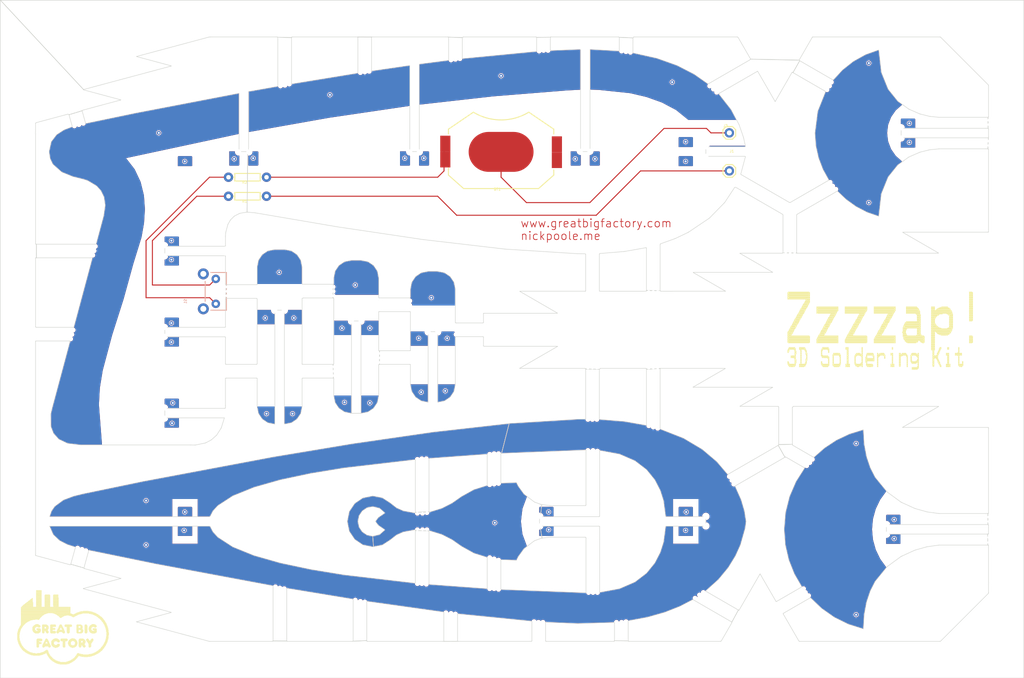
<source format=kicad_pcb>
(kicad_pcb (version 20221018) (generator pcbnew)
  (layers (0 "F.Cu" signal) (31 "B.Cu" signal) (34 "B.Paste" user) (35 "F.Paste" user) (36 "B.SilkS" user "B.Silkscreen") (37 "F.SilkS" user "F.Silkscreen") (38 "B.Mask" user) (39 "F.Mask" user) (44 "Edge.Cuts" user))
  (net 0 "")
  (net 1 "GND")
  (net 2 "N$2")
  (net 3 "N$3")
  (net 4 "N$4")
  (net 5 "N$1")
  (footprint "" (layer "F.Cu") (at 176.788925 86.281834)
    (fp_text reference "@HOLE20" hide)
    (fp_text value "")
  )
  (footprint "" (layer "F.Cu") (at 60.075925 104.950834)
    (fp_text reference "@HOLE8" hide)
    (fp_text value "")
  )
  (footprint "" (layer "F.Cu") (at 163.707925 121.079834)
    (fp_text reference "@HOLE134" hide)
    (fp_text value "")
  )
  (footprint "" (layer "F.Cu") (at 106.430925 110.538834)
    (fp_text reference "@HOLE54" hide)
    (fp_text value "")
  )
  (footprint "" (layer "F.Cu") (at 144.911925 127.937834)
    (fp_text reference "@HOLE166" hide)
    (fp_text value "")
  )
  (footprint "" (layer "F.Cu") (at 101.096925 154.607834)
    (fp_text reference "@HOLE176" hide)
    (fp_text value "")
  )
  (footprint "" (layer "F.Cu") (at 154.055925 142.415834)
    (fp_text reference "@HOLE216" hide)
    (fp_text value "")
  )
  (footprint "" (layer "F.Cu") (at 130.560925 143.177834)
    (fp_text reference "@HOLE157" hide)
    (fp_text value "")
  )
  (footprint "" (layer "F.Cu") (at 128.147925 108.760834)
    (fp_text reference "@HOLE70" hide)
    (fp_text value "")
  )
  (footprint "" (layer "F.Cu") (at 117.098925 157.274834)
    (fp_text reference "@HOLE173" hide)
    (fp_text value "")
  )
  (footprint "" (layer "F.Cu") (at 187.329925 68.374834)
    (fp_text reference "@HOLE236" hide)
    (fp_text value "")
  )
  (footprint "working:1X01" (layer "F.Cu") (at 192.028925 63.675834)
    (fp_text reference "J2")
    (fp_text value "")
  )
  (footprint "" (layer "F.Cu") (at 164.723925 87.932834)
    (fp_text reference "@HOLE16" hide)
    (fp_text value "")
  )
  (footprint "" (layer "F.Cu") (at 243.971925 61.135834)
    (fp_text reference "@HOLE103" hide)
    (fp_text value "")
  )
  (footprint "" (layer "F.Cu") (at 153.801925 161.719834)
    (fp_text reference "@HOLE145" hide)
    (fp_text value "")
  )
  (footprint "" (layer "F.Cu") (at 248.797925 153.845834)
    (fp_text reference "@HOLE208" hide)
    (fp_text value "")
  )
  (footprint "" (layer "F.Cu") (at 145.800925 155.115834)
    (fp_text reference "@HOLE147" hide)
    (fp_text value "")
  )
  (footprint "" (layer "F.Cu") (at 118.114925 51.610834)
    (fp_text reference "@HOLE37" hide)
    (fp_text value "")
  )
  (footprint "" (layer "F.Cu") (at 50.931925 63.675834)
    (fp_text reference "@HOLE184" hide)
    (fp_text value "")
  )
  (footprint "" (layer "F.Cu") (at 164.723925 137.970834)
    (fp_text reference "@HOLE240" hide)
    (fp_text value "")
  )
  (footprint "" (layer "F.Cu") (at 63.123925 147.368834)
    (fp_text reference "@HOLE138" hide)
    (fp_text value "")
  )
  (footprint "" (layer "F.Cu") (at 165.612925 87.932834)
    (fp_text reference "@HOLE17" hide)
    (fp_text value "")
  )
  (footprint "" (layer "F.Cu") (at 97.413925 96.314834)
    (fp_text reference "@HOLE44" hide)
    (fp_text value "")
  )
  (footprint "" (layer "F.Cu") (at 188.091925 54.277834)
    (fp_text reference "@HOLE24" hide)
    (fp_text value "")
  )
  (footprint "" (layer "F.Cu") (at 172.216925 47.546834)
    (fp_text reference "@HOLE28" hide)
    (fp_text value "")
  )
  (footprint "" (layer "F.Cu") (at 144.911925 134.033834)
    (fp_text reference "@HOLE160" hide)
    (fp_text value "")
  )
  (footprint "" (layer "F.Cu") (at 164.723925 144.828834)
    (fp_text reference "@HOLE117" hide)
    (fp_text value "")
  )
  (footprint "" (layer "F.Cu") (at 189.488925 55.547834)
    (fp_text reference "@HOLE25" hide)
    (fp_text value "")
  )
  (footprint "" (layer "F.Cu") (at 137.291925 104.061834)
    (fp_text reference "@HOLE74" hide)
    (fp_text value "")
  )
  (footprint "" (layer "F.Cu") (at 163.834925 137.970834)
    (fp_text reference "@HOLE239" hide)
    (fp_text value "")
  )
  (footprint "" (layer "F.Cu") (at 133.608925 103.553834)
    (fp_text reference "@HOLE217" hide)
    (fp_text value "")
  )
  (footprint "" (layer "F.Cu") (at 223.524925 142.161834)
    (fp_text reference "@HOLE214" hide)
    (fp_text value "")
  )
  (footprint "" (layer "F.Cu") (at 223.524925 144.066834)
    (fp_text reference "@HOLE213" hide)
    (fp_text value "")
  )
  (footprint "" (layer "F.Cu") (at 226.445925 62.659834)
    (fp_text reference "@HOLE237" hide)
    (fp_text value "")
  )
  (footprint "" (layer "F.Cu") (at 176.788925 95.425834)
    (fp_text reference "@HOLE82" hide)
    (fp_text value "")
  )
  (footprint "" (layer "F.Cu") (at 170.438925 161.719834)
    (fp_text reference "@HOLE142" hide)
    (fp_text value "")
  )
  (footprint "" (layer "F.Cu") (at 192.028925 132.509834)
    (fp_text reference "@HOLE120" hide)
    (fp_text value "")
  )
  (footprint "" (layer "F.Cu") (at 61.472925 146.860834)
    (fp_text reference "@HOLE137" hide)
    (fp_text value "")
  )
  (footprint "" (layer "F.Cu") (at 164.088925 67.358834)
    (fp_text reference "@HOLE234" hide)
    (fp_text value "")
  )
  (footprint "" (layer "F.Cu") (at 103.890925 53.896834)
    (fp_text reference "@HOLE39" hide)
    (fp_text value "")
  )
  (footprint "" (layer "F.Cu") (at 145.800925 149.273834)
    (fp_text reference "@HOLE152" hide)
    (fp_text value "")
  )
  (footprint "" (layer "F.Cu") (at 121.924925 107.871834)
    (fp_text reference "@HOLE66" hide)
    (fp_text value "")
  )
  (footprint "" (layer "F.Cu") (at 204.220925 118.412834)
    (fp_text reference "@HOLE95" hide)
    (fp_text value "")
  )
  (footprint "" (layer "F.Cu") (at 52.709925 146.225834)
    (fp_text reference "@HOLE194" hide)
    (fp_text value "")
  )
  (footprint "" (layer "F.Cu") (at 247.019925 54.912834)
    (fp_text reference "@HOLE198" hide)
    (fp_text value "")
  )
  (footprint "" (layer "F.Cu") (at 49.153925 63.675834)
    (fp_text reference "@HOLE182" hide)
    (fp_text value "")
  )
  (footprint "" (layer "F.Cu") (at 51.820925 63.675834)
    (fp_text reference "@HOLE185" hide)
    (fp_text value "")
  )
  (footprint "" (layer "F.Cu") (at 51.820925 146.225834)
    (fp_text reference "@HOLE193" hide)
    (fp_text value "")
  )
  (footprint "" (layer "F.Cu") (at 192.536925 133.271834)
    (fp_text reference "@HOLE121" hide)
    (fp_text value "")
  )
  (footprint "" (layer "F.Cu") (at 163.707925 110.792834)
    (fp_text reference "@HOLE87" hide)
    (fp_text value "")
  )
  (footprint "" (layer "F.Cu") (at 154.055925 140.510834)
    (fp_text reference "@HOLE215" hide)
    (fp_text value "")
  )
  (footprint "" (layer "F.Cu") (at 50.042925 63.675834)
    (fp_text reference "@HOLE183" hide)
    (fp_text value "")
  )
  (footprint "" (layer "F.Cu") (at 91.190925 110.538834)
    (fp_text reference "@HOLE12" hide)
    (fp_text value "")
  )
  (footprint "" (layer "F.Cu") (at 128.147925 107.871834)
    (fp_text reference "@HOLE69" hide)
    (fp_text value "")
  )
  (footprint "" (layer "F.Cu") (at 121.924925 99.108834)
    (fp_text reference "@HOLE62" hide)
    (fp_text value "")
  )
  (footprint "" (layer "F.Cu") (at 177.677925 122.857834)
    (fp_text reference "@HOLE132" hide)
    (fp_text value "")
  )
  (footprint "" (layer "F.Cu") (at 187.329925 142.415834)
    (fp_text reference "@HOLE211" hide)
    (fp_text value "")
  )
  (footprint "" (layer "F.Cu") (at 130.433925 128.953834)
    (fp_text reference "@HOLE169" hide)
    (fp_text value "")
  )
  (footprint "" (layer "F.Cu") (at 49.153925 146.225834)
    (fp_text reference "@HOLE190" hide)
    (fp_text value "")
  )
  (footprint "working:GREATBIGFACTORYCLOUDLOGO#PNG" (layer "F.Cu") (at 58.678925 162.735834)
    (fp_text reference "E$1" hide)
    (fp_text value "" hide)
  )
  (footprint "" (layer "F.Cu") (at 203.331925 118.412834)
    (fp_text reference "@HOLE94" hide)
    (fp_text value "")
  )
  (footprint "" (layer "F.Cu") (at 175.899925 110.792834)
    (fp_text reference "@HOLE90" hide)
    (fp_text value "")
  )
  (footprint "" (layer "F.Cu") (at 243.971925 65.326834)
    (fp_text reference "@HOLE104" hide)
    (fp_text value "")
  )
  (footprint "" (layer "F.Cu") (at 144.022925 134.160834)
    (fp_text reference "@HOLE158" hide)
    (fp_text value "")
  )
  (footprint "" (layer "F.Cu") (at 138.053925 48.816834)
    (fp_text reference "@HOLE33" hide)
    (fp_text value "")
  )
  (footprint "" (layer "F.Cu") (at 121.924925 109.649834)
    (fp_text reference "@HOLE68" hide)
    (fp_text value "")
  )
  (footprint "" (layer "F.Cu") (at 60.837925 62.278834)
    (fp_text reference "@HOLE0" hide)
    (fp_text value "")
  )
  (footprint "" (layer "F.Cu") (at 97.413925 110.538834)
    (fp_text reference "@HOLE45" hide)
    (fp_text value "")
  )
  (footprint "" (layer "F.Cu") (at 112.780925 110.538834)
    (fp_text reference "@HOLE57" hide)
    (fp_text value "")
  )
  (footprint "" (layer "F.Cu") (at 226.445925 64.691834)
    (fp_text reference "@HOLE238" hide)
    (fp_text value "")
  )
  (footprint "" (layer "F.Cu") (at 135.259925 159.814834)
    (fp_text reference "@HOLE170" hide)
    (fp_text value "")
  )
  (footprint "" (layer "F.Cu") (at 193.425925 74.089834)
    (fp_text reference "@HOLE21" hide)
    (fp_text value "")
  )
  (footprint "working:1X01" (layer "F.Cu") (at 192.028925 71.295834)
    (fp_text reference "J1")
    (fp_text value "")
  )
  (footprint "" (layer "F.Cu") (at 46.486925 146.225834)
    (fp_text reference "@HOLE187" hide)
    (fp_text value "")
  )
  (footprint "" (layer "F.Cu") (at 177.677925 110.792834)
    (fp_text reference "@HOLE92" hide)
    (fp_text value "")
  )
  (footprint "" (layer "F.Cu") (at 142.752925 104.061834)
    (fp_text reference "@HOLE77" hide)
    (fp_text value "")
  )
  (footprint "" (layer "F.Cu") (at 130.433925 153.972834)
    (fp_text reference "@HOLE151" hide)
    (fp_text value "")
  )
  (footprint "" (layer "F.Cu") (at 185.170925 156.893834)
    (fp_text reference "@HOLE123" hide)
    (fp_text value "")
  )
  (footprint "" (layer "F.Cu") (at 137.291925 102.283834)
    (fp_text reference "@HOLE72" hide)
    (fp_text value "")
  )
  (footprint "" (layer "F.Cu") (at 112.653925 95.425834)
    (fp_text reference "@HOLE52" hide)
    (fp_text value "")
  )
  (footprint "working:TEXT345#PNG" (layer "F.Cu") (at 226.318925 103.045834)
    (fp_text reference "U$1" hide)
    (fp_text value "" hide)
  )
  (footprint "" (layer "F.Cu") (at 78.871925 118.793834)
    (fp_text reference "@HOLE226" hide)
    (fp_text value "")
  )
  (footprint "" (layer "F.Cu") (at 250.575925 54.912834)
    (fp_text reference "@HOLE202" hide)
    (fp_text value "")
  )
  (footprint "" (layer "F.Cu") (at 250.575925 153.845834)
    (fp_text reference "@HOLE210" hide)
    (fp_text value "")
  )
  (footprint "" (layer "F.Cu") (at 128.020925 99.108834)
    (fp_text reference "@HOLE65" hide)
    (fp_text value "")
  )
  (footprint "" (layer "F.Cu") (at 208.665925 129.080834)
    (fp_text reference "@HOLE110" hide)
    (fp_text value "")
  )
  (footprint "" (layer "F.Cu") (at 247.019925 153.845834)
    (fp_text reference "@HOLE206" hide)
    (fp_text value "")
  )
  (footprint "" (layer "F.Cu") (at 187.329925 140.510834)
    (fp_text reference "@HOLE212" hide)
    (fp_text value "")
  )
  (footprint "" (layer "F.Cu") (at 175.899925 86.535834)
    (fp_text reference "@HOLE18" hide)
    (fp_text value "")
  )
  (footprint "" (layer "F.Cu") (at 52.709925 63.675834)
    (fp_text reference "@HOLE186" hide)
    (fp_text value "")
  )
  (footprint "" (layer "F.Cu") (at 97.413925 112.316834)
    (fp_text reference "@HOLE47" hide)
    (fp_text value "")
  )
  (footprint "" (layer "F.Cu") (at 244.352925 153.845834)
    (fp_text reference "@HOLE203" hide)
    (fp_text value "")
  )
  (footprint "" (layer "F.Cu") (at 145.800925 127.937834)
    (fp_text reference "@HOLE165" hide)
    (fp_text value "")
  )
  (footprint "" (layer "F.Cu") (at 102.874925 154.988834)
    (fp_text reference "@HOLE177" hide)
    (fp_text value "")
  )
  (footprint "" (layer "F.Cu") (at 142.752925 102.283834)
    (fp_text reference "@HOLE75" hide)
    (fp_text value "")
  )
  (footprint "" (layer "F.Cu") (at 163.707925 87.932834)
    (fp_text reference "@HOLE15" hide)
    (fp_text value "")
  )
  (footprint "" (layer "F.Cu") (at 193.933925 73.327834)
    (fp_text reference "@HOLE23" hide)
    (fp_text value "")
  )
  (footprint "" (layer "F.Cu") (at 144.022925 148.765834)
    (fp_text reference "@HOLE153" hide)
    (fp_text value "")
  )
  (footprint "" (layer "F.Cu") (at 203.331925 87.805834)
    (fp_text reference "@HOLE84" hide)
    (fp_text value "")
  )
  (footprint "" (layer "F.Cu") (at 175.899925 95.425834)
    (fp_text reference "@HOLE81" hide)
    (fp_text value "")
  )
  (footprint "" (layer "F.Cu") (at 243.971925 144.701834)
    (fp_text reference "@HOLE108" hide)
    (fp_text value "")
  )
  (footprint "" (layer "F.Cu") (at 243.971925 141.526834)
    (fp_text reference "@HOLE107" hide)
    (fp_text value "")
  )
  (footprint "" (layer "F.Cu") (at 129.544925 153.972834)
    (fp_text reference "@HOLE150" hide)
    (fp_text value "")
  )
  (footprint "" (layer "F.Cu") (at 164.596925 121.079834)
    (fp_text reference "@HOLE136" hide)
    (fp_text value "")
  )
  (footprint "" (layer "F.Cu") (at 91.317925 96.314834)
    (fp_text reference "@HOLE11" hide)
    (fp_text value "")
  )
  (footprint "" (layer "F.Cu") (at 130.560925 139.875834)
    (fp_text reference "@HOLE163" hide)
    (fp_text value "")
  )
  (footprint "" (layer "F.Cu") (at 91.317925 95.425834)
    (fp_text reference "@HOLE10" hide)
    (fp_text value "")
  )
  (footprint "" (layer "F.Cu") (at 155.706925 47.165834)
    (fp_text reference "@HOLE31" hide)
    (fp_text value "")
  )
  (footprint "" (layer "F.Cu") (at 106.557925 94.536834)
    (fp_text reference "@HOLE48" hide)
    (fp_text value "")
  )
  (footprint "" (layer "F.Cu") (at 177.677925 95.425834)
    (fp_text reference "@HOLE83" hide)
    (fp_text value "")
  )
  (footprint "" (layer "F.Cu") (at 211.586925 55.039834)
    (fp_text reference "@HOLE96" hide)
    (fp_text value "")
  )
  (footprint "" (layer "F.Cu") (at 101.985925 154.861834)
    (fp_text reference "@HOLE178" hide)
    (fp_text value "")
  )
  (footprint "" (layer "F.Cu") (at 91.317925 94.536834)
    (fp_text reference "@HOLE9" hide)
    (fp_text value "")
  )
  (footprint "" (layer "F.Cu") (at 212.729925 74.343834)
    (fp_text reference "@HOLE101" hide)
    (fp_text value "")
  )
  (footprint "" (layer "F.Cu") (at 243.971925 62.024834)
    (fp_text reference "@HOLE102" hide)
    (fp_text value "")
  )
  (footprint "working:AXIAL-0.3" (layer "F.Cu") (at 95.508925 76.375834 180)
    (fp_text reference "R1")
    (fp_text value "1k")
  )
  (footprint "" (layer "F.Cu") (at 165.612925 137.970834)
    (fp_text reference "@HOLE241" hide)
    (fp_text value "")
  )
  (footprint "" (layer "F.Cu") (at 112.653925 94.536834)
    (fp_text reference "@HOLE51" hide)
    (fp_text value "")
  )
  (footprint "" (layer "F.Cu") (at 78.871925 102.664834)
    (fp_text reference "@HOLE223" hide)
    (fp_text value "")
  )
  (footprint "" (layer "F.Cu") (at 136.275925 159.941834)
    (fp_text reference "@HOLE172" hide)
    (fp_text value "")
  )
  (footprint "" (layer "F.Cu") (at 186.821925 155.750834)
    (fp_text reference "@HOLE122" hide)
    (fp_text value "")
  )
  (footprint "" (layer "F.Cu") (at 118.241925 101.394834)
    (fp_text reference "@HOLE219" hide)
    (fp_text value "")
  )
  (footprint "" (layer "F.Cu") (at 249.686925 153.845834)
    (fp_text reference "@HOLE209" hide)
    (fp_text value "")
  )
  (footprint "" (layer "F.Cu") (at 60.329925 104.061834)
    (fp_text reference "@HOLE7" hide)
    (fp_text value "")
  )
  (footprint "" (layer "F.Cu") (at 163.834925 144.828834)
    (fp_text reference "@HOLE116" hide)
    (fp_text value "")
  )
  (footprint "" (layer "F.Cu") (at 106.430925 112.316834)
    (fp_text reference "@HOLE56" hide)
    (fp_text value "")
  )
  (footprint "" (layer "F.Cu") (at 243.971925 66.215834)
    (fp_text reference "@HOLE105" hide)
    (fp_text value "")
  )
  (footprint "" (layer "F.Cu") (at 165.612925 144.828834)
    (fp_text reference "@HOLE118" hide)
    (fp_text value "")
  )
  (footprint "" (layer "F.Cu") (at 136.275925 49.070834)
    (fp_text reference "@HOLE34" hide)
    (fp_text value "")
  )
  (footprint "" (layer "F.Cu") (at 119.003925 51.483834)
    (fp_text reference "@HOLE38" hide)
    (fp_text value "")
  )
  (footprint "" (layer "F.Cu") (at 187.329925 66.469834)
    (fp_text reference "@HOLE235" hide)
    (fp_text value "")
  )
  (footprint "" (layer "F.Cu") (at 95.762925 67.485834)
    (fp_text reference "@HOLE230" hide)
    (fp_text value "")
  )
  (footprint "" (layer "F.Cu") (at 129.925925 67.485834)
    (fp_text reference "@HOLE231" hide)
    (fp_text value "")
  )
  (footprint "" (layer "F.Cu") (at 144.022925 128.064834)
    (fp_text reference "@HOLE164" hide)
    (fp_text value "")
  )
  (footprint "" (layer "F.Cu") (at 212.475925 53.515834)
    (fp_text reference "@HOLE97" hide)
    (fp_text value "")
  )
  (footprint "" (layer "F.Cu") (at 102.112925 54.277834)
    (fp_text reference "@HOLE40" hide)
    (fp_text value "")
  )
  (footprint "" (layer "F.Cu") (at 164.723925 155.750834)
    (fp_text reference "@HOLE127" hide)
    (fp_text value "")
  )
  (footprint "" (layer "F.Cu") (at 186.059925 156.258834)
    (fp_text reference "@HOLE124" hide)
    (fp_text value "")
  )
  (footprint "" (layer "F.Cu") (at 246.130925 153.845834)
    (fp_text reference "@HOLE205" hide)
    (fp_text value "")
  )
  (footprint "" (layer "F.Cu") (at 131.322925 128.953834)
    (fp_text reference "@HOLE168" hide)
    (fp_text value "")
  )
  (footprint "" (layer "F.Cu") (at 207.268925 155.750834)
    (fp_text reference "@HOLE115" hide)
    (fp_text value "")
  )
  (footprint "" (layer "F.Cu") (at 62.615925 61.770834)
    (fp_text reference "@HOLE2" hide)
    (fp_text value "")
  )
  (footprint "" (layer "F.Cu") (at 165.612925 95.425834)
    (fp_text reference "@HOLE80" hide)
    (fp_text value "")
  )
  (footprint "" (layer "F.Cu") (at 171.327925 47.419834)
    (fp_text reference "@HOLE29" hide)
    (fp_text value "")
  )
  (footprint "" (layer "F.Cu") (at 154.690925 161.719834)
    (fp_text reference "@HOLE144" hide)
    (fp_text value "")
  )
  (footprint "" (layer "F.Cu") (at 145.800925 133.906834)
    (fp_text reference "@HOLE159" hide)
    (fp_text value "")
  )
  (footprint "" (layer "F.Cu") (at 65.028925 86.408834)
    (fp_text reference "@HOLE3" hide)
    (fp_text value "")
  )
  (footprint "" (layer "F.Cu") (at 243.971925 140.637834)
    (fp_text reference "@HOLE106" hide)
    (fp_text value "")
  )
  (footprint "" (layer "F.Cu") (at 112.653925 96.314834)
    (fp_text reference "@HOLE53" hide)
    (fp_text value "")
  )
  (footprint "" (layer "F.Cu") (at 121.924925 98.219834)
    (fp_text reference "@HOLE61" hide)
    (fp_text value "")
  )
  (footprint "" (layer "F.Cu") (at 129.544925 143.177834)
    (fp_text reference "@HOLE155" hide)
    (fp_text value "")
  )
  (footprint "" (layer "F.Cu") (at 248.797925 54.912834)
    (fp_text reference "@HOLE200" hide)
    (fp_text value "")
  )
  (footprint "" (layer "F.Cu") (at 137.164925 48.943834)
    (fp_text reference "@HOLE35" hide)
    (fp_text value "")
  )
  (footprint "working:BATTCON_20MM_4LEGS" (layer "F.Cu") (at 146.308925 67.485834 180)
    (fp_text reference "BT1")
    (fp_text value "")
  )
  (footprint "" (layer "F.Cu") (at 64.774925 87.297834)
    (fp_text reference "@HOLE4" hide)
    (fp_text value "")
  )
  (footprint "" (layer "F.Cu") (at 78.871925 88.313834)
    (fp_text reference "@HOLE228" hide)
    (fp_text value "")
  )
  (footprint "" (layer "F.Cu") (at 144.911925 154.988834)
    (fp_text reference "@HOLE148" hide)
    (fp_text value "")
  )
  (footprint "" (layer "F.Cu") (at 245.241925 54.912834)
    (fp_text reference "@HOLE196" hide)
    (fp_text value "")
  )
  (footprint "" (layer "F.Cu") (at 247.908925 153.845834)
    (fp_text reference "@HOLE207" hide)
    (fp_text value "")
  )
  (footprint "" (layer "F.Cu") (at 165.612925 127.429834)
    (fp_text reference "@HOLE129" hide)
    (fp_text value "")
  )
  (footprint "" (layer "F.Cu") (at 144.022925 154.988834)
    (fp_text reference "@HOLE146" hide)
    (fp_text value "")
  )
  (footprint "" (layer "F.Cu") (at 163.834925 155.750834)
    (fp_text reference "@HOLE125" hide)
    (fp_text value "")
  )
  (footprint "" (layer "F.Cu") (at 131.703925 103.553834)
    (fp_text reference "@HOLE218" hide)
    (fp_text value "")
  )
  (footprint "" (layer "F.Cu") (at 192.917925 134.033834)
    (fp_text reference "@HOLE119" hide)
    (fp_text value "")
  )
  (footprint "" (layer "F.Cu") (at 118.114925 157.528834)
    (fp_text reference "@HOLE175" hide)
    (fp_text value "")
  )
  (footprint "" (layer "F.Cu") (at 164.723925 127.302834)
    (fp_text reference "@HOLE130" hide)
    (fp_text value "")
  )
  (footprint "" (layer "F.Cu") (at 112.780925 112.316834)
    (fp_text reference "@HOLE59" hide)
    (fp_text value "")
  )
  (footprint "" (layer "F.Cu") (at 162.183925 67.358834)
    (fp_text reference "@HOLE233" hide)
    (fp_text value "")
  )
  (footprint "" (layer "F.Cu") (at 128.020925 97.330834)
    (fp_text reference "@HOLE63" hide)
    (fp_text value "")
  )
  (footprint "" (layer "F.Cu") (at 50.042925 146.225834)
    (fp_text reference "@HOLE191" hide)
    (fp_text value "")
  )
  (footprint "" (layer "F.Cu") (at 91.190925 111.427834)
    (fp_text reference "@HOLE13" hide)
    (fp_text value "")
  )
  (footprint "" (layer "F.Cu") (at 249.686925 54.912834)
    (fp_text reference "@HOLE201" hide)
    (fp_text value "")
  )
  (footprint "" (layer "F.Cu") (at 205.109925 87.805834)
    (fp_text reference "@HOLE86" hide)
    (fp_text value "")
  )
  (footprint "" (layer "F.Cu") (at 48.264925 63.675834)
    (fp_text reference "@HOLE181" hide)
    (fp_text value "")
  )
  (footprint "" (layer "F.Cu") (at 212.221925 73.581834)
    (fp_text reference "@HOLE100" hide)
    (fp_text value "")
  )
  (footprint "" (layer "F.Cu") (at 144.911925 149.019834)
    (fp_text reference "@HOLE154" hide)
    (fp_text value "")
  )
  (footprint "" (layer "F.Cu") (at 175.899925 122.349834)
    (fp_text reference "@HOLE131" hide)
    (fp_text value "")
  )
  (footprint "" (layer "F.Cu") (at 116.336925 101.394834)
    (fp_text reference "@HOLE220" hide)
    (fp_text value "")
  )
  (footprint "" (layer "F.Cu") (at 121.924925 108.760834)
    (fp_text reference "@HOLE67" hide)
    (fp_text value "")
  )
  (footprint "" (layer "F.Cu") (at 213.364925 74.978834)
    (fp_text reference "@HOLE99" hide)
    (fp_text value "")
  )
  (footprint "" (layer "F.Cu") (at 103.001925 54.150834)
    (fp_text reference "@HOLE41" hide)
    (fp_text value "")
  )
  (footprint "" (layer "F.Cu") (at 47.375925 63.675834)
    (fp_text reference "@HOLE180" hide)
    (fp_text value "")
  )
  (footprint "" (layer "F.Cu") (at 47.375925 146.225834)
    (fp_text reference "@HOLE188" hide)
    (fp_text value "")
  )
  (footprint "" (layer "F.Cu") (at 137.164925 160.068834)
    (fp_text reference "@HOLE171" hide)
    (fp_text value "")
  )
  (footprint "" (layer "F.Cu") (at 97.413925 111.427834)
    (fp_text reference "@HOLE46" hide)
    (fp_text value "")
  )
  (footprint "" (layer "F.Cu") (at 61.726925 62.024834)
    (fp_text reference "@HOLE1" hide)
    (fp_text value "")
  )
  (footprint "" (layer "F.Cu") (at 142.752925 103.172834)
    (fp_text reference "@HOLE76" hide)
    (fp_text value "")
  )
  (footprint "" (layer "F.Cu") (at 245.241925 153.845834)
    (fp_text reference "@HOLE204" hide)
    (fp_text value "")
  )
  (footprint "" (layer "F.Cu") (at 119.003925 157.655834)
    (fp_text reference "@HOLE174" hide)
    (fp_text value "")
  )
  (footprint "" (layer "F.Cu") (at 163.707925 127.302834)
    (fp_text reference "@HOLE128" hide)
    (fp_text value "")
  )
  (footprint "" (layer "F.Cu") (at 128.147925 109.649834)
    (fp_text reference "@HOLE71" hide)
    (fp_text value "")
  )
  (footprint "" (layer "F.Cu") (at 246.130925 54.912834)
    (fp_text reference "@HOLE197" hide)
    (fp_text value "")
  )
  (footprint "" (layer "F.Cu") (at 212.094925 54.277834)
    (fp_text reference "@HOLE98" hide)
    (fp_text value "")
  )
  (footprint "" (layer "F.Cu") (at 100.969925 99.235834)
    (fp_text reference "@HOLE222" hide)
    (fp_text value "")
  )
  (footprint "" (layer "F.Cu") (at 164.723925 95.425834)
    (fp_text reference "@HOLE79" hide)
    (fp_text value "")
  )
  (footprint "" (layer "F.Cu") (at 128.020925 67.485834)
    (fp_text reference "@HOLE232" hide)
    (fp_text value "")
  )
  (footprint "" (layer "F.Cu") (at 153.928925 47.292834)
    (fp_text reference "@HOLE30" hide)
    (fp_text value "")
  )
  (footprint "" (layer "F.Cu") (at 202.442925 118.412834)
    (fp_text reference "@HOLE93" hide)
    (fp_text value "")
  )
  (footprint "" (layer "F.Cu") (at 91.190925 112.316834)
    (fp_text reference "@HOLE14" hide)
    (fp_text value "")
  )
  (footprint "" (layer "F.Cu") (at 128.020925 98.219834)
    (fp_text reference "@HOLE64" hide)
    (fp_text value "")
  )
  (footprint "" (layer "F.Cu") (at 131.449925 139.748834)
    (fp_text reference "@HOLE162" hide)
    (fp_text value "")
  )
  (footprint "" (layer "F.Cu") (at 129.544925 139.875834)
    (fp_text reference "@HOLE161" hide)
    (fp_text value "")
  )
  (footprint "" (layer "F.Cu") (at 62.361925 147.114834)
    (fp_text reference "@HOLE139" hide)
    (fp_text value "")
  )
  (footprint "" (layer "F.Cu") (at 165.485925 121.079834)
    (fp_text reference "@HOLE135" hide)
    (fp_text value "")
  )
  (footprint "" (layer "F.Cu") (at 78.871925 104.442834)
    (fp_text reference "@HOLE224" hide)
    (fp_text value "")
  )
  (footprint "" (layer "F.Cu") (at 164.596925 110.792834)
    (fp_text reference "@HOLE88" hide)
    (fp_text value "")
  )
  (footprint "" (layer "F.Cu") (at 165.485925 110.792834)
    (fp_text reference "@HOLE89" hide)
    (fp_text value "")
  )
  (footprint "" (layer "F.Cu") (at 163.834925 95.425834)
    (fp_text reference "@HOLE78" hide)
    (fp_text value "")
  )
  (footprint "" (layer "F.Cu") (at 176.788925 110.792834)
    (fp_text reference "@HOLE91" hide)
    (fp_text value "")
  )
  (footprint "" (layer "F.Cu") (at 78.871925 86.281834)
    (fp_text reference "@HOLE227" hide)
    (fp_text value "")
  )
  (footprint "" (layer "F.Cu") (at 154.817925 47.165834)
    (fp_text reference "@HOLE32" hide)
    (fp_text value "")
  )
  (footprint "" (layer "F.Cu") (at 244.352925 54.912834)
    (fp_text reference "@HOLE195" hide)
    (fp_text value "")
  )
  (footprint "" (layer "F.Cu") (at 188.853925 54.912834)
    (fp_text reference "@HOLE26" hide)
    (fp_text value "")
  )
  (footprint "" (layer "F.Cu") (at 165.612925 155.750834)
    (fp_text reference "@HOLE126" hide)
    (fp_text value "")
  )
  (footprint "" (layer "F.Cu") (at 170.438925 47.292834)
    (fp_text reference "@HOLE27" hide)
    (fp_text value "")
  )
  (footprint "" (layer "F.Cu") (at 119.892925 51.356834)
    (fp_text reference "@HOLE36" hide)
    (fp_text value "")
  )
  (footprint "" (layer "F.Cu") (at 121.924925 97.330834)
    (fp_text reference "@HOLE60" hide)
    (fp_text value "")
  )
  (footprint "" (layer "F.Cu") (at 247.908925 54.912834)
    (fp_text reference "@HOLE199" hide)
    (fp_text value "")
  )
  (footprint "" (layer "F.Cu") (at 50.931925 146.225834)
    (fp_text reference "@HOLE192" hide)
    (fp_text value "")
  )
  (footprint "" (layer "F.Cu") (at 207.903925 156.385834)
    (fp_text reference "@HOLE114" hide)
    (fp_text value "")
  )
  (footprint "" (layer "F.Cu") (at 176.788925 122.603834)
    (fp_text reference "@HOLE133" hide)
    (fp_text value "")
  )
  (footprint "" (layer "F.Cu") (at 48.264925 146.225834)
    (fp_text reference "@HOLE189" hide)
    (fp_text value "")
  )
  (footprint "" (layer "F.Cu") (at 97.413925 94.536834)
    (fp_text reference "@HOLE42" hide)
    (fp_text value "")
  )
  (footprint "" (layer "F.Cu") (at 129.544925 129.080834)
    (fp_text reference "@HOLE167" hide)
    (fp_text value "")
  )
  (footprint "" (layer "F.Cu") (at 78.871925 120.825834)
    (fp_text reference "@HOLE225" hide)
    (fp_text value "")
  )
  (footprint "" (layer "F.Cu") (at 207.522925 130.350834)
    (fp_text reference "@HOLE111" hide)
    (fp_text value "")
  )
  (footprint "" (layer "F.Cu") (at 169.422925 161.719834)
    (fp_text reference "@HOLE141" hide)
    (fp_text value "")
  )
  (footprint "" (layer "F.Cu") (at 106.557925 95.425834)
    (fp_text reference "@HOLE49" hide)
    (fp_text value "")
  )
  (footprint "" (layer "F.Cu") (at 46.486925 63.675834)
    (fp_text reference "@HOLE179" hide)
    (fp_text value "")
  )
  (footprint "" (layer "F.Cu") (at 204.220925 87.805834)
    (fp_text reference "@HOLE85" hide)
    (fp_text value "")
  )
  (footprint "" (layer "F.Cu") (at 208.157925 129.715834)
    (fp_text reference "@HOLE112" hide)
    (fp_text value "")
  )
  (footprint "" (layer "F.Cu") (at 102.874925 99.235834)
    (fp_text reference "@HOLE221" hide)
    (fp_text value "")
  )
  (footprint "" (layer "F.Cu") (at 131.322925 154.099834)
    (fp_text reference "@HOLE149" hide)
    (fp_text value "")
  )
  (footprint "" (layer "F.Cu") (at 206.887925 154.988834)
    (fp_text reference "@HOLE113" hide)
    (fp_text value "")
  )
  (footprint "" (layer "F.Cu") (at 106.430925 111.427834)
    (fp_text reference "@HOLE55" hide)
    (fp_text value "")
  )
  (footprint "" (layer "F.Cu") (at 243.971925 145.717834)
    (fp_text reference "@HOLE109" hide)
    (fp_text value "")
  )
  (footprint "" (layer "F.Cu") (at 177.677925 86.027834)
    (fp_text reference "@HOLE19" hide)
    (fp_text value "")
  )
  (footprint "" (layer "F.Cu") (at 106.557925 96.314834)
    (fp_text reference "@HOLE50" hide)
    (fp_text value "")
  )
  (footprint "" (layer "F.Cu") (at 137.291925 103.172834)
    (fp_text reference "@HOLE73" hide)
    (fp_text value "")
  )
  (footprint "" (layer "F.Cu") (at 131.449925 143.177834)
    (fp_text reference "@HOLE156" hide)
    (fp_text value "")
  )
  (footprint "" (layer "F.Cu") (at 60.583925 103.172834)
    (fp_text reference "@HOLE6" hide)
    (fp_text value "")
  )
  (footprint "" (layer "F.Cu") (at 112.780925 111.427834)
    (fp_text reference "@HOLE58" hide)
    (fp_text value "")
  )
  (footprint "" (layer "F.Cu") (at 152.912925 161.592834)
    (fp_text reference "@HOLE143" hide)
    (fp_text value "")
  )
  (footprint "" (layer "F.Cu") (at 171.327925 161.592834)
    (fp_text reference "@HOLE140" hide)
    (fp_text value "")
  )
  (footprint "" (layer "F.Cu") (at 97.413925 95.425834)
    (fp_text reference "@HOLE43" hide)
    (fp_text value "")
  )
  (footprint "" (layer "F.Cu") (at 64.520925 88.186834)
    (fp_text reference "@HOLE5" hide)
    (fp_text value "")
  )
  (footprint "" (layer "F.Cu") (at 93.730925 67.485834)
    (fp_text reference "@HOLE229" hide)
    (fp_text value "")
  )
  (footprint "" (layer "F.Cu") (at 194.187925 72.438834)
    (fp_text reference "@HOLE22" hide)
    (fp_text value "")
  )
  (footprint "working:AXIAL-0.3" (layer "F.Cu") (at 95.508925 72.565834 180)
    (fp_text reference "R2")
    (fp_text value "1k")
  )
  (footprint "working:TACTILE_SWITCH_PTH_RIGHT_ANGLE_KIT" (layer "B.Cu") (at 89.158925 95.425834 -90)
    (fp_text reference "S1")
    (fp_text value "MOMENTARY-SWITCH-SPST-PTH-RIGHT-ANGLE-KIT")
  )
  (gr_line (start 191.778046 132.068938) (end 191.631928 132.011784) (stroke (width 0.1)) (layer "Edge.Cuts"))
  (gr_line (start 149.209784 149.290028) (end 149.39759 149.277859) (stroke (width 0.1)) (layer "Edge.Cuts"))
  (gr_line (start 95.721596 67.394341) (end 95.563828 67.422084) (stroke (width 0.1)) (layer "Edge.Cuts"))
  (gr_line (start 122.521759 146.235578) (end 122.690475 146.128891) (stroke (width 0.1)) (layer "Edge.Cuts"))
  (gr_line (start 116.248471 89.226484) (end 115.071906 89.462847) (stroke (width 0.1)) (layer "Edge.Cuts"))
  (gr_line (start 105.501812 120.888775) (end 106.170896 119.892925) (stroke (width 0.1)) (layer "Edge.Cuts"))
  (gr_line (start 120.429031 44.46075) (end 135.629346 44.46075) (stroke (width 0.1)) (layer "Edge.Cuts"))
  (gr_line (start 59.525943 125.887531) (end 61.908659 126.176269) (stroke (width 0.1)) (layer "Edge.Cuts"))
  (gr_line (start 63.228587 61.761466) (end 63.066537 61.746856) (stroke (width 0.1)) (layer "Edge.Cuts"))
  (gr_line (start 165.908521 142.460266) (end 154.120731 142.460266) (stroke (width 0.1)) (layer "Edge.Cuts"))
  (gr_line (start 195.030471 139.329047) (end 194.408721 137.218525) (stroke (width 0.1)) (layer "Edge.Cuts"))
  (gr_line (start 163.315406 144.798781) (end 163.315406 155.799025) (stroke (width 0.1)) (layer "Edge.Cuts"))
  (gr_line (start 166.166671 95.39565) (end 165.995406 95.366975) (stroke (width 0.1)) (layer "Edge.Cuts"))
  (gr_line (start 175.426803 111.038125) (end 175.426803 122.225822) (stroke (width 0.1)) (layer "Edge.Cuts"))
  (gr_line (start 100.622328 165.462988) (end 100.523231 165.546256) (stroke (width 0.1)) (layer "Edge.Cuts"))
  (gr_line (start 114.753218 152.202819) (end 108.240143 151.13455) (stroke (width 0.1)) (layer "Edge.Cuts"))
  (gr_line (start 205.408768 133.485653) (end 205.324662 133.666981) (stroke (width 0.1)) (layer "Edge.Cuts"))
  (gr_line (start 219.069428 160.062728) (end 219.516784 157.704641) (stroke (width 0.1)) (layer "Edge.Cuts"))
  (gr_line (start 223.492096 142.333122) (end 223.630006 142.141959) (stroke (width 0.1)) (layer "Edge.Cuts"))
  (gr_line (start 120.557843 51.2488) (end 120.361503 51.275938) (stroke (width 0.1)) (layer "Edge.Cuts"))
  (gr_line (start 233.921556 87.737441) (end 233.882753 87.780656) (stroke (width 0.1)) (layer "Edge.Cuts"))
  (gr_line (start 115.030621 119.597494) (end 116.207059 119.833891) (stroke (width 0.1)) (layer "Edge.Cuts"))
  (gr_line (start 126.90644 139.426328) (end 126.710806 139.385747) (stroke (width 0.1)) (layer "Edge.Cuts"))
  (gr_line (start 172.720896 44.6638) (end 169.981209 44.541931) (stroke (width 0.1)) (layer "Edge.Cuts"))
  (gr_line (start 146.971471 86.946816) (end 147.170271 86.96845) (stroke (width 0.1)) (layer "Edge.Cuts"))
  (gr_line (start 176.993409 149.966713) (end 175.481781 151.830709) (stroke (width 0.1)) (layer "Edge.Cuts"))
  (gr_line (start 112.828634 116.523747) (end 113.064971 117.700194) (stroke (width 0.1)) (layer "Edge.Cuts"))
  (gr_line (start 213.569734 75.391222) (end 213.731034 75.390066) (stroke (width 0.1)) (layer "Edge.Cuts"))
  (gr_line (start 175.271287 122.240575) (end 171.135412 121.509788) (stroke (width 0.1)) (layer "Edge.Cuts"))
  (gr_line (start 122.654959 136.864256) (end 122.480268 136.772444) (stroke (width 0.1)) (layer "Edge.Cuts"))
  (gr_line (start 189.557371 129.575416) (end 189.410309 129.440472) (stroke (width 0.1)) (layer "Edge.Cuts"))
  (gr_line (start 163.2414 138.345563) (end 156.241156 138.345563) (stroke (width 0.1)) (layer "Edge.Cuts"))
  (gr_line (start 178.188993 110.85735) (end 191.18924 110.85735) (stroke (width 0.1)) (layer "Edge.Cuts"))
  (gr_line (start 91.079537 118.822172) (end 91.089815 118.422406) (stroke (width 0.1)) (layer "Edge.Cuts"))
  (gr_line (start 62.381287 59.232413) (end 62.476512 59.138475) (stroke (width 0.1)) (layer "Edge.Cuts"))
  (gr_line (start 143.507231 154.982422) (end 131.937962 154.133894) (stroke (width 0.1)) (layer "Edge.Cuts"))
  (gr_line (start 121.948837 107.316728) (end 121.792906 107.287222) (stroke (width 0.1)) (layer "Edge.Cuts"))
  (gr_line (start 121.525275 117.6752) (end 121.761587 116.498747) (stroke (width 0.1)) (layer "Edge.Cuts"))
  (gr_line (start 91.160006 96.845275) (end 91.2311 94.088331) (stroke (width 0.1)) (layer "Edge.Cuts"))
  (gr_line (start 97.443 96.9564) (end 97.443 109.956647) (stroke (width 0.1)) (layer "Edge.Cuts"))
  (gr_line (start 94.043959 79.777644) (end 95.413887 79.557384) (stroke (width 0.1)) (layer "Edge.Cuts"))
  (gr_line (start 147.911934 121.8957) (end 132.62094 123.620603) (stroke (width 0.1)) (layer "Edge.Cuts"))
  (gr_line (start 56.111662 119.955497) (end 56.104196 120.154416) (stroke (width 0.1)) (layer "Edge.Cuts"))
  (gr_line (start 172.90545 47.701009) (end 172.717918 47.6513) (stroke (width 0.1)) (layer "Edge.Cuts"))
  (gr_line (start 129.069793 139.825956) (end 126.90644 139.426328) (stroke (width 0.1)) (layer "Edge.Cuts"))
  (gr_line (start 216.985703 49.287044) (end 216.817946 49.394747) (stroke (width 0.1)) (layer "Edge.Cuts"))
  (gr_line (start 205.324662 133.666981) (end 204.1342 136.420669) (stroke (width 0.1)) (layer "Edge.Cuts"))
  (gr_line (start 97.4424 112.825131) (end 97.4424 118.425228) (stroke (width 0.1)) (layer "Edge.Cuts"))
  (gr_line (start 127.961362 107.31905) (end 121.973618 107.31905) (stroke (width 0.1)) (layer "Edge.Cuts"))
  (gr_line (start 53.070075 105.369153) (end 59.870368 105.369153) (stroke (width 0.1)) (layer "Edge.Cuts"))
  (gr_line (start 154.000809 142.367697) (end 154.000809 140.567647) (stroke (width 0.1)) (layer "Edge.Cuts"))
  (gr_line (start 92.805887 80.412966) (end 92.967684 80.299656) (stroke (width 0.1)) (layer "Edge.Cuts"))
  (gr_line (start 223.938293 55.033891) (end 223.827928 54.869234) (stroke (width 0.1)) (layer "Edge.Cuts"))
  (gr_line (start 93.815796 55.759706) (end 93.643562 55.768088) (stroke (width 0.1)) (layer "Edge.Cuts"))
  (gr_line (start 79.122587 118.86655) (end 90.922881 118.86655) (stroke (width 0.1)) (layer "Edge.Cuts"))
  (gr_line (start 136.5986 137.760831) (end 136.429068 137.866047) (stroke (width 0.1)) (layer "Edge.Cuts"))
  (gr_line (start 136.141256 116.557966) (end 136.811315 115.562528) (stroke (width 0.1)) (layer "Edge.Cuts"))
  (gr_line (start 65.017106 85.976047) (end 53.229312 85.976047) (stroke (width 0.1)) (layer "Edge.Cuts"))
  (gr_line (start 164.127806 67.331109) (end 164.020965 67.424247) (stroke (width 0.1)) (layer "Edge.Cuts"))
  (gr_line (start 206.11874 49.215403) (end 206.012818 49.119103) (stroke (width 0.1)) (layer "Edge.Cuts"))
  (gr_line (start 243.765428 83.56895) (end 226.765062 83.56895) (stroke (width 0.1)) (layer "Edge.Cuts"))
  (gr_line (start 193.994781 159.274459) (end 193.859165 159.268444) (stroke (width 0.1)) (layer "Edge.Cuts"))
  (gr_line (start 209.747878 59.326925) (end 209.717256 59.52405) (stroke (width 0.1)) (layer "Edge.Cuts"))
  (gr_line (start 129.0968 129.132697) (end 129.128806 129.296575) (stroke (width 0.1)) (layer "Edge.Cuts"))
  (gr_line (start 92.707578 146.676513) (end 92.52704 146.592084) (stroke (width 0.1)) (layer "Edge.Cuts"))
  (gr_line (start 91.136781 83.723106) (end 91.172425 83.527253) (stroke (width 0.1)) (layer "Edge.Cuts"))
  (gr_line (start 136.17594 92.561756) (end 136.043831 92.416122) (stroke (width 0.1)) (layer "Edge.Cuts"))
  (gr_line (start 219.044112 160.260678) (end 219.069428 160.062728) (stroke (width 0.1)) (layer "Edge.Cuts"))
  (gr_line (start 120.558609 146.601966) (end 120.742637 146.581875) (stroke (width 0.1)) (layer "Edge.Cuts"))
  (gr_line (start 95.539015 67.424247) (end 93.951478 67.424247) (stroke (width 0.1)) (layer "Edge.Cuts"))
  (gr_line (start 143.522812 148.798994) (end 143.522812 154.799238) (stroke (width 0.1)) (layer "Edge.Cuts"))
  (gr_line (start 172.728662 44.641497) (end 172.871543 44.46075) (stroke (width 0.1)) (layer "Edge.Cuts"))
  (gr_line (start 116.668106 157.115109) (end 116.668106 165.50275) (stroke (width 0.1)) (layer "Edge.Cuts"))
  (gr_line (start 128.018906 67.420647) (end 128.018906 50.220328) (stroke (width 0.1)) (layer "Edge.Cuts"))
  (gr_line (start 128.411537 115.438856) (end 128.506803 115.611456) (stroke (width 0.1)) (layer "Edge.Cuts"))
  (gr_line (start 149.458403 133.86205) (end 149.347381 133.720594) (stroke (width 0.1)) (layer "Edge.Cuts"))
  (gr_line (start 106.458525 110.058353) (end 106.4429 109.874006) (stroke (width 0.1)) (layer "Edge.Cuts"))
  (gr_line (start 118.247428 89.21605) (end 116.447378 89.21605) (stroke (width 0.1)) (layer "Edge.Cuts"))
  (gr_line (start 115.870421 139.666313) (end 115.514206 141.430763) (stroke (width 0.1)) (layer "Edge.Cuts"))
  (gr_line (start 58.64599 63.144916) (end 57.303521 64.015372) (stroke (width 0.1)) (layer "Edge.Cuts"))
  (gr_line (start 173.265631 153.540059) (end 173.102071 153.653716) (stroke (width 0.1)) (layer "Edge.Cuts"))
  (gr_line (start 137.121634 114.204419) (end 137.1426 114.006222) (stroke (width 0.1)) (layer "Edge.Cuts"))
  (gr_line (start 178.176509 110.865909) (end 178.188993 110.85735) (stroke (width 0.1)) (layer "Edge.Cuts"))
  (gr_line (start 211.306762 55.426866) (end 209.747878 59.326925) (stroke (width 0.1)) (layer "Edge.Cuts"))
  (gr_line (start 112.685596 94.004447) (end 106.497896 94.004447) (stroke (width 0.1)) (layer "Edge.Cuts"))
  (gr_line (start 215.470596 77.042903) (end 217.422103 78.440159) (stroke (width 0.1)) (layer "Edge.Cuts"))
  (gr_line (start 53.0508 61.741609) (end 53.168981 61.632184) (stroke (width 0.1)) (layer "Edge.Cuts"))
  (gr_line (start 137.232993 104.496456) (end 142.63314 104.496456) (stroke (width 0.1)) (layer "Edge.Cuts"))
  (gr_line (start 120.767334 146.578122) (end 122.521759 146.235578) (stroke (width 0.1)) (layer "Edge.Cuts"))
  (gr_line (start 162.092087 46.954941) (end 161.692121 46.962022) (stroke (width 0.1)) (layer "Edge.Cuts"))
  (gr_line (start 134.363218 144.109953) (end 134.546256 144.188384) (stroke (width 0.1)) (layer "Edge.Cuts"))
  (gr_line (start 128.142906 107.300741) (end 127.961362 107.31905) (stroke (width 0.1)) (layer "Edge.Cuts"))
  (gr_line (start 219.513215 128.462888) (end 219.065993 126.104778) (stroke (width 0.1)) (layer "Edge.Cuts"))
  (gr_line (start 226.820131 83.637322) (end 233.921556 87.737441) (stroke (width 0.1)) (layer "Edge.Cuts"))
  (gr_line (start 204.1342 136.420669) (end 204.072387 136.610159) (stroke (width 0.1)) (layer "Edge.Cuts"))
  (gr_line (start 165.995406 95.366975) (end 165.995406 87.966828) (stroke (width 0.1)) (layer "Edge.Cuts"))
  (gr_line (start 153.436409 47.345734) (end 153.253387 47.379534) (stroke (width 0.1)) (layer "Edge.Cuts"))
  (gr_line (start 56.157071 65.631691) (end 55.767028 67.388972) (stroke (width 0.1)) (layer "Edge.Cuts"))
  (gr_line (start 184.747987 157.178159) (end 192.531578 161.672078) (stroke (width 0.1)) (layer "Edge.Cuts"))
  (gr_line (start 243.951293 142.221097) (end 243.951293 144.021147) (stroke (width 0.1)) (layer "Edge.Cuts"))
  (gr_line (start 97.268815 112.798756) (end 97.4424 112.825131) (stroke (width 0.1)) (layer "Edge.Cuts"))
  (gr_line (start 103.49874 165.546256) (end 103.382162 165.479972) (stroke (width 0.1)) (layer "Edge.Cuts"))
  (gr_line (start 116.668106 165.50275) (end 119.4075 165.371219) (stroke (width 0.1)) (layer "Edge.Cuts"))
  (gr_line (start 232.063415 60.352144) (end 230.317015 59.915953) (stroke (width 0.1)) (layer "Edge.Cuts"))
  (gr_line (start 66.981281 78.356588) (end 66.726806 80.138553) (stroke (width 0.1)) (layer "Edge.Cuts"))
  (gr_line (start 91.177787 96.833947) (end 97.365484 96.833947) (stroke (width 0.1)) (layer "Edge.Cuts"))
  (gr_line (start 92.967684 80.299656) (end 93.857693 79.843716) (stroke (width 0.1)) (layer "Edge.Cuts"))
  (gr_line (start 106.4426 118.520031) (end 106.4426 112.919691) (stroke (width 0.1)) (layer "Edge.Cuts"))
  (gr_line (start 56.926734 138.475453) (end 56.801193 138.628494) (stroke (width 0.1)) (layer "Edge.Cuts"))
  (gr_line (start 104.417565 44.46075) (end 117.605387 44.46075) (stroke (width 0.1)) (layer "Edge.Cuts"))
  (gr_line (start 131.690178 91.42165) (end 130.317593 91.697169) (stroke (width 0.1)) (layer "Edge.Cuts"))
  (gr_line (start 99.749884 87.286844) (end 99.554993 87.329303) (stroke (width 0.1)) (layer "Edge.Cuts"))
  (gr_line (start 120.742637 146.581875) (end 120.578759 144.473678) (stroke (width 0.1)) (layer "Edge.Cuts"))
  (gr_line (start 120.713584 136.427503) (end 120.517531 136.422453) (stroke (width 0.1)) (layer "Edge.Cuts"))
  (gr_line (start 222.484068 51.530163) (end 221.983887 47.158538) (stroke (width 0.1)) (layer "Edge.Cuts"))
  (gr_line (start 55.899671 140.555159) (end 87.900403 140.555159) (stroke (width 0.1)) (layer "Edge.Cuts"))
  (gr_line (start 113.889053 90.193188) (end 113.754112 90.335738) (stroke (width 0.1)) (layer "Edge.Cuts"))
  (gr_line (start 138.5361 44.599472) (end 135.796706 44.505909) (stroke (width 0.1)) (layer "Edge.Cuts"))
  (gr_line (start 135.784437 44.491016) (end 138.546428 44.579925) (stroke (width 0.1)) (layer "Edge.Cuts"))
  (gr_line (start 106.639093 96.74595) (end 112.626718 96.74595) (stroke (width 0.1)) (layer "Edge.Cuts"))
  (gr_line (start 194.129684 87.800672) (end 200.711609 91.600875) (stroke (width 0.1)) (layer "Edge.Cuts"))
  (gr_line (start 150.936362 146.951766) (end 152.841606 145.492056) (stroke (width 0.1)) (layer "Edge.Cuts"))
  (gr_line (start 73.019156 59.724338) (end 63.228587 61.761466) (stroke (width 0.1)) (layer "Edge.Cuts"))
  (gr_line (start 169.022162 165.419022) (end 168.96605 165.546256) (stroke (width 0.1)) (layer "Edge.Cuts"))
  (gr_line (start 112.7926 112.927122) (end 112.7926 116.327022) (stroke (width 0.1)) (layer "Edge.Cuts"))
  (gr_line (start 60.771168 136.425544) (end 60.581481 136.488653) (stroke (width 0.1)) (layer "Edge.Cuts"))
  (gr_line (start 233.848528 146.280097) (end 234.018921 146.256963) (stroke (width 0.1)) (layer "Edge.Cuts"))
  (gr_line (start 59.303693 146.085388) (end 59.486493 146.164784) (stroke (width 0.1)) (layer "Edge.Cuts"))
  (gr_line (start 194.408721 137.218525) (end 194.333587 137.033728) (stroke (width 0.1)) (layer "Edge.Cuts"))
  (gr_line (start 209.952071 68.815763) (end 210.738237 70.870578) (stroke (width 0.1)) (layer "Edge.Cuts"))
  (gr_line (start 121.869237 140.621297) (end 121.707075 140.737097) (stroke (width 0.1)) (layer "Edge.Cuts"))
  (gr_line (start 53.0508 88.719356) (end 53.207368 88.715741) (stroke (width 0.1)) (layer "Edge.Cuts"))
  (gr_line (start 73.432262 161.6752) (end 73.246643 161.623456) (stroke (width 0.1)) (layer "Edge.Cuts"))
  (gr_line (start 191.18924 110.85735) (end 191.167253 110.916838) (stroke (width 0.1)) (layer "Edge.Cuts"))
  (gr_line (start 197.665237 51.337072) (end 197.709534 51.346909) (stroke (width 0.1)) (layer "Edge.Cuts"))
  (gr_line (start 119.609984 144.280988) (end 119.421631 144.223225) (stroke (width 0.1)) (layer "Edge.Cuts"))
  (gr_line (start 108.240143 151.13455) (end 108.043856 151.096891) (stroke (width 0.1)) (layer "Edge.Cuts"))
  (gr_line (start 212.872484 53.056591) (end 212.709609 53.024313) (stroke (width 0.1)) (layer "Edge.Cuts"))
  (gr_line (start 53.229312 85.976047) (end 53.232362 88.71545) (stroke (width 0.1)) (layer "Edge.Cuts"))
  (gr_line (start 102.214462 133.154278) (end 108.084168 131.910672) (stroke (width 0.1)) (layer "Edge.Cuts"))
  (gr_line (start 92.745896 136.324094) (end 96.825025 134.674656) (stroke (width 0.1)) (layer "Edge.Cuts"))
  (gr_line (start 66.726806 80.138553) (end 66.688175 80.334441) (stroke (width 0.1)) (layer "Edge.Cuts"))
  (gr_line (start 58.820312 63.048819) (end 58.64599 63.144916) (stroke (width 0.1)) (layer "Edge.Cuts"))
  (gr_line (start 97.695321 119.800216) (end 97.771631 119.980772) (stroke (width 0.1)) (layer "Edge.Cuts"))
  (gr_line (start 234.051775 60.55855) (end 233.852646 60.542113) (stroke (width 0.1)) (layer "Edge.Cuts"))
  (gr_line (start 208.697875 44.46075) (end 234.298462 44.46075) (stroke (width 0.1)) (layer "Edge.Cuts"))
  (gr_line (start 120.7807 90.260819) (end 120.621284 90.142769) (stroke (width 0.1)) (layer "Edge.Cuts"))
  (gr_line (start 118.600828 146.200041) (end 118.79415 146.245763) (stroke (width 0.1)) (layer "Edge.Cuts"))
  (gr_line (start 178.17555 95.309941) (end 175.421887 95.267006) (stroke (width 0.1)) (layer "Edge.Cuts"))
  (gr_line (start 104.376581 121.706969) (end 105.372 121.036878) (stroke (width 0.1)) (layer "Edge.Cuts"))
  (gr_line (start 173.102071 153.653716) (end 170.166365 154.927031) (stroke (width 0.1)) (layer "Edge.Cuts"))
  (gr_line (start 243.864575 62.76715) (end 243.839443 60.55855) (stroke (width 0.1)) (layer "Edge.Cuts"))
  (gr_line (start 66.700381 76.391031) (end 66.773168 76.575316) (stroke (width 0.1)) (layer "Edge.Cuts"))
  (gr_line (start 183.907028 83.536034) (end 188.053803 80.742425) (stroke (width 0.1)) (layer "Edge.Cuts"))
  (gr_line (start 112.7926 92.898981) (end 112.7926 93.898981) (stroke (width 0.1)) (layer "Edge.Cuts"))
  (gr_line (start 89.342415 124.212231) (end 90.200875 122.861913) (stroke (width 0.1)) (layer "Edge.Cuts"))
  (gr_line (start 114.951362 152.229672) (end 114.753218 152.202819) (stroke (width 0.1)) (layer "Edge.Cuts"))
  (gr_line (start 206.138815 49.230063) (end 204.789343 51.614256) (stroke (width 0.1)) (layer "Edge.Cuts"))
  (gr_line (start 184.859815 91.694247) (end 191.268387 95.39455) (stroke (width 0.1)) (layer "Edge.Cuts"))
  (gr_line (start 195.259034 66.398388) (end 194.881193 64.638441) (stroke (width 0.1)) (layer "Edge.Cuts"))
  (gr_line (start 80.201628 159.760397) (end 80.192237 159.7086) (stroke (width 0.1)) (layer "Edge.Cuts"))
  (gr_line (start 143.332646 128.045103) (end 143.522812 128.101797) (stroke (width 0.1)) (layer "Edge.Cuts"))
  (gr_line (start 154.200365 140.554466) (end 165.987915 140.554466) (stroke (width 0.1)) (layer "Edge.Cuts"))
  (gr_line (start 55.767028 67.388972) (end 55.784128 67.586109) (stroke (width 0.1)) (layer "Edge.Cuts"))
  (gr_line (start 171.0635 87.430963) (end 175.396268 86.66465) (stroke (width 0.1)) (layer "Edge.Cuts"))
  (gr_line (start 58.707553 137.187506) (end 58.538446 137.291234) (stroke (width 0.1)) (layer "Edge.Cuts"))
  (gr_line (start 220.276703 155.428938) (end 221.184571 153.646963) (stroke (width 0.1)) (layer "Edge.Cuts"))
  (gr_line (start 93.951478 67.424247) (end 93.815796 67.359925) (stroke (width 0.1)) (layer "Edge.Cuts"))
  (gr_line (start 97.344706 110.058453) (end 91.144509 110.058453) (stroke (width 0.1)) (layer "Edge.Cuts"))
  (gr_line (start 243.79034 144.045859) (end 243.830328 146.262684) (stroke (width 0.1)) (layer "Edge.Cuts"))
  (gr_line (start 216.176818 123.970875) (end 215.991134 124.043638) (stroke (width 0.1)) (layer "Edge.Cuts"))
  (gr_line (start 163.255706 87.989884) (end 163.255706 95.390031) (stroke (width 0.1)) (layer "Edge.Cuts"))
  (gr_line (start 59.739771 60.034825) (end 62.381287 59.232413) (stroke (width 0.1)) (layer "Edge.Cuts"))
  (gr_line (start 112.646106 110.058353) (end 106.458525 110.058353) (stroke (width 0.1)) (layer "Edge.Cuts"))
  (gr_line (start 191.631928 132.011784) (end 189.557371 129.575416) (stroke (width 0.1)) (layer "Edge.Cuts"))
  (gr_line (start 206.009821 49.099869) (end 208.603743 44.607375) (stroke (width 0.1)) (layer "Edge.Cuts"))
  (gr_line (start 243.951293 155.725097) (end 243.93434 155.918319) (stroke (width 0.1)) (layer "Edge.Cuts"))
  (gr_line (start 206.012818 49.119103) (end 196.294309 48.919128) (stroke (width 0.1)) (layer "Edge.Cuts"))
  (gr_line (start 196.294309 48.919128) (end 196.189146 49.026153) (stroke (width 0.1)) (layer "Edge.Cuts"))
  (gr_line (start 106.170896 119.892925) (end 106.407253 118.716481) (stroke (width 0.1)) (layer "Edge.Cuts"))
  (gr_line (start 112.706437 93.995141) (end 112.651187 96.749553) (stroke (width 0.1)) (layer "Edge.Cuts"))
  (gr_line (start 56.104196 120.154416) (end 56.132087 122.354438) (stroke (width 0.1)) (layer "Edge.Cuts"))
  (gr_line (start 187.330506 68.252722) (end 187.330506 66.652744) (stroke (width 0.1)) (layer "Edge.Cuts"))
  (gr_line (start 121.973618 107.31905) (end 121.96174 110.058453) (stroke (width 0.1)) (layer "Edge.Cuts"))
  (gr_line (start 90.200875 122.861913) (end 90.283846 122.681991) (stroke (width 0.1)) (layer "Edge.Cuts"))
  (gr_line (start 116.405165 119.85265) (end 118.192712 119.85265) (stroke (width 0.1)) (layer "Edge.Cuts"))
  (gr_line (start 113.854062 118.851722) (end 114.849646 119.522009) (stroke (width 0.1)) (layer "Edge.Cuts"))
  (gr_line (start 194.821181 64.447938) (end 194.03064 62.181847) (stroke (width 0.1)) (layer "Edge.Cuts"))
  (gr_line (start 116.446678 119.852156) (end 116.3395 119.759031) (stroke (width 0.1)) (layer "Edge.Cuts"))
  (gr_line (start 166.054809 155.714125) (end 166.054809 142.513975) (stroke (width 0.1)) (layer "Edge.Cuts"))
  (gr_line (start 163.141456 87.902838) (end 163.255706 87.989884) (stroke (width 0.1)) (layer "Edge.Cuts"))
  (gr_line (start 134.829703 165.543513) (end 134.645293 165.546256) (stroke (width 0.1)) (layer "Edge.Cuts"))
  (gr_line (start 102.926665 87.05235) (end 100.926543 87.05235) (stroke (width 0.1)) (layer "Edge.Cuts"))
  (gr_line (start 87.244753 125.71205) (end 88.133946 125.254522) (stroke (width 0.1)) (layer "Edge.Cuts"))
  (gr_line (start 112.651187 96.749553) (end 112.792906 96.792238) (stroke (width 0.1)) (layer "Edge.Cuts"))
  (gr_line (start 106.497896 94.004447) (end 106.4426 93.859791) (stroke (width 0.1)) (layer "Edge.Cuts"))
  (gr_line (start 100.607706 128.602606) (end 74.465131 133.517494) (stroke (width 0.1)) (layer "Edge.Cuts"))
  (gr_line (start 122.923415 143.113172) (end 123.0056 143.231053) (stroke (width 0.1)) (layer "Edge.Cuts"))
  (gr_line (start 62.746978 150.852328) (end 60.097768 150.098922) (stroke (width 0.1)) (layer "Edge.Cuts"))
  (gr_line (start 140.849731 135.141684) (end 138.400809 136.499281) (stroke (width 0.1)) (layer "Edge.Cuts"))
  (gr_line (start 178.1662 95.289144) (end 178.1662 86.101447) (stroke (width 0.1)) (layer "Edge.Cuts"))
  (gr_line (start 133.490225 91.42165) (end 131.690178 91.42165) (stroke (width 0.1)) (layer "Edge.Cuts"))
  (gr_line (start 137.133909 94.924878) (end 136.897553 93.748313) (stroke (width 0.1)) (layer "Edge.Cuts"))
  (gr_line (start 152.434637 161.496734) (end 152.482009 161.653684) (stroke (width 0.1)) (layer "Edge.Cuts"))
  (gr_line (start 202.6633 79.972247) (end 202.779693 80.105116) (stroke (width 0.1)) (layer "Edge.Cuts"))
  (gr_line (start 70.157915 152.927472) (end 62.816775 150.960463) (stroke (width 0.1)) (layer "Edge.Cuts"))
  (gr_line (start 106.4429 109.874006) (end 106.4429 96.873634) (stroke (width 0.1)) (layer "Edge.Cuts"))
  (gr_line (start 198.09474 152.172803) (end 193.994781 159.274459) (stroke (width 0.1)) (layer "Edge.Cuts"))
  (gr_line (start 88.577312 143.582975) (end 88.024112 142.518156) (stroke (width 0.1)) (layer "Edge.Cuts"))
  (gr_line (start 89.517918 144.619466) (end 88.708962 143.733197) (stroke (width 0.1)) (layer "Edge.Cuts"))
  (gr_line (start 124.163212 137.846472) (end 123.998337 137.733534) (stroke (width 0.1)) (layer "Edge.Cuts"))
  (gr_line (start 193.859165 159.268444) (end 192.540462 161.690675) (stroke (width 0.1)) (layer "Edge.Cuts"))
  (gr_line (start 205.051087 152.002622) (end 205.147034 152.177863) (stroke (width 0.1)) (layer "Edge.Cuts"))
  (gr_line (start 178.272156 95.39565) (end 178.17555 95.309941) (stroke (width 0.1)) (layer "Edge.Cuts"))
  (gr_line (start 120.578759 144.473678) (end 119.609984 144.280988) (stroke (width 0.1)) (layer "Edge.Cuts"))
  (gr_line (start 195.358184 141.698422) (end 195.381562 141.500022) (stroke (width 0.1)) (layer "Edge.Cuts"))
  (gr_line (start 187.874909 53.825888) (end 187.714509 53.839259) (stroke (width 0.1)) (layer "Edge.Cuts"))
  (gr_line (start 131.8693 139.579753) (end 131.8693 128.992153) (stroke (width 0.1)) (layer "Edge.Cuts"))
  (gr_line (start 129.176987 116.607106) (end 129.341787 116.719694) (stroke (width 0.1)) (layer "Edge.Cuts"))
  (gr_line (start 119.421631 144.223225) (end 118.590162 143.667669) (stroke (width 0.1)) (layer "Edge.Cuts"))
  (gr_line (start 203.29245 139.713744) (end 203.014343 143.102131) (stroke (width 0.1)) (layer "Edge.Cuts"))
  (gr_line (start 226.853087 122.596653) (end 226.726928 122.684056) (stroke (width 0.1)) (layer "Edge.Cuts"))
  (gr_line (start 73.246643 161.623456) (end 80.201628 159.760397) (stroke (width 0.1)) (layer "Edge.Cuts"))
  (gr_line (start 62.816775 150.960463) (end 62.746978 150.852328) (stroke (width 0.1)) (layer "Edge.Cuts"))
  (gr_line (start 106.521112 112.798353) (end 112.708568 112.798353) (stroke (width 0.1)) (layer "Edge.Cuts"))
  (gr_line (start 243.951293 54.257769) (end 243.951293 60.457844) (stroke (width 0.1)) (layer "Edge.Cuts"))
  (gr_line (start 100.777534 121.987806) (end 100.97495 122.015753) (stroke (width 0.1)) (layer "Edge.Cuts"))
  (gr_line (start 150.179534 110.85735) (end 163.179778 110.85735) (stroke (width 0.1)) (layer "Edge.Cuts"))
  (gr_line (start 201.920303 126.111941) (end 204.6597 126.042866) (stroke (width 0.1)) (layer "Edge.Cuts"))
  (gr_line (start 101.585896 44.523097) (end 101.585896 54.310828) (stroke (width 0.1)) (layer "Edge.Cuts"))
  (gr_line (start 223.827928 54.869234) (end 222.553712 51.716875) (stroke (width 0.1)) (layer "Edge.Cuts"))
  (gr_line (start 204.662171 126.067619) (end 201.913387 126.134853) (stroke (width 0.1)) (layer "Edge.Cuts"))
  (gr_line (start 61.013068 146.812566) (end 60.108837 150.077056) (stroke (width 0.1)) (layer "Edge.Cuts"))
  (gr_line (start 243.951293 144.021147) (end 243.79034 144.045859) (stroke (width 0.1)) (layer "Edge.Cuts"))
  (gr_line (start 142.778403 99.820391) (end 142.778403 101.620444) (stroke (width 0.1)) (layer "Edge.Cuts"))
  (gr_line (start 56.776312 124.010763) (end 57.578259 124.903378) (stroke (width 0.1)) (layer "Edge.Cuts"))
  (gr_line (start 56.132087 122.354438) (end 56.1458 122.552181) (stroke (width 0.1)) (layer "Edge.Cuts"))
  (gr_line (start 67.004456 78.158609) (end 66.981281 78.356588) (stroke (width 0.1)) (layer "Edge.Cuts"))
  (gr_line (start 204.179306 77.6499) (end 204.006028 77.584166) (stroke (width 0.1)) (layer "Edge.Cuts"))
  (gr_line (start 227.933 58.886547) (end 225.826325 57.362784) (stroke (width 0.1)) (layer "Edge.Cuts"))
  (gr_line (start 120.361503 44.488266) (end 117.618156 44.473247) (stroke (width 0.1)) (layer "Edge.Cuts"))
  (gr_line (start 57.729703 145.225134) (end 57.879562 145.355894) (stroke (width 0.1)) (layer "Edge.Cuts"))
  (gr_line (start 53.0508 102.51965) (end 53.0508 88.719356) (stroke (width 0.1)) (layer "Edge.Cuts"))
  (gr_line (start 166.242509 155.688141) (end 166.054809 155.714125) (stroke (width 0.1)) (layer "Edge.Cuts"))
  (gr_line (start 125.296859 144.278356) (end 125.46909 144.17945) (stroke (width 0.1)) (layer "Edge.Cuts"))
  (gr_line (start 133.627678 117.640197) (end 134.804131 117.403875) (stroke (width 0.1)) (layer "Edge.Cuts"))
  (gr_line (start 169.981209 44.541931) (end 169.981209 47.129469) (stroke (width 0.1)) (layer "Edge.Cuts"))
  (gr_line (start 212.963684 160.651122) (end 213.134415 160.753859) (stroke (width 0.1)) (layer "Edge.Cuts"))
  (gr_line (start 53.168981 61.632184) (end 59.544187 59.923959) (stroke (width 0.1)) (layer "Edge.Cuts"))
  (gr_line (start 153.005887 145.380375) (end 154.319725 144.897094) (stroke (width 0.1)) (layer "Edge.Cuts"))
  (gr_line (start 122.908337 139.701263) (end 123.025306 139.831838) (stroke (width 0.1)) (layer "Edge.Cuts"))
  (gr_line (start 121.792906 107.287222) (end 121.792906 99.487169) (stroke (width 0.1)) (layer "Edge.Cuts"))
  (gr_line (start 120.603221 144.473409) (end 120.767334 146.578122) (stroke (width 0.1)) (layer "Edge.Cuts"))
  (gr_line (start 229.14685 138.894606) (end 226.597687 137.736159) (stroke (width 0.1)) (layer "Edge.Cuts"))
  (gr_line (start 119.458365 157.516606) (end 134.708984 159.659147) (stroke (width 0.1)) (layer "Edge.Cuts"))
  (gr_line (start 225.690368 57.218038) (end 223.938293 55.033891) (stroke (width 0.1)) (layer "Edge.Cuts"))
  (gr_line (start 221.174775 132.523106) (end 220.357696 130.919194) (stroke (width 0.1)) (layer "Edge.Cuts"))
  (gr_line (start 166.080771 87.845425) (end 170.864662 87.451934) (stroke (width 0.1)) (layer "Edge.Cuts"))
  (gr_line (start 137.707525 160.026784) (end 152.434637 161.496734) (stroke (width 0.1)) (layer "Edge.Cuts"))
  (gr_line (start 148.123381 121.875097) (end 147.936796 121.8931) (stroke (width 0.1)) (layer "Edge.Cuts"))
  (gr_line (start 136.897553 93.748313) (end 136.846068 93.5573) (stroke (width 0.1)) (layer "Edge.Cuts"))
  (gr_line (start 131.8693 143.410172) (end 129.128806 143.373047) (stroke (width 0.1)) (layer "Edge.Cuts"))
  (gr_line (start 118.192712 119.85265) (end 118.233303 119.851184) (stroke (width 0.1)) (layer "Edge.Cuts"))
  (gr_line (start 150.058975 95.393447) (end 150.112837 95.461481) (stroke (width 0.1)) (layer "Edge.Cuts"))
  (gr_line (start 119.756712 119.507794) (end 120.752087 118.837638) (stroke (width 0.1)) (layer "Edge.Cuts"))
  (gr_line (start 193.8031 44.580072) (end 196.296818 48.899388) (stroke (width 0.1)) (layer "Edge.Cuts"))
  (gr_line (start 78.9531 102.649472) (end 79.133037 102.629453) (stroke (width 0.1)) (layer "Edge.Cuts"))
  (gr_line (start 194.254912 87.78065) (end 194.129684 87.800672) (stroke (width 0.1)) (layer "Edge.Cuts"))
  (gr_line (start 62.607196 55.048703) (end 62.64944 55.005831) (stroke (width 0.1)) (layer "Edge.Cuts"))
  (gr_line (start 56.38439 118.786909) (end 56.337162 118.981253) (stroke (width 0.1)) (layer "Edge.Cuts"))
  (gr_line (start 91.539931 82.176322) (end 91.597334 81.985375) (stroke (width 0.1)) (layer "Edge.Cuts"))
  (gr_line (start 177.154053 133.280066) (end 178.161971 135.235816) (stroke (width 0.1)) (layer "Edge.Cuts"))
  (gr_line (start 161.491971 161.964569) (end 161.692025 161.970688) (stroke (width 0.1)) (layer "Edge.Cuts"))
  (gr_line (start 79.067359 104.535253) (end 78.9531 104.449522) (stroke (width 0.1)) (layer "Edge.Cuts"))
  (gr_line (start 114.794212 130.806578) (end 114.992659 130.781616) (stroke (width 0.1)) (layer "Edge.Cuts"))
  (gr_line (start 218.890581 123.310844) (end 218.853271 123.148122) (stroke (width 0.1)) (layer "Edge.Cuts"))
  (gr_line (start 99.429243 121.654331) (end 99.601093 121.751425) (stroke (width 0.1)) (layer "Edge.Cuts"))
  (gr_line (start 177.046128 133.112981) (end 177.154053 133.280066) (stroke (width 0.1)) (layer "Edge.Cuts"))
  (gr_line (start 136.885306 115.380866) (end 137.121634 114.204419) (stroke (width 0.1)) (layer "Edge.Cuts"))
  (gr_line (start 46.009612 37.11135) (end 45.9789 37.11135) (stroke (width 0.1)) (layer "Edge.Cuts"))
  (gr_line (start 175.424487 111.013341) (end 178.176509 110.865909) (stroke (width 0.1)) (layer "Edge.Cuts"))
  (gr_line (start 58.230812 71.476331) (end 58.399546 71.578419) (stroke (width 0.1)) (layer "Edge.Cuts"))
  (gr_line (start 206.407487 154.707594) (end 201.557615 157.507566) (stroke (width 0.1)) (layer "Edge.Cuts"))
  (gr_line (start 69.994512 152.979222) (end 70.157915 152.927472) (stroke (width 0.1)) (layer "Edge.Cuts"))
  (gr_line (start 146.411971 149.178059) (end 149.209784 149.290028) (stroke (width 0.1)) (layer "Edge.Cuts"))
  (gr_line (start 93.857693 79.843716) (end 94.043959 79.777644) (stroke (width 0.1)) (layer "Edge.Cuts"))
  (gr_line (start 60.581481 136.488653) (end 58.707553 137.187506) (stroke (width 0.1)) (layer "Edge.Cuts"))
  (gr_line (start 178.194593 85.921453) (end 181.018203 84.907566) (stroke (width 0.1)) (layer "Edge.Cuts"))
  (gr_line (start 219.564606 128.655684) (end 219.513215 128.462888) (stroke (width 0.1)) (layer "Edge.Cuts"))
  (gr_line (start 156.241156 138.345563) (end 156.041662 138.338844) (stroke (width 0.1)) (layer "Edge.Cuts"))
  (gr_line (start 171.766609 165.430088) (end 171.766609 161.442594) (stroke (width 0.1)) (layer "Edge.Cuts"))
  (gr_line (start 142.898871 106.430753) (end 157.499212 106.430753) (stroke (width 0.1)) (layer "Edge.Cuts"))
  (gr_line (start 170.05924 128.041447) (end 172.99514 129.314916) (stroke (width 0.1)) (layer "Edge.Cuts"))
  (gr_line (start 210.9684 126.909497) (end 209.01544 128.626028) (stroke (width 0.1)) (layer "Edge.Cuts"))
  (gr_line (start 191.125153 77.592488) (end 193.10794 74.587622) (stroke (width 0.1)) (layer "Edge.Cuts"))
  (gr_line (start 191.268387 95.39455) (end 178.272156 95.39565) (stroke (width 0.1)) (layer "Edge.Cuts"))
  (gr_line (start 178.81845 145.768256) (end 178.2108 147.673713) (stroke (width 0.1)) (layer "Edge.Cuts"))
  (gr_line (start 201.557615 157.507566) (end 201.394865 157.568441) (stroke (width 0.1)) (layer "Edge.Cuts"))
  (gr_line (start 89.196309 124.347844) (end 89.342415 124.212231) (stroke (width 0.1)) (layer "Edge.Cuts"))
  (gr_line (start 121.533543 91.434272) (end 121.450812 91.256372) (stroke (width 0.1)) (layer "Edge.Cuts"))
  (gr_line (start 243.806715 146.256963) (end 243.765487 144.047759) (stroke (width 0.1)) (layer "Edge.Cuts"))
  (gr_line (start 62.64944 55.005831) (end 46.009612 37.11135) (stroke (width 0.1)) (layer "Edge.Cuts"))
  (gr_line (start 121.450812 91.256372) (end 120.7807 90.260819) (stroke (width 0.1)) (layer "Edge.Cuts"))
  (gr_line (start 62.570712 72.944331) (end 62.762262 73.001413) (stroke (width 0.1)) (layer "Edge.Cuts"))
  (gr_line (start 60.43915 72.403244) (end 60.629059 72.464253) (stroke (width 0.1)) (layer "Edge.Cuts"))
  (gr_line (start 106.429328 90.461088) (end 106.192946 89.284522) (stroke (width 0.1)) (layer "Edge.Cuts"))
  (gr_line (start 129.162421 92.482794) (end 128.492362 93.478234) (stroke (width 0.1)) (layer "Edge.Cuts"))
  (gr_line (start 187.349165 66.471347) (end 195.149337 66.471347) (stroke (width 0.1)) (layer "Edge.Cuts"))
  (gr_line (start 169.970131 44.523641) (end 172.728662 44.641497) (stroke (width 0.1)) (layer "Edge.Cuts"))
  (gr_line (start 164.020965 67.424247) (end 162.221406 67.423719) (stroke (width 0.1)) (layer "Edge.Cuts"))
  (gr_line (start 128.1426 114.065634) (end 128.175215 114.262403) (stroke (width 0.1)) (layer "Edge.Cuts"))
  (gr_line (start 165.995406 87.966828) (end 166.080771 87.845425) (stroke (width 0.1)) (layer "Edge.Cuts"))
  (gr_line (start 108.084168 131.910672) (end 108.2809 131.874875) (stroke (width 0.1)) (layer "Edge.Cuts"))
  (gr_line (start 161.692121 46.962022) (end 156.296675 47.184447) (stroke (width 0.1)) (layer "Edge.Cuts"))
  (gr_line (start 154.319725 144.897094) (end 154.50189 144.858091) (stroke (width 0.1)) (layer "Edge.Cuts"))
  (gr_line (start 134.708984 159.659147) (end 134.8422 159.743284) (stroke (width 0.1)) (layer "Edge.Cuts"))
  (gr_line (start 70.141546 57.067675) (end 62.607196 55.048703) (stroke (width 0.1)) (layer "Edge.Cuts"))
  (gr_line (start 142.778403 101.620444) (end 142.712425 101.754353) (stroke (width 0.1)) (layer "Edge.Cuts"))
  (gr_line (start 172.871543 44.46075) (end 193.67195 44.46075) (stroke (width 0.1)) (layer "Edge.Cuts"))
  (gr_line (start 134.804131 117.403875) (end 134.996846 117.356778) (stroke (width 0.1)) (layer "Edge.Cuts"))
  (gr_line (start 183.735703 83.638166) (end 183.907028 83.536034) (stroke (width 0.1)) (layer "Edge.Cuts"))
  (gr_line (start 97.449693 90.492322) (end 97.442696 90.691741) (stroke (width 0.1)) (layer "Edge.Cuts"))
  (gr_line (start 116.587453 125.940397) (end 116.390112 125.971769) (stroke (width 0.1)) (layer "Edge.Cuts"))
  (gr_line (start 234.023437 66.88215) (end 243.811109 66.88215) (stroke (width 0.1)) (layer "Edge.Cuts"))
  (gr_line (start 163.179778 110.85735) (end 163.24919 110.971003) (stroke (width 0.1)) (layer "Edge.Cuts"))
  (gr_line (start 181.544984 50.161922) (end 177.588362 48.752759) (stroke (width 0.1)) (layer "Edge.Cuts"))
  (gr_line (start 117.618156 44.473247) (end 117.6221 44.656559) (stroke (width 0.1)) (layer "Edge.Cuts"))
  (gr_line (start 226.597687 137.736159) (end 226.41945 137.647078) (stroke (width 0.1)) (layer "Edge.Cuts"))
  (gr_line (start 221.815156 80.343131) (end 221.969375 80.353544) (stroke (width 0.1)) (layer "Edge.Cuts"))
  (gr_line (start 230.05855 67.615697) (end 230.244293 67.542778) (stroke (width 0.1)) (layer "Edge.Cuts"))
  (gr_line (start 100.6319 165.442447) (end 103.371296 165.461291) (stroke (width 0.1)) (layer "Edge.Cuts"))
  (gr_line (start 154.120731 142.460266) (end 154.526531 144.854025) (stroke (width 0.1)) (layer "Edge.Cuts"))
  (gr_line (start 232.260543 60.382375) (end 232.063415 60.352144) (stroke (width 0.1)) (layer "Edge.Cuts"))
  (gr_line (start 187.141159 142.460266) (end 179.341109 142.460266) (stroke (width 0.1)) (layer "Edge.Cuts"))
  (gr_line (start 89.674896 144.741066) (end 89.517918 144.619466) (stroke (width 0.1)) (layer "Edge.Cuts"))
  (gr_line (start 157.560637 99.761697) (end 157.578331 99.820047) (stroke (width 0.1)) (layer "Edge.Cuts"))
  (gr_line (start 143.522812 154.799238) (end 143.507231 154.982422) (stroke (width 0.1)) (layer "Edge.Cuts"))
  (gr_line (start 219.571259 157.512725) (end 220.276703 155.428938) (stroke (width 0.1)) (layer "Edge.Cuts"))
  (gr_line (start 97.442696 94.091763) (end 91.255468 94.09225) (stroke (width 0.1)) (layer "Edge.Cuts"))
  (gr_line (start 200.711609 91.600875) (end 200.603043 91.62535) (stroke (width 0.1)) (layer "Edge.Cuts"))
  (gr_line (start 226.618456 148.444763) (end 229.167662 147.286406) (stroke (width 0.1)) (layer "Edge.Cuts"))
  (gr_line (start 226.437546 148.530013) (end 226.618456 148.444763) (stroke (width 0.1)) (layer "Edge.Cuts"))
  (gr_line (start 203.266281 146.291847) (end 203.945281 149.213997) (stroke (width 0.1)) (layer "Edge.Cuts"))
  (gr_line (start 91.597334 81.985375) (end 91.997971 81.292866) (stroke (width 0.1)) (layer "Edge.Cuts"))
  (gr_line (start 163.059218 95.393447) (end 150.058975 95.393447) (stroke (width 0.1)) (layer "Edge.Cuts"))
  (gr_line (start 84.907881 126.213606) (end 85.10629 126.201384) (stroke (width 0.1)) (layer "Edge.Cuts"))
  (gr_line (start 102.835109 99.19445) (end 102.8959 99.333709) (stroke (width 0.1)) (layer "Edge.Cuts"))
  (gr_line (start 122.010412 138.904891) (end 122.908337 139.701263) (stroke (width 0.1)) (layer "Edge.Cuts"))
  (gr_line (start 142.778403 104.551116) (end 142.778403 106.351163) (stroke (width 0.1)) (layer "Edge.Cuts"))
  (gr_line (start 123.025306 139.831838) (end 121.869237 140.621297) (stroke (width 0.1)) (layer "Edge.Cuts"))
  (gr_line (start 55.864209 142.464903) (end 56.580903 144.116119) (stroke (width 0.1)) (layer "Edge.Cuts"))
  (gr_line (start 138.720725 48.783709) (end 138.5361 48.787044) (stroke (width 0.1)) (layer "Edge.Cuts"))
  (gr_line (start 193.10794 74.587622) (end 193.309996 74.572297) (stroke (width 0.1)) (layer "Edge.Cuts"))
  (gr_line (start 173.17295 129.403997) (end 175.396287 131.106053) (stroke (width 0.1)) (layer "Edge.Cuts"))
  (gr_line (start 202.809281 159.948003) (end 208.178834 156.847938) (stroke (width 0.1)) (layer "Edge.Cuts"))
  (gr_line (start 194.479478 72.08415) (end 194.310975 71.982241) (stroke (width 0.1)) (layer "Edge.Cuts"))
  (gr_line (start 57.174206 64.165803) (end 56.204031 65.438081) (stroke (width 0.1)) (layer "Edge.Cuts"))
  (gr_line (start 225.767868 70.123853) (end 225.927034 70.003709) (stroke (width 0.1)) (layer "Edge.Cuts"))
  (gr_line (start 178.947556 159.758253) (end 179.138534 159.699713) (stroke (width 0.1)) (layer "Edge.Cuts"))
  (gr_line (start 194.201553 118.410825) (end 194.172012 118.472356) (stroke (width 0.1)) (layer "Edge.Cuts"))
  (gr_line (start 56.058056 142.460959) (end 55.864209 142.464903) (stroke (width 0.1)) (layer "Edge.Cuts"))
  (gr_line (start 223.546525 135.487769) (end 221.273315 132.696125) (stroke (width 0.1)) (layer "Edge.Cuts"))
  (gr_line (start 189.925246 153.053434) (end 191.707459 150.893813) (stroke (width 0.1)) (layer "Edge.Cuts"))
  (gr_line (start 146.262206 155.022406) (end 146.262206 149.222356) (stroke (width 0.1)) (layer "Edge.Cuts"))
  (gr_line (start 179.276212 140.496391) (end 179.425475 140.554466) (stroke (width 0.1)) (layer "Edge.Cuts"))
  (gr_line (start 87.922887 165.546256) (end 87.728212 165.505925) (stroke (width 0.1)) (layer "Edge.Cuts"))
  (gr_line (start 119.379218 138.819828) (end 119.559959 138.743681) (stroke (width 0.1)) (layer "Edge.Cuts"))
  (gr_line (start 62.6533 154.945966) (end 69.994512 152.979222) (stroke (width 0.1)) (layer "Edge.Cuts"))
  (gr_line (start 112.626718 96.74595) (end 112.685596 94.004447) (stroke (width 0.1)) (layer "Edge.Cuts"))
  (gr_line (start 205.602218 79.991463) (end 213.569734 75.391222) (stroke (width 0.1)) (layer "Edge.Cuts"))
  (gr_line (start 121.769896 92.610844) (end 121.533543 91.434272) (stroke (width 0.1)) (layer "Edge.Cuts"))
  (gr_line (start 179.138534 159.699713) (end 182.116456 158.528113) (stroke (width 0.1)) (layer "Edge.Cuts"))
  (gr_line (start 231.990721 67.106675) (end 232.186081 67.065772) (stroke (width 0.1)) (layer "Edge.Cuts"))
  (gr_line (start 106.407253 118.716481) (end 106.4426 118.520031) (stroke (width 0.1)) (layer "Edge.Cuts"))
  (gr_line (start 65.187153 85.937022) (end 65.017106 85.976047) (stroke (width 0.1)) (layer "Edge.Cuts"))
  (gr_line (start 57.578259 124.903378) (end 57.713365 125.050116) (stroke (width 0.1)) (layer "Edge.Cuts"))
  (gr_line (start 63.701171 147.372609) (end 63.755371 147.288238) (stroke (width 0.1)) (layer "Edge.Cuts"))
  (gr_line (start 137.1426 95.123913) (end 137.133909 94.924878) (stroke (width 0.1)) (layer "Edge.Cuts"))
  (gr_line (start 243.932937 64.661025) (end 243.834481 66.888316) (stroke (width 0.1)) (layer "Edge.Cuts"))
  (gr_line (start 170.864662 87.451934) (end 171.0635 87.430963) (stroke (width 0.1)) (layer "Edge.Cuts"))
  (gr_line (start 230.244293 67.542778) (end 231.990721 67.106675) (stroke (width 0.1)) (layer "Edge.Cuts"))
  (gr_line (start 126.710806 139.385747) (end 125.430534 138.819509) (stroke (width 0.1)) (layer "Edge.Cuts"))
  (gr_line (start 133.595503 103.678784) (end 133.595503 117.479078) (stroke (width 0.1)) (layer "Edge.Cuts"))
  (gr_line (start 103.013846 122.006125) (end 104.190287 121.76975) (stroke (width 0.1)) (layer "Edge.Cuts"))
  (gr_line (start 175.676665 160.686844) (end 178.947556 159.758253) (stroke (width 0.1)) (layer "Edge.Cuts"))
  (gr_line (start 243.951293 83.554913) (end 243.765428 83.56895) (stroke (width 0.1)) (layer "Edge.Cuts"))
  (gr_line (start 204.6597 118.655219) (end 204.844056 118.472356) (stroke (width 0.1)) (layer "Edge.Cuts"))
  (gr_line (start 209.01544 128.626028) (end 208.852828 128.634428) (stroke (width 0.1)) (layer "Edge.Cuts"))
  (gr_line (start 97.459031 118.623753) (end 97.695321 119.800216) (stroke (width 0.1)) (layer "Edge.Cuts"))
  (gr_line (start 243.951293 60.457844) (end 243.860725 60.54965) (stroke (width 0.1)) (layer "Edge.Cuts"))
  (gr_line (start 191.707459 150.893813) (end 191.832459 150.737991) (stroke (width 0.1)) (layer "Edge.Cuts"))
  (gr_line (start 178.161971 135.235816) (end 178.236465 135.420738) (stroke (width 0.1)) (layer "Edge.Cuts"))
  (gr_line (start 45.9973 172.895849) (end 251.001693 172.895849) (stroke (width 0.1)) (layer "Edge.Cuts"))
  (gr_line (start 154.261443 138.097594) (end 153.135031 137.683256) (stroke (width 0.1)) (layer "Edge.Cuts"))
  (gr_line (start 96.907106 79.680103) (end 97.104934 79.707) (stroke (width 0.1)) (layer "Edge.Cuts"))
  (gr_line (start 88.601987 139.400097) (end 89.545903 138.365966) (stroke (width 0.1)) (layer "Edge.Cuts"))
  (gr_line (start 193.289993 148.347975) (end 194.199568 146.344863) (stroke (width 0.1)) (layer "Edge.Cuts"))
  (gr_line (start 179.264603 142.601256) (end 178.866318 145.574941) (stroke (width 0.1)) (layer "Edge.Cuts"))
  (gr_line (start 85.10629 126.201384) (end 87.065931 125.801609) (stroke (width 0.1)) (layer "Edge.Cuts"))
  (gr_line (start 243.883425 62.777919) (end 243.951293 62.893056) (stroke (width 0.1)) (layer "Edge.Cuts"))
  (gr_line (start 193.835853 159.261641) (end 187.264496 155.467863) (stroke (width 0.1)) (layer "Edge.Cuts"))
  (gr_line (start 91.092996 96.988975) (end 91.160006 96.845275) (stroke (width 0.1)) (layer "Edge.Cuts"))
  (gr_line (start 128.142906 99.500444) (end 128.142906 107.300741) (stroke (width 0.1)) (layer "Edge.Cuts"))
  (gr_line (start 243.840903 142.148806) (end 243.951293 142.221097) (stroke (width 0.1)) (layer "Edge.Cuts"))
  (gr_line (start 129.128806 153.760694) (end 129.055737 153.878616) (stroke (width 0.1)) (layer "Edge.Cuts"))
  (gr_line (start 138.400809 136.499281) (end 138.235456 136.611616) (stroke (width 0.1)) (layer "Edge.Cuts"))
  (gr_line (start 95.563828 67.422084) (end 95.438662 79.556694) (stroke (width 0.1)) (layer "Edge.Cuts"))
  (gr_line (start 117.6221 51.656681) (end 117.467093 51.725038) (stroke (width 0.1)) (layer "Edge.Cuts"))
  (gr_line (start 243.951293 146.32495) (end 243.951293 155.725097) (stroke (width 0.1)) (layer "Edge.Cuts"))
  (gr_line (start 178.1662 110.885475) (end 175.426803 111.038125) (stroke (width 0.1)) (layer "Edge.Cuts"))
  (gr_line (start 63.066537 61.746856) (end 62.375728 59.253238) (stroke (width 0.1)) (layer "Edge.Cuts"))
  (gr_line (start 87.858834 142.460959) (end 56.058056 142.460959) (stroke (width 0.1)) (layer "Edge.Cuts"))
  (gr_line (start 103.123481 87.083613) (end 102.926665 87.05235) (stroke (width 0.1)) (layer "Edge.Cuts"))
  (gr_line (start 223.492096 143.933219) (end 223.492096 142.333122) (stroke (width 0.1)) (layer "Edge.Cuts"))
  (gr_line (start 117.108306 145.193784) (end 118.600828 146.200041) (stroke (width 0.1)) (layer "Edge.Cuts"))
  (gr_line (start 91.092996 102.589078) (end 91.092996 96.988975) (stroke (width 0.1)) (layer "Edge.Cuts"))
  (gr_line (start 213.731034 75.390066) (end 215.322175 76.909472) (stroke (width 0.1)) (layer "Edge.Cuts"))
  (gr_line (start 118.753081 136.778653) (end 118.565968 136.839591) (stroke (width 0.1)) (layer "Edge.Cuts"))
  (gr_line (start 138.721075 44.46075) (end 153.321356 44.46075) (stroke (width 0.1)) (layer "Edge.Cuts"))
  (gr_line (start 169.978684 154.993019) (end 166.242509 155.688141) (stroke (width 0.1)) (layer "Edge.Cuts"))
  (gr_line (start 127.949484 110.058453) (end 128.1426 110.065391) (stroke (width 0.1)) (layer "Edge.Cuts"))
  (gr_line (start 154.098762 142.452103) (end 154.000809 142.367697) (stroke (width 0.1)) (layer "Edge.Cuts"))
  (gr_line (start 118.547743 139.375403) (end 119.379218 138.819828) (stroke (width 0.1)) (layer "Edge.Cuts"))
  (gr_line (start 60.391462 62.354009) (end 60.31635 62.481547) (stroke (width 0.1)) (layer "Edge.Cuts"))
  (gr_line (start 130.089346 49.877922) (end 129.924703 49.933222) (stroke (width 0.1)) (layer "Edge.Cuts"))
  (gr_line (start 118.245803 101.450788) (end 118.245803 119.838678) (stroke (width 0.1)) (layer "Edge.Cuts"))
  (gr_line (start 53.141009 102.629353) (end 53.0508 102.51965) (stroke (width 0.1)) (layer "Edge.Cuts"))
  (gr_line (start 175.481781 151.830709) (end 175.329971 151.959653) (stroke (width 0.1)) (layer "Edge.Cuts"))
  (gr_line (start 152.950881 137.607788) (end 151.045828 136.148222) (stroke (width 0.1)) (layer "Edge.Cuts"))
  (gr_line (start 59.544187 59.923959) (end 59.739771 60.034825) (stroke (width 0.1)) (layer "Edge.Cuts"))
  (gr_line (start 56.469453 69.858938) (end 56.582437 70.019397) (stroke (width 0.1)) (layer "Edge.Cuts"))
  (gr_line (start 135.048368 91.746097) (end 134.864843 91.676522) (stroke (width 0.1)) (layer "Edge.Cuts"))
  (gr_line (start 172.99514 129.314916) (end 173.17295 129.403997) (stroke (width 0.1)) (layer "Edge.Cuts"))
  (gr_line (start 163.098021 121.024656) (end 161.69824 121.043097) (stroke (width 0.1)) (layer "Edge.Cuts"))
  (gr_line (start 162.221406 47.023328) (end 162.092087 46.954941) (stroke (width 0.1)) (layer "Edge.Cuts"))
  (gr_line (start 58.399546 71.578419) (end 60.43915 72.403244) (stroke (width 0.1)) (layer "Edge.Cuts"))
  (gr_line (start 79.133037 102.629453) (end 90.933328 102.629453) (stroke (width 0.1)) (layer "Edge.Cuts"))
  (gr_line (start 78.952496 118.896338) (end 79.122587 118.86655) (stroke (width 0.1)) (layer "Edge.Cuts"))
  (gr_line (start 215.322175 76.909472) (end 215.470596 77.042903) (stroke (width 0.1)) (layer "Edge.Cuts"))
  (gr_line (start 62.375728 59.253238) (end 59.753984 60.053034) (stroke (width 0.1)) (layer "Edge.Cuts"))
  (gr_line (start 169.027206 165.395084) (end 171.766609 165.430088) (stroke (width 0.1)) (layer "Edge.Cuts"))
  (gr_line (start 189.410309 129.440472) (end 186.662796 127.114134) (stroke (width 0.1)) (layer "Edge.Cuts"))
  (gr_line (start 91.096368 84.321719) (end 91.136781 83.723106) (stroke (width 0.1)) (layer "Edge.Cuts"))
  (gr_line (start 170.937521 121.4821) (end 166.153318 121.089316) (stroke (width 0.1)) (layer "Edge.Cuts"))
  (gr_line (start 91.172425 83.527253) (end 91.539931 82.176322) (stroke (width 0.1)) (layer "Edge.Cuts"))
  (gr_line (start 149.662209 148.739256) (end 149.752684 148.561253) (stroke (width 0.1)) (layer "Edge.Cuts"))
  (gr_line (start 118.217625 119.851159) (end 118.40309 119.828884) (stroke (width 0.1)) (layer "Edge.Cuts"))
  (gr_line (start 196.189146 49.026153) (end 187.874909 53.825888) (stroke (width 0.1)) (layer "Edge.Cuts"))
  (gr_line (start 106.122634 89.101234) (end 105.452581 88.105788) (stroke (width 0.1)) (layer "Edge.Cuts"))
  (gr_line (start 129.924703 67.333613) (end 129.815353 67.424247) (stroke (width 0.1)) (layer "Edge.Cuts"))
  (gr_line (start 187.225525 140.554466) (end 187.330506 140.649472) (stroke (width 0.1)) (layer "Edge.Cuts"))
  (gr_line (start 91.144509 110.058453) (end 91.092996 109.910009) (stroke (width 0.1)) (layer "Edge.Cuts"))
  (gr_line (start 194.199568 146.344863) (end 194.270706 146.158363) (stroke (width 0.1)) (layer "Edge.Cuts"))
  (gr_line (start 80.192237 159.7086) (end 62.612268 154.997772) (stroke (width 0.1)) (layer "Edge.Cuts"))
  (gr_line (start 231.66899 146.579206) (end 233.848528 146.280097) (stroke (width 0.1)) (layer "Edge.Cuts"))
  (gr_line (start 184.919768 114.627156) (end 200.720306 114.627156) (stroke (width 0.1)) (layer "Edge.Cuts"))
  (gr_line (start 106.4426 90.659719) (end 106.429328 90.461088) (stroke (width 0.1)) (layer "Edge.Cuts"))
  (gr_line (start 90.933328 102.629453) (end 91.092996 102.589078) (stroke (width 0.1)) (layer "Edge.Cuts"))
  (gr_line (start 116.935331 137.985678) (end 115.929053 139.478184) (stroke (width 0.1)) (layer "Edge.Cuts"))
  (gr_line (start 187.40625 155.335197) (end 189.788971 153.199241) (stroke (width 0.1)) (layer "Edge.Cuts"))
  (gr_line (start 128.215315 67.424247) (end 128.018906 67.420647) (stroke (width 0.1)) (layer "Edge.Cuts"))
  (gr_line (start 91.0927 88.4425) (end 91.038368 88.29675) (stroke (width 0.1)) (layer "Edge.Cuts"))
  (gr_line (start 120.373703 44.47305) (end 120.429031 44.46075) (stroke (width 0.1)) (layer "Edge.Cuts"))
  (gr_line (start 143.411468 148.680822) (end 143.522812 148.798994) (stroke (width 0.1)) (layer "Edge.Cuts"))
  (gr_line (start 45.9789 172.714253) (end 45.9973 172.895849) (stroke (width 0.1)) (layer "Edge.Cuts"))
  (gr_line (start 88.504271 139.573713) (end 88.601987 139.400097) (stroke (width 0.1)) (layer "Edge.Cuts"))
  (gr_line (start 186.662796 127.114134) (end 186.497846 127.002347) (stroke (width 0.1)) (layer "Edge.Cuts"))
  (gr_line (start 205.531293 87.746438) (end 202.769 87.711684) (stroke (width 0.1)) (layer "Edge.Cuts"))
  (gr_line (start 136.429068 137.866047) (end 134.468925 138.8654) (stroke (width 0.1)) (layer "Edge.Cuts"))
  (gr_line (start 95.915359 55.356531) (end 95.721596 55.394097) (stroke (width 0.1)) (layer "Edge.Cuts"))
  (gr_line (start 149.752684 148.561253) (end 150.80815 147.103119) (stroke (width 0.1)) (layer "Edge.Cuts"))
  (gr_line (start 184.758468 114.616781) (end 184.919768 114.627156) (stroke (width 0.1)) (layer "Edge.Cuts"))
  (gr_line (start 164.127806 47.130606) (end 164.127806 67.331109) (stroke (width 0.1)) (layer "Edge.Cuts"))
  (gr_line (start 96.825025 134.674656) (end 102.019693 133.200094) (stroke (width 0.1)) (layer "Edge.Cuts"))
  (gr_line (start 195.198975 142.887641) (end 195.230881 142.690525) (stroke (width 0.1)) (layer "Edge.Cuts"))
  (gr_line (start 121.227859 141.377744) (end 121.153868 141.538053) (stroke (width 0.1)) (layer "Edge.Cuts"))
  (gr_line (start 129.111037 143.182044) (end 129.127568 143.348109) (stroke (width 0.1)) (layer "Edge.Cuts"))
  (gr_line (start 53.204568 85.973541) (end 53.0508 85.942047) (stroke (width 0.1)) (layer "Edge.Cuts"))
  (gr_line (start 156.296675 47.184447) (end 156.175812 47.110406) (stroke (width 0.1)) (layer "Edge.Cuts"))
  (gr_line (start 63.521668 73.250875) (end 65.238137 74.277394) (stroke (width 0.1)) (layer "Edge.Cuts"))
  (gr_line (start 126.750853 143.618178) (end 129.111037 143.182044) (stroke (width 0.1)) (layer "Edge.Cuts"))
  (gr_line (start 234.442353 44.596097) (end 243.917709 54.071572) (stroke (width 0.1)) (layer "Edge.Cuts"))
  (gr_line (start 59.753984 60.053034) (end 60.391462 62.354009) (stroke (width 0.1)) (layer "Edge.Cuts"))
  (gr_line (start 95.438662 79.556694) (end 95.511878 79.564306) (stroke (width 0.1)) (layer "Edge.Cuts"))
  (gr_line (start 97.685987 89.315869) (end 97.449693 90.492322) (stroke (width 0.1)) (layer "Edge.Cuts"))
  (gr_line (start 88.299559 125.145163) (end 89.196309 124.347844) (stroke (width 0.1)) (layer "Edge.Cuts"))
  (gr_line (start 165.995406 121.034841) (end 165.995406 111.047097) (stroke (width 0.1)) (layer "Edge.Cuts"))
  (gr_line (start 142.712425 101.754353) (end 137.312278 101.754353) (stroke (width 0.1)) (layer "Edge.Cuts"))
  (gr_line (start 161.692025 161.970688) (end 168.888846 161.750197) (stroke (width 0.1)) (layer "Edge.Cuts"))
  (gr_line (start 56.346953 139.287075) (end 56.242146 139.456069) (stroke (width 0.1)) (layer "Edge.Cuts"))
  (gr_line (start 56.582437 70.019397) (end 58.230812 71.476331) (stroke (width 0.1)) (layer "Edge.Cuts"))
  (gr_line (start 205.519103 80.143575) (end 205.602218 79.991463) (stroke (width 0.1)) (layer "Edge.Cuts"))
  (gr_line (start 91.0927 94.0426) (end 91.0927 88.4425) (stroke (width 0.1)) (layer "Edge.Cuts"))
  (gr_line (start 211.122115 126.782041) (end 210.9684 126.909497) (stroke (width 0.1)) (layer "Edge.Cuts"))
  (gr_line (start 128.406415 93.654913) (end 128.170081 94.831356) (stroke (width 0.1)) (layer "Edge.Cuts"))
  (gr_line (start 138.546428 44.579925) (end 138.721075 44.46075) (stroke (width 0.1)) (layer "Edge.Cuts"))
  (gr_line (start 103.371296 165.461291) (end 103.371296 155.073653) (stroke (width 0.1)) (layer "Edge.Cuts"))
  (gr_line (start 204.006028 77.584166) (end 194.479478 72.08415) (stroke (width 0.1)) (layer "Edge.Cuts"))
  (gr_line (start 60.541156 102.629353) (end 53.141009 102.629353) (stroke (width 0.1)) (layer "Edge.Cuts"))
  (gr_line (start 78.952496 120.696384) (end 78.952496 118.896338) (stroke (width 0.1)) (layer "Edge.Cuts"))
  (gr_line (start 140.750328 147.817984) (end 140.930656 147.902313) (stroke (width 0.1)) (layer "Edge.Cuts"))
  (gr_line (start 121.96174 110.058453) (end 127.949484 110.058453) (stroke (width 0.1)) (layer "Edge.Cuts"))
  (gr_line (start 97.4424 118.425228) (end 97.459031 118.623753) (stroke (width 0.1)) (layer "Edge.Cuts"))
  (gr_line (start 134.28015 138.9299) (end 131.985756 139.634497) (stroke (width 0.1)) (layer "Edge.Cuts"))
  (gr_line (start 163.255706 120.981672) (end 163.098021 121.024656) (stroke (width 0.1)) (layer "Edge.Cuts"))
  (gr_line (start 200.603043 91.62535) (end 184.802628 91.62535) (stroke (width 0.1)) (layer "Edge.Cuts"))
  (gr_line (start 119.579528 119.592488) (end 119.756712 119.507794) (stroke (width 0.1)) (layer "Edge.Cuts"))
  (gr_line (start 153.436409 44.558188) (end 153.436409 47.345734) (stroke (width 0.1)) (layer "Edge.Cuts"))
  (gr_line (start 105.452581 88.105788) (end 105.298968 87.981669) (stroke (width 0.1)) (layer "Edge.Cuts"))
  (gr_line (start 206.551865 154.599997) (end 206.407487 154.707594) (stroke (width 0.1)) (layer "Edge.Cuts"))
  (gr_line (start 205.68219 87.78065) (end 205.531293 87.746438) (stroke (width 0.1)) (layer "Edge.Cuts"))
  (gr_line (start 168.96605 165.546256) (end 155.365706 165.546256) (stroke (width 0.1)) (layer "Edge.Cuts"))
  (gr_line (start 142.778403 106.351163) (end 142.898871 106.430753) (stroke (width 0.1)) (layer "Edge.Cuts"))
  (gr_line (start 114.849646 119.522009) (end 115.030621 119.597494) (stroke (width 0.1)) (layer "Edge.Cuts"))
  (gr_line (start 88.708962 143.733197) (end 88.577312 143.582975) (stroke (width 0.1)) (layer "Edge.Cuts"))
  (gr_line (start 189.788971 153.199241) (end 189.925246 153.053434) (stroke (width 0.1)) (layer "Edge.Cuts"))
  (gr_line (start 213.134415 160.753859) (end 215.823165 162.084516) (stroke (width 0.1)) (layer "Edge.Cuts"))
  (gr_line (start 211.973496 73.149588) (end 204.179306 77.6499) (stroke (width 0.1)) (layer "Edge.Cuts"))
  (gr_line (start 222.522203 75.7906) (end 223.79779 72.638794) (stroke (width 0.1)) (layer "Edge.Cuts"))
  (gr_line (start 165.995406 111.047097) (end 163.255706 110.994172) (stroke (width 0.1)) (layer "Edge.Cuts"))
  (gr_line (start 57.879562 145.355894) (end 59.303693 146.085388) (stroke (width 0.1)) (layer "Edge.Cuts"))
  (gr_line (start 56.646331 123.859806) (end 56.776312 124.010763) (stroke (width 0.1)) (layer "Edge.Cuts"))
  (gr_line (start 87.065931 125.801609) (end 87.244753 125.71205) (stroke (width 0.1)) (layer "Edge.Cuts"))
  (gr_line (start 202.779693 87.692713) (end 205.519103 87.731172) (stroke (width 0.1)) (layer "Edge.Cuts"))
  (gr_line (start 129.924703 49.933222) (end 129.924703 67.333613) (stroke (width 0.1)) (layer "Edge.Cuts"))
  (gr_line (start 100.730287 87.089847) (end 99.749884 87.286844) (stroke (width 0.1)) (layer "Edge.Cuts"))
  (gr_line (start 66.054487 75.154022) (end 66.172165 75.313459) (stroke (width 0.1)) (layer "Edge.Cuts"))
  (gr_line (start 193.67195 44.46075) (end 193.8031 44.580072) (stroke (width 0.1)) (layer "Edge.Cuts"))
  (gr_line (start 121.825325 138.839634) (end 122.010412 138.904891) (stroke (width 0.1)) (layer "Edge.Cuts"))
  (gr_line (start 112.7926 116.327022) (end 112.828634 116.523747) (stroke (width 0.1)) (layer "Edge.Cuts"))
  (gr_line (start 149.833456 134.566466) (end 149.722915 134.400434) (stroke (width 0.1)) (layer "Edge.Cuts"))
  (gr_line (start 123.0056 143.231053) (end 122.107031 144.0267) (stroke (width 0.1)) (layer "Edge.Cuts"))
  (gr_line (start 134.546256 144.188384) (end 136.505865 145.188572) (stroke (width 0.1)) (layer "Edge.Cuts"))
  (gr_line (start 215.991134 124.043638) (end 213.64029 125.154509) (stroke (width 0.1)) (layer "Edge.Cuts"))
  (gr_line (start 127.957359 99.485947) (end 128.142906 99.500444) (stroke (width 0.1)) (layer "Edge.Cuts"))
  (gr_line (start 166.00475 111.026294) (end 166.194878 110.85735) (stroke (width 0.1)) (layer "Edge.Cuts"))
  (gr_line (start 175.329971 151.959653) (end 173.265631 153.540059) (stroke (width 0.1)) (layer "Edge.Cuts"))
  (gr_line (start 243.951293 66.954572) (end 243.951293 83.554913) (stroke (width 0.1)) (layer "Edge.Cuts"))
  (gr_line (start 78.9528 88.182075) (end 78.9528 86.581978) (stroke (width 0.1)) (layer "Edge.Cuts"))
  (gr_line (start 78.961228 86.39045) (end 90.961475 86.39045) (stroke (width 0.1)) (layer "Edge.Cuts"))
  (gr_line (start 91.092996 109.910009) (end 91.092996 104.709813) (stroke (width 0.1)) (layer "Edge.Cuts"))
  (gr_line (start 108.043856 151.096891) (end 102.173906 149.853241) (stroke (width 0.1)) (layer "Edge.Cuts"))
  (gr_line (start 212.709609 53.024313) (end 206.138815 49.230063) (stroke (width 0.1)) (layer "Edge.Cuts"))
  (gr_line (start 161.741509 87.887956) (end 163.141456 87.902838) (stroke (width 0.1)) (layer "Edge.Cuts"))
  (gr_line (start 117.6221 44.656559) (end 117.6221 51.656681) (stroke (width 0.1)) (layer "Edge.Cuts"))
  (gr_line (start 60.108837 150.077056) (end 62.743534 150.829778) (stroke (width 0.1)) (layer "Edge.Cuts"))
  (gr_line (start 243.927368 122.684056) (end 243.951293 122.860172) (stroke (width 0.1)) (layer "Edge.Cuts"))
  (gr_line (start 178.1662 86.101447) (end 178.194593 85.921453) (stroke (width 0.1)) (layer "Edge.Cuts"))
  (gr_line (start 221.184571 153.646963) (end 221.287278 153.476378) (stroke (width 0.1)) (layer "Edge.Cuts"))
  (gr_line (start 223.673525 135.641866) (end 223.546525 135.487769) (stroke (width 0.1)) (layer "Edge.Cuts"))
  (gr_line (start 91.0927 84.521556) (end 91.096368 84.321719) (stroke (width 0.1)) (layer "Edge.Cuts"))
  (gr_line (start 208.852828 128.634428) (end 204.695846 126.234425) (stroke (width 0.1)) (layer "Edge.Cuts"))
  (gr_line (start 226.41945 137.647078) (end 223.673525 135.641866) (stroke (width 0.1)) (layer "Edge.Cuts"))
  (gr_line (start 121.950315 144.145691) (end 120.785268 144.433013) (stroke (width 0.1)) (layer "Edge.Cuts"))
  (gr_line (start 101.574034 44.506659) (end 104.332818 44.582984) (stroke (width 0.1)) (layer "Edge.Cuts"))
  (gr_line (start 62.715065 135.955059) (end 62.520037 135.999356) (stroke (width 0.1)) (layer "Edge.Cuts"))
  (gr_line (start 61.011121 146.649597) (end 61.013068 146.812566) (stroke (width 0.1)) (layer "Edge.Cuts"))
  (gr_line (start 95.511878 79.564306) (end 96.907106 79.680103) (stroke (width 0.1)) (layer "Edge.Cuts"))
  (gr_line (start 106.192946 89.284522) (end 106.122634 89.101234) (stroke (width 0.1)) (layer "Edge.Cuts"))
  (gr_line (start 60.721415 102.603528) (end 60.541156 102.629353) (stroke (width 0.1)) (layer "Edge.Cuts"))
  (gr_line (start 118.79415 146.245763) (end 120.558609 146.601966) (stroke (width 0.1)) (layer "Edge.Cuts"))
  (gr_line (start 91.092396 112.822438) (end 91.268815 112.798756) (stroke (width 0.1)) (layer "Edge.Cuts"))
  (gr_line (start 187.4057 68.377647) (end 187.330506 68.252722) (stroke (width 0.1)) (layer "Edge.Cuts"))
  (gr_line (start 113.03385 91.522994) (end 112.797506 92.699438) (stroke (width 0.1)) (layer "Edge.Cuts"))
  (gr_line (start 243.811109 66.88215) (end 243.919081 64.67345) (stroke (width 0.1)) (layer "Edge.Cuts"))
  (gr_line (start 175.366865 95.39565) (end 166.166671 95.39565) (stroke (width 0.1)) (layer "Edge.Cuts"))
  (gr_line (start 141.039168 135.078413) (end 140.849731 135.141684) (stroke (width 0.1)) (layer "Edge.Cuts"))
  (gr_line (start 250.826462 37.111353) (end 46.034612 37.11135) (stroke (width 0.1)) (layer "Edge.Cuts"))
  (gr_line (start 207.108506 130.790006) (end 207.018965 130.954397) (stroke (width 0.1)) (layer "Edge.Cuts"))
  (gr_line (start 213.460906 125.242453) (end 211.122115 126.782041) (stroke (width 0.1)) (layer "Edge.Cuts"))
  (gr_line (start 100.989603 121.830444) (end 100.99 99.230097) (stroke (width 0.1)) (layer "Edge.Cuts"))
  (gr_line (start 218.874146 163.048581) (end 218.890946 162.856259) (stroke (width 0.1)) (layer "Edge.Cuts"))
  (gr_line (start 175.426803 86.855366) (end 175.426803 95.243013) (stroke (width 0.1)) (layer "Edge.Cuts"))
  (gr_line (start 226.765062 83.56895) (end 226.820131 83.637322) (stroke (width 0.1)) (layer "Edge.Cuts"))
  (gr_line (start 147.936796 121.8931) (end 146.416062 127.866775) (stroke (width 0.1)) (layer "Edge.Cuts"))
  (gr_line (start 178.1662 122.873222) (end 178.1662 110.885475) (stroke (width 0.1)) (layer "Edge.Cuts"))
  (gr_line (start 114.884612 89.523075) (end 113.889053 90.193188) (stroke (width 0.1)) (layer "Edge.Cuts"))
  (gr_line (start 98.441712 120.976491) (end 98.599734 121.095838) (stroke (width 0.1)) (layer "Edge.Cuts"))
  (gr_line (start 225.927034 70.003709) (end 227.871978 68.59755) (stroke (width 0.1)) (layer "Edge.Cuts"))
  (gr_line (start 154.44034 138.149931) (end 154.261443 138.097594) (stroke (width 0.1)) (layer "Edge.Cuts"))
  (gr_line (start 179.425475 140.554466) (end 187.225525 140.554466) (stroke (width 0.1)) (layer "Edge.Cuts"))
  (gr_line (start 138.235456 136.611616) (end 136.5986 137.760831) (stroke (width 0.1)) (layer "Edge.Cuts"))
  (gr_line (start 210.814956 71.054972) (end 211.884934 72.977188) (stroke (width 0.1)) (layer "Edge.Cuts"))
  (gr_line (start 188.053803 80.742425) (end 190.989731 77.738925) (stroke (width 0.1)) (layer "Edge.Cuts"))
  (gr_line (start 211.884934 72.977188) (end 211.973496 73.149588) (stroke (width 0.1)) (layer "Edge.Cuts"))
  (gr_line (start 166.054809 142.513975) (end 165.908521 142.460266) (stroke (width 0.1)) (layer "Edge.Cuts"))
  (gr_line (start 65.238137 74.277394) (end 65.382643 74.413166) (stroke (width 0.1)) (layer "Edge.Cuts"))
  (gr_line (start 125.263943 138.711806) (end 124.163212 137.846472) (stroke (width 0.1)) (layer "Edge.Cuts"))
  (gr_line (start 91.268815 112.798756) (end 97.268815 112.798756) (stroke (width 0.1)) (layer "Edge.Cuts"))
  (gr_line (start 221.983887 47.158538) (end 221.891068 47.072547) (stroke (width 0.1)) (layer "Edge.Cuts"))
  (gr_line (start 243.830328 146.262684) (end 243.951293 146.32495) (stroke (width 0.1)) (layer "Edge.Cuts"))
  (gr_line (start 222.471571 75.982147) (end 222.522203 75.7906) (stroke (width 0.1)) (layer "Edge.Cuts"))
  (gr_line (start 128.018906 50.220328) (end 127.880515 50.180341) (stroke (width 0.1)) (layer "Edge.Cuts"))
  (gr_line (start 146.416062 127.866775) (end 163.190893 127.204656) (stroke (width 0.1)) (layer "Edge.Cuts"))
  (gr_line (start 63.333843 73.1838) (end 63.521668 73.250875) (stroke (width 0.1)) (layer "Edge.Cuts"))
  (gr_line (start 88.043262 140.461103) (end 88.504271 139.573713) (stroke (width 0.1)) (layer "Edge.Cuts"))
  (gr_line (start 103.371296 155.073653) (end 103.476306 154.907394) (stroke (width 0.1)) (layer "Edge.Cuts"))
  (gr_line (start 155.904587 144.693272) (end 156.245337 144.668959) (stroke (width 0.1)) (layer "Edge.Cuts"))
  (gr_line (start 129.320334 92.362978) (end 129.162421 92.482794) (stroke (width 0.1)) (layer "Edge.Cuts"))
  (gr_line (start 116.207059 119.833891) (end 116.405165 119.85265) (stroke (width 0.1)) (layer "Edge.Cuts"))
  (gr_line (start 208.178834 156.847938) (end 208.339187 156.854659) (stroke (width 0.1)) (layer "Edge.Cuts"))
  (gr_line (start 171.135412 121.509788) (end 170.937521 121.4821) (stroke (width 0.1)) (layer "Edge.Cuts"))
  (gr_line (start 178.844237 137.326153) (end 178.877806 137.522719) (stroke (width 0.1)) (layer "Edge.Cuts"))
  (gr_line (start 116.538528 101.35815) (end 118.138381 101.35815) (stroke (width 0.1)) (layer "Edge.Cuts"))
  (gr_line (start 128.1426 95.028666) (end 128.1426 96.628641) (stroke (width 0.1)) (layer "Edge.Cuts"))
  (gr_line (start 222.553712 51.716875) (end 222.484068 51.530163) (stroke (width 0.1)) (layer "Edge.Cuts"))
  (gr_line (start 95.721596 55.394097) (end 95.721596 67.394341) (stroke (width 0.1)) (layer "Edge.Cuts"))
  (gr_line (start 127.880515 50.180341) (end 120.557843 51.2488) (stroke (width 0.1)) (layer "Edge.Cuts"))
  (gr_line (start 175.426803 122.225822) (end 175.271287 122.240575) (stroke (width 0.1)) (layer "Edge.Cuts"))
  (gr_line (start 169.864028 128.000578) (end 170.05924 128.041447) (stroke (width 0.1)) (layer "Edge.Cuts"))
  (gr_line (start 55.915496 140.401472) (end 55.899671 140.555159) (stroke (width 0.1)) (layer "Edge.Cuts"))
  (gr_line (start 99.554993 87.329303) (end 98.559625 87.999466) (stroke (width 0.1)) (layer "Edge.Cuts"))
  (gr_line (start 88.035481 44.46075) (end 101.43575 44.46075) (stroke (width 0.1)) (layer "Edge.Cuts"))
  (gr_line (start 221.969375 80.353544) (end 222.471571 75.982147) (stroke (width 0.1)) (layer "Edge.Cuts"))
  (gr_line (start 229.334734 138.961278) (end 229.14685 138.894606) (stroke (width 0.1)) (layer "Edge.Cuts"))
  (gr_line (start 175.421887 95.267006) (end 175.366865 95.39565) (stroke (width 0.1)) (layer "Edge.Cuts"))
  (gr_line (start 204.767312 51.602472) (end 206.11874 49.215403) (stroke (width 0.1)) (layer "Edge.Cuts"))
  (gr_line (start 118.590162 143.667669) (end 118.4495 143.530972) (stroke (width 0.1)) (layer "Edge.Cuts"))
  (gr_line (start 155.221909 165.490209) (end 155.221909 161.690169) (stroke (width 0.1)) (layer "Edge.Cuts"))
  (gr_line (start 203.297684 128.590263) (end 207.108506 130.790006) (stroke (width 0.1)) (layer "Edge.Cuts"))
  (gr_line (start 232.186081 67.065772) (end 233.977143 66.886097) (stroke (width 0.1)) (layer "Edge.Cuts"))
  (gr_line (start 121.7926 110.101666) (end 121.93719 110.061778) (stroke (width 0.1)) (layer "Edge.Cuts"))
  (gr_line (start 214.6317 51.142159) (end 212.872484 53.056591) (stroke (width 0.1)) (layer "Edge.Cuts"))
  (gr_line (start 194.310975 71.982241) (end 195.240843 68.504303) (stroke (width 0.1)) (layer "Edge.Cuts"))
  (gr_line (start 223.577546 144.047759) (end 223.492096 143.933219) (stroke (width 0.1)) (layer "Edge.Cuts"))
  (gr_line (start 117.830984 142.513288) (end 117.6359 141.5325) (stroke (width 0.1)) (layer "Edge.Cuts"))
  (gr_line (start 137.582106 165.525684) (end 137.582106 160.138288) (stroke (width 0.1)) (layer "Edge.Cuts"))
  (gr_line (start 131.96305 128.879078) (end 143.332646 128.045103) (stroke (width 0.1)) (layer "Edge.Cuts"))
  (gr_line (start 138.306271 146.452819) (end 138.476303 146.557303) (stroke (width 0.1)) (layer "Edge.Cuts"))
  (gr_line (start 59.339525 125.821981) (end 59.525943 125.887531) (stroke (width 0.1)) (layer "Edge.Cuts"))
  (gr_line (start 192.370331 58.989963) (end 189.901093 55.843088) (stroke (width 0.1)) (layer "Edge.Cuts"))
  (gr_line (start 226.476684 62.76715) (end 243.864575 62.76715) (stroke (width 0.1)) (layer "Edge.Cuts"))
  (gr_line (start 150.80815 147.103119) (end 150.936362 146.951766) (stroke (width 0.1)) (layer "Edge.Cuts"))
  (gr_line (start 116.390112 125.971769) (end 100.80444 128.567213) (stroke (width 0.1)) (layer "Edge.Cuts"))
  (gr_line (start 79.076765 120.77235) (end 78.952496 120.696384) (stroke (width 0.1)) (layer "Edge.Cuts"))
  (gr_line (start 230.127306 59.854606) (end 228.108856 58.9796) (stroke (width 0.1)) (layer "Edge.Cuts"))
  (gr_line (start 130.342803 117.376103) (end 131.519256 117.612425) (stroke (width 0.1)) (layer "Edge.Cuts"))
  (gr_line (start 209.894378 68.624916) (end 209.952071 68.815763) (stroke (width 0.1)) (layer "Edge.Cuts"))
  (gr_line (start 192.540462 161.690675) (end 192.51834 161.831328) (stroke (width 0.1)) (layer "Edge.Cuts"))
  (gr_line (start 226.444396 64.560244) (end 226.444396 62.960266) (stroke (width 0.1)) (layer "Edge.Cuts"))
  (gr_line (start 187.330506 142.449522) (end 187.141159 142.460266) (stroke (width 0.1)) (layer "Edge.Cuts"))
  (gr_line (start 132.62094 123.620603) (end 116.587453 125.940397) (stroke (width 0.1)) (layer "Edge.Cuts"))
  (gr_line (start 121.857543 96.743753) (end 121.7926 96.608622) (stroke (width 0.1)) (layer "Edge.Cuts"))
  (gr_line (start 104.469418 87.423238) (end 104.30004 87.320003) (stroke (width 0.1)) (layer "Edge.Cuts"))
  (gr_line (start 134.864843 91.676522) (end 133.68839 91.440209) (stroke (width 0.1)) (layer "Edge.Cuts"))
  (gr_line (start 143.522812 128.101797) (end 143.522812 134.101797) (stroke (width 0.1)) (layer "Edge.Cuts"))
  (gr_line (start 215.823165 162.084516) (end 216.011812 162.149397) (stroke (width 0.1)) (layer "Edge.Cuts"))
  (gr_line (start 171.942162 161.388456) (end 175.480665 160.725356) (stroke (width 0.1)) (layer "Edge.Cuts"))
  (gr_line (start 166.194878 110.85735) (end 175.395065 110.85735) (stroke (width 0.1)) (layer "Edge.Cuts"))
  (gr_line (start 118.138381 101.35815) (end 118.245803 101.450788) (stroke (width 0.1)) (layer "Edge.Cuts"))
  (gr_line (start 92.099215 81.120678) (end 92.805887 80.412966) (stroke (width 0.1)) (layer "Edge.Cuts"))
  (gr_line (start 202.779693 80.105116) (end 202.779693 87.692713) (stroke (width 0.1)) (layer "Edge.Cuts"))
  (gr_line (start 73.285084 48.371247) (end 87.774228 44.488744) (stroke (width 0.1)) (layer "Edge.Cuts"))
  (gr_line (start 233.852646 60.542113) (end 232.260543 60.382375) (stroke (width 0.1)) (layer "Edge.Cuts"))
  (gr_line (start 91.038368 88.29675) (end 79.038125 88.29675) (stroke (width 0.1)) (layer "Edge.Cuts"))
  (gr_line (start 120.361503 51.275938) (end 120.361503 44.488266) (stroke (width 0.1)) (layer "Edge.Cuts"))
  (gr_line (start 100.926543 87.05235) (end 100.730287 87.089847) (stroke (width 0.1)) (layer "Edge.Cuts"))
  (gr_line (start 162.221406 67.423719) (end 162.221406 47.023328) (stroke (width 0.1)) (layer "Edge.Cuts"))
  (gr_line (start 243.951293 62.893056) (end 243.951293 64.493031) (stroke (width 0.1)) (layer "Edge.Cuts"))
  (gr_line (start 53.0508 85.942047) (end 53.0508 61.741609) (stroke (width 0.1)) (layer "Edge.Cuts"))
  (gr_line (start 243.835075 139.927434) (end 243.840903 142.148806) (stroke (width 0.1)) (layer "Edge.Cuts"))
  (gr_line (start 98.559625 87.999466) (end 98.414653 88.132272) (stroke (width 0.1)) (layer "Edge.Cuts"))
  (gr_line (start 59.956012 105.4568) (end 56.38439 118.786909) (stroke (width 0.1)) (layer "Edge.Cuts"))
  (gr_line (start 233.844787 118.472356) (end 233.954621 118.496472) (stroke (width 0.1)) (layer "Edge.Cuts"))
  (gr_line (start 119.444853 165.546256) (end 119.4103 165.3959) (stroke (width 0.1)) (layer "Edge.Cuts"))
  (gr_line (start 134.468925 138.8654) (end 134.28015 138.9299) (stroke (width 0.1)) (layer "Edge.Cuts"))
  (gr_line (start 131.877721 143.346547) (end 134.363218 144.109953) (stroke (width 0.1)) (layer "Edge.Cuts"))
  (gr_line (start 90.922881 118.86655) (end 91.079537 118.822172) (stroke (width 0.1)) (layer "Edge.Cuts"))
  (gr_line (start 213.64029 125.154509) (end 213.460906 125.242453) (stroke (width 0.1)) (layer "Edge.Cuts"))
  (gr_line (start 198.194762 152.025772) (end 198.09474 152.172803) (stroke (width 0.1)) (layer "Edge.Cuts"))
  (gr_line (start 201.920303 118.524344) (end 201.920303 126.111941) (stroke (width 0.1)) (layer "Edge.Cuts"))
  (gr_line (start 149.39759 149.277859) (end 149.662209 148.739256) (stroke (width 0.1)) (layer "Edge.Cuts"))
  (gr_line (start 91.255468 94.09225) (end 91.177787 96.833947) (stroke (width 0.1)) (layer "Edge.Cuts"))
  (gr_line (start 104.30004 87.320003) (end 103.123481 87.083613) (stroke (width 0.1)) (layer "Edge.Cuts"))
  (gr_line (start 77.079387 150.015531) (end 100.475425 154.384841) (stroke (width 0.1)) (layer "Edge.Cuts"))
  (gr_line (start 112.669831 110.052856) (end 112.727137 112.809278) (stroke (width 0.1)) (layer "Edge.Cuts"))
  (gr_line (start 211.187059 55.308375) (end 211.306762 55.426866) (stroke (width 0.1)) (layer "Edge.Cuts"))
  (gr_line (start 178.2108 147.673713) (end 178.123443 147.853269) (stroke (width 0.1)) (layer "Edge.Cuts"))
  (gr_line (start 136.505865 145.188572) (end 138.306271 146.452819) (stroke (width 0.1)) (layer "Edge.Cuts"))
  (gr_line (start 182.70259 124.78005) (end 178.234162 123.026922) (stroke (width 0.1)) (layer "Edge.Cuts"))
  (gr_line (start 207.018965 130.954397) (end 205.408768 133.485653) (stroke (width 0.1)) (layer "Edge.Cuts"))
  (gr_line (start 154.175396 140.555344) (end 154.44034 138.149931) (stroke (width 0.1)) (layer "Edge.Cuts"))
  (gr_line (start 146.392196 127.872453) (end 147.911934 121.8957) (stroke (width 0.1)) (layer "Edge.Cuts"))
  (gr_line (start 226.726928 122.684056) (end 243.927368 122.684056) (stroke (width 0.1)) (layer "Edge.Cuts"))
  (gr_line (start 155.365706 165.546256) (end 155.221909 165.490209) (stroke (width 0.1)) (layer "Edge.Cuts"))
  (gr_line (start 228.108856 58.9796) (end 227.933 58.886547) (stroke (width 0.1)) (layer "Edge.Cuts"))
  (gr_line (start 166.054809 140.421188) (end 166.054809 127.421047) (stroke (width 0.1)) (layer "Edge.Cuts"))
  (gr_line (start 118.233303 119.851184) (end 116.446678 119.852156) (stroke (width 0.1)) (layer "Edge.Cuts"))
  (gr_line (start 125.430534 138.819509) (end 125.263943 138.711806) (stroke (width 0.1)) (layer "Edge.Cuts"))
  (gr_line (start 205.519103 87.731172) (end 205.519103 80.143575) (stroke (width 0.1)) (layer "Edge.Cuts"))
  (gr_line (start 115.071906 89.462847) (end 114.884612 89.523075) (stroke (width 0.1)) (layer "Edge.Cuts"))
  (gr_line (start 234.018921 146.256963) (end 243.806715 146.256963) (stroke (width 0.1)) (layer "Edge.Cuts"))
  (gr_line (start 96.977606 148.384763) (end 96.786543 148.326772) (stroke (width 0.1)) (layer "Edge.Cuts"))
  (gr_line (start 53.0502 148.150159) (end 53.0502 105.549328) (stroke (width 0.1)) (layer "Edge.Cuts"))
  (gr_line (start 243.860725 60.54965) (end 243.883425 62.777919) (stroke (width 0.1)) (layer "Edge.Cuts"))
  (gr_line (start 251.001693 172.895849) (end 251.0233 172.717428) (stroke (width 0.1)) (layer "Edge.Cuts"))
  (gr_line (start 192.531578 161.672078) (end 193.835853 159.261641) (stroke (width 0.1)) (layer "Edge.Cuts"))
  (gr_line (start 135.643034 49.158456) (end 130.089346 49.877922) (stroke (width 0.1)) (layer "Edge.Cuts"))
  (gr_line (start 205.147034 152.177863) (end 206.551865 154.599997) (stroke (width 0.1)) (layer "Edge.Cuts"))
  (gr_line (start 100.6319 154.454709) (end 100.6319 165.442447) (stroke (width 0.1)) (layer "Edge.Cuts"))
  (gr_line (start 131.88105 139.596516) (end 129.123606 139.708331) (stroke (width 0.1)) (layer "Edge.Cuts"))
  (gr_line (start 223.560637 150.684866) (end 223.691743 150.534963) (stroke (width 0.1)) (layer "Edge.Cuts"))
  (gr_line (start 172.717918 47.6513) (end 172.720896 44.6638) (stroke (width 0.1)) (layer "Edge.Cuts"))
  (gr_line (start 152.841606 145.492056) (end 153.005887 145.380375) (stroke (width 0.1)) (layer "Edge.Cuts"))
  (gr_line (start 55.966812 68.772197) (end 56.036075 68.957725) (stroke (width 0.1)) (layer "Edge.Cuts"))
  (gr_line (start 117.467093 51.725038) (end 104.440378 53.858469) (stroke (width 0.1)) (layer "Edge.Cuts"))
  (gr_line (start 130.680846 85.052497) (end 146.971471 86.946816) (stroke (width 0.1)) (layer "Edge.Cuts"))
  (gr_line (start 115.514206 141.430763) (end 115.522587 141.626859) (stroke (width 0.1)) (layer "Edge.Cuts"))
  (gr_line (start 92.52704 146.592084) (end 89.674896 144.741066) (stroke (width 0.1)) (layer "Edge.Cuts"))
  (gr_line (start 106.4429 96.873634) (end 106.639093 96.74595) (stroke (width 0.1)) (layer "Edge.Cuts"))
  (gr_line (start 93.815796 67.359925) (end 93.815796 55.759706) (stroke (width 0.1)) (layer "Edge.Cuts"))
  (gr_line (start 129.128806 143.373047) (end 129.128806 153.760694) (stroke (width 0.1)) (layer "Edge.Cuts"))
  (gr_line (start 129.123606 139.708331) (end 129.069793 139.825956) (stroke (width 0.1)) (layer "Edge.Cuts"))
  (gr_line (start 133.572065 103.502256) (end 133.595503 103.678784) (stroke (width 0.1)) (layer "Edge.Cuts"))
  (gr_line (start 163.190893 127.204656) (end 163.315406 127.219344) (stroke (width 0.1)) (layer "Edge.Cuts"))
  (gr_line (start 190.418503 165.468666) (end 190.263428 165.546256) (stroke (width 0.1)) (layer "Edge.Cuts"))
  (gr_line (start 103.476306 154.907394) (end 116.500212 157.057547) (stroke (width 0.1)) (layer "Edge.Cuts"))
  (gr_line (start 60.097768 150.098922) (end 60.010684 150.209525) (stroke (width 0.1)) (layer "Edge.Cuts"))
  (gr_line (start 117.664962 141.336141) (end 117.821037 140.551466) (stroke (width 0.1)) (layer "Edge.Cuts"))
  (gr_line (start 56.204031 65.438081) (end 56.157071 65.631691) (stroke (width 0.1)) (layer "Edge.Cuts"))
  (gr_line (start 53.056093 148.345938) (end 53.0502 148.150159) (stroke (width 0.1)) (layer "Edge.Cuts"))
  (gr_line (start 78.9531 104.449522) (end 78.9531 102.649472) (stroke (width 0.1)) (layer "Edge.Cuts"))
  (gr_line (start 116.447378 89.21605) (end 116.248471 89.226484) (stroke (width 0.1)) (layer "Edge.Cuts"))
  (gr_line (start 98.414653 88.132272) (end 97.744703 89.127791) (stroke (width 0.1)) (layer "Edge.Cuts"))
  (gr_line (start 91.997971 81.292866) (end 92.099215 81.120678) (stroke (width 0.1)) (layer "Edge.Cuts"))
  (gr_line (start 208.339187 156.854659) (end 210.50859 158.927138) (stroke (width 0.1)) (layer "Edge.Cuts"))
  (gr_line (start 116.3395 119.759031) (end 116.3395 101.358641) (stroke (width 0.1)) (layer "Edge.Cuts"))
  (gr_line (start 93.643562 55.768088) (end 73.019156 59.724338) (stroke (width 0.1)) (layer "Edge.Cuts"))
  (gr_line (start 90.961475 86.39045) (end 91.0927 86.321606) (stroke (width 0.1)) (layer "Edge.Cuts"))
  (gr_line (start 79.038125 88.29675) (end 78.9528 88.182075) (stroke (width 0.1)) (layer "Edge.Cuts"))
  (gr_line (start 57.303521 64.015372) (end 57.174206 64.165803) (stroke (width 0.1)) (layer "Edge.Cuts"))
  (gr_line (start 101.43575 44.46075) (end 101.574034 44.506659) (stroke (width 0.1)) (layer "Edge.Cuts"))
  (gr_line (start 97.443 109.956647) (end 97.344706 110.058453) (stroke (width 0.1)) (layer "Edge.Cuts"))
  (gr_line (start 117.605387 44.46075) (end 120.373703 44.47305) (stroke (width 0.1)) (layer "Edge.Cuts"))
  (gr_line (start 112.708568 112.798353) (end 112.646106 110.058353) (stroke (width 0.1)) (layer "Edge.Cuts"))
  (gr_line (start 56.242146 139.456069) (end 55.915496 140.401472) (stroke (width 0.1)) (layer "Edge.Cuts"))
  (gr_line (start 206.121553 165.546256) (end 205.961106 165.477669) (stroke (width 0.1)) (layer "Edge.Cuts"))
  (gr_line (start 187.714509 53.839259) (end 185.096618 51.998853) (stroke (width 0.1)) (layer "Edge.Cuts"))
  (gr_line (start 130.171368 117.278072) (end 130.342803 117.376103) (stroke (width 0.1)) (layer "Edge.Cuts"))
  (gr_line (start 196.296818 48.899388) (end 206.009821 49.099869) (stroke (width 0.1)) (layer "Edge.Cuts"))
  (gr_line (start 91.092996 104.709813) (end 91.067603 104.535253) (stroke (width 0.1)) (layer "Edge.Cuts"))
  (gr_line (start 143.522812 134.101797) (end 143.519996 134.299947) (stroke (width 0.1)) (layer "Edge.Cuts"))
  (gr_line (start 231.475615 146.630828) (end 231.66899 146.579206) (stroke (width 0.1)) (layer "Edge.Cuts"))
  (gr_line (start 129.055737 153.878616) (end 114.951362 152.229672) (stroke (width 0.1)) (layer "Edge.Cuts"))
  (gr_line (start 178.236465 135.420738) (end 178.844237 137.326153) (stroke (width 0.1)) (layer "Edge.Cuts"))
  (gr_line (start 243.917709 54.071572) (end 243.951293 54.257769) (stroke (width 0.1)) (layer "Edge.Cuts"))
  (gr_line (start 229.167662 147.286406) (end 229.356871 147.223028) (stroke (width 0.1)) (layer "Edge.Cuts"))
  (gr_line (start 134.8422 165.530825) (end 137.582106 165.525684) (stroke (width 0.1)) (layer "Edge.Cuts"))
  (gr_line (start 90.283846 122.681991) (end 90.876812 120.77235) (stroke (width 0.1)) (layer "Edge.Cuts"))
  (gr_line (start 97.744703 89.127791) (end 97.685987 89.315869) (stroke (width 0.1)) (layer "Edge.Cuts"))
  (gr_line (start 226.444396 62.960266) (end 226.476684 62.76715) (stroke (width 0.1)) (layer "Edge.Cuts"))
  (gr_line (start 129.815353 67.424247) (end 128.215315 67.424247) (stroke (width 0.1)) (layer "Edge.Cuts"))
  (gr_line (start 175.426803 95.243013) (end 178.1662 95.289144) (stroke (width 0.1)) (layer "Edge.Cuts"))
  (gr_line (start 129.341787 116.719694) (end 130.171368 117.278072) (stroke (width 0.1)) (layer "Edge.Cuts"))
  (gr_line (start 190.044096 55.737219) (end 197.665237 51.337072) (stroke (width 0.1)) (layer "Edge.Cuts"))
  (gr_line (start 192.464996 59.166053) (end 192.370331 58.989963) (stroke (width 0.1)) (layer "Edge.Cuts"))
  (gr_line (start 201.772109 118.472356) (end 201.920303 118.524344) (stroke (width 0.1)) (layer "Edge.Cuts"))
  (gr_line (start 137.774243 165.546256) (end 137.594596 165.538709) (stroke (width 0.1)) (layer "Edge.Cuts"))
  (gr_line (start 179.341109 142.460266) (end 179.264603 142.601256) (stroke (width 0.1)) (layer "Edge.Cuts"))
  (gr_line (start 166.153318 121.089316) (end 165.995406 121.034841) (stroke (width 0.1)) (layer "Edge.Cuts"))
  (gr_line (start 121.153868 141.538053) (end 121.633078 142.178403) (stroke (width 0.1)) (layer "Edge.Cuts"))
  (gr_line (start 135.992315 116.686756) (end 136.141256 116.557966) (stroke (width 0.1)) (layer "Edge.Cuts"))
  (gr_line (start 120.517531 136.422453) (end 118.753081 136.778653) (stroke (width 0.1)) (layer "Edge.Cuts"))
  (gr_line (start 181.204893 84.8365) (end 183.735703 83.638166) (stroke (width 0.1)) (layer "Edge.Cuts"))
  (gr_line (start 123.998337 137.733534) (end 122.654959 136.864256) (stroke (width 0.1)) (layer "Edge.Cuts"))
  (gr_line (start 136.811315 115.562528) (end 136.885306 115.380866) (stroke (width 0.1)) (layer "Edge.Cuts"))
  (gr_line (start 117.821037 140.551466) (end 117.86559 140.357647) (stroke (width 0.1)) (layer "Edge.Cuts"))
  (gr_line (start 155.29795 161.693497) (end 161.491971 161.964569) (stroke (width 0.1)) (layer "Edge.Cuts"))
  (gr_line (start 66.773168 76.575316) (end 67.004456 78.158609) (stroke (width 0.1)) (layer "Edge.Cuts"))
  (gr_line (start 58.538446 137.291234) (end 56.926734 138.475453) (stroke (width 0.1)) (layer "Edge.Cuts"))
  (gr_line (start 116.958959 145.065497) (end 117.108306 145.193784) (stroke (width 0.1)) (layer "Edge.Cuts"))
  (gr_line (start 117.893934 142.6995) (end 117.830984 142.513288) (stroke (width 0.1)) (layer "Edge.Cuts"))
  (gr_line (start 163.315406 155.799025) (end 163.127953 155.810109) (stroke (width 0.1)) (layer "Edge.Cuts"))
  (gr_line (start 201.209962 57.409125) (end 201.309921 57.240628) (stroke (width 0.1)) (layer "Edge.Cuts"))
  (gr_line (start 190.989731 77.738925) (end 191.125153 77.592488) (stroke (width 0.1)) (layer "Edge.Cuts"))
  (gr_line (start 216.011812 162.149397) (end 218.874146 163.048581) (stroke (width 0.1)) (layer "Edge.Cuts"))
  (gr_line (start 62.476512 59.138475) (end 70.01085 57.119447) (stroke (width 0.1)) (layer "Edge.Cuts"))
  (gr_line (start 200.610015 114.7103) (end 194.201553 118.410825) (stroke (width 0.1)) (layer "Edge.Cuts"))
  (gr_line (start 181.018203 84.907566) (end 181.204893 84.8365) (stroke (width 0.1)) (layer "Edge.Cuts"))
  (gr_line (start 121.7926 92.808569) (end 121.769896 92.610844) (stroke (width 0.1)) (layer "Edge.Cuts"))
  (gr_line (start 136.043831 92.416122) (end 135.048368 91.746097) (stroke (width 0.1)) (layer "Edge.Cuts"))
  (gr_line (start 187.264496 155.467863) (end 187.40625 155.335197) (stroke (width 0.1)) (layer "Edge.Cuts"))
  (gr_line (start 116.655809 165.517503) (end 116.498984 165.546256) (stroke (width 0.1)) (layer "Edge.Cuts"))
  (gr_line (start 104.332818 44.582984) (end 104.417565 44.46075) (stroke (width 0.1)) (layer "Edge.Cuts"))
  (gr_line (start 220.357696 130.919194) (end 220.26999 130.739744) (stroke (width 0.1)) (layer "Edge.Cuts"))
  (gr_line (start 153.321356 44.46075) (end 153.426353 44.538263) (stroke (width 0.1)) (layer "Edge.Cuts"))
  (gr_line (start 114.992659 130.781616) (end 129.0968 129.132697) (stroke (width 0.1)) (layer "Edge.Cuts"))
  (gr_line (start 92.561881 136.401397) (end 92.745896 136.324094) (stroke (width 0.1)) (layer "Edge.Cuts"))
  (gr_line (start 193.309996 74.572297) (end 202.6633 79.972247) (stroke (width 0.1)) (layer "Edge.Cuts"))
  (gr_line (start 99.601093 121.751425) (end 100.777534 121.987806) (stroke (width 0.1)) (layer "Edge.Cuts"))
  (gr_line (start 120.752087 118.837638) (end 120.86895 118.676503) (stroke (width 0.1)) (layer "Edge.Cuts"))
  (gr_line (start 122.480268 136.772444) (end 120.713584 136.427503) (stroke (width 0.1)) (layer "Edge.Cuts"))
  (gr_line (start 59.870368 105.369153) (end 59.956012 105.4568) (stroke (width 0.1)) (layer "Edge.Cuts"))
  (gr_line (start 100.475425 154.384841) (end 100.6319 154.454709) (stroke (width 0.1)) (layer "Edge.Cuts"))
  (gr_line (start 203.945281 149.213997) (end 204.017075 149.400488) (stroke (width 0.1)) (layer "Edge.Cuts"))
  (gr_line (start 161.498559 121.053328) (end 148.123381 121.875097) (stroke (width 0.1)) (layer "Edge.Cuts"))
  (gr_line (start 106.4426 93.859791) (end 106.4426 90.659719) (stroke (width 0.1)) (layer "Edge.Cuts"))
  (gr_line (start 121.427284 117.846891) (end 121.525275 117.6752) (stroke (width 0.1)) (layer "Edge.Cuts"))
  (gr_line (start 153.135031 137.683256) (end 152.950881 137.607788) (stroke (width 0.1)) (layer "Edge.Cuts"))
  (gr_line (start 118.421156 139.526175) (end 118.547743 139.375403) (stroke (width 0.1)) (layer "Edge.Cuts"))
  (gr_line (start 168.888846 161.750197) (end 169.027206 161.807494) (stroke (width 0.1)) (layer "Edge.Cuts"))
  (gr_line (start 233.977143 66.886097) (end 234.023437 66.88215) (stroke (width 0.1)) (layer "Edge.Cuts"))
  (gr_line (start 219.043609 125.906431) (end 218.890581 123.310844) (stroke (width 0.1)) (layer "Edge.Cuts"))
  (gr_line (start 118.565968 136.839591) (end 117.073446 137.845838) (stroke (width 0.1)) (layer "Edge.Cuts"))
  (gr_line (start 102.8959 121.934056) (end 103.013846 122.006125) (stroke (width 0.1)) (layer "Edge.Cuts"))
  (gr_line (start 119.620787 89.484428) (end 118.444218 89.248075) (stroke (width 0.1)) (layer "Edge.Cuts"))
  (gr_line (start 195.149337 66.471347) (end 195.259034 66.398388) (stroke (width 0.1)) (layer "Edge.Cuts"))
  (gr_line (start 195.230881 142.690525) (end 195.358184 141.698422) (stroke (width 0.1)) (layer "Edge.Cuts"))
  (gr_line (start 126.566418 143.693916) (end 126.750853 143.618178) (stroke (width 0.1)) (layer "Edge.Cuts"))
  (gr_line (start 104.325696 53.793453) (end 104.325696 44.605756) (stroke (width 0.1)) (layer "Edge.Cuts"))
  (gr_line (start 117.86559 140.357647) (end 118.421156 139.526175) (stroke (width 0.1)) (layer "Edge.Cuts"))
  (gr_line (start 115.522587 141.626859) (end 115.878796 143.391309) (stroke (width 0.1)) (layer "Edge.Cuts"))
  (gr_line (start 234.12204 165.546256) (end 206.121553 165.546256) (stroke (width 0.1)) (layer "Edge.Cuts"))
  (gr_line (start 121.761587 116.498747) (end 121.7926 116.301619) (stroke (width 0.1)) (layer "Edge.Cuts"))
  (gr_line (start 120.86895 118.676503) (end 121.427284 117.846891) (stroke (width 0.1)) (layer "Edge.Cuts"))
  (gr_line (start 115.952681 143.572988) (end 116.958959 145.065497) (stroke (width 0.1)) (layer "Edge.Cuts"))
  (gr_line (start 57.713365 125.050116) (end 59.339525 125.821981) (stroke (width 0.1)) (layer "Edge.Cuts"))
  (gr_line (start 65.382643 74.413166) (end 66.054487 75.154022) (stroke (width 0.1)) (layer "Edge.Cuts"))
  (gr_line (start 177.115615 149.809066) (end 176.993409 149.966713) (stroke (width 0.1)) (layer "Edge.Cuts"))
  (gr_line (start 151.045828 136.148222) (end 150.888921 136.024603) (stroke (width 0.1)) (layer "Edge.Cuts"))
  (gr_line (start 191.167253 110.916838) (end 184.758468 114.616781) (stroke (width 0.1)) (layer "Edge.Cuts"))
  (gr_line (start 101.980159 149.804794) (end 96.977606 148.384763) (stroke (width 0.1)) (layer "Edge.Cuts"))
  (gr_line (start 134.996846 117.356778) (end 135.992315 116.686756) (stroke (width 0.1)) (layer "Edge.Cuts"))
  (gr_line (start 118.245803 119.838678) (end 118.217625 119.851159) (stroke (width 0.1)) (layer "Edge.Cuts"))
  (gr_line (start 128.1426 96.628641) (end 128.057615 96.743753) (stroke (width 0.1)) (layer "Edge.Cuts"))
  (gr_line (start 128.492362 93.478234) (end 128.406415 93.654913) (stroke (width 0.1)) (layer "Edge.Cuts"))
  (gr_line (start 156.186178 44.50345) (end 156.249581 44.46075) (stroke (width 0.1)) (layer "Edge.Cuts"))
  (gr_line (start 55.784128 67.586109) (end 55.966812 68.772197) (stroke (width 0.1)) (layer "Edge.Cuts"))
  (gr_line (start 229.356871 147.223028) (end 231.475615 146.630828) (stroke (width 0.1)) (layer "Edge.Cuts"))
  (gr_line (start 150.008331 110.849659) (end 150.179534 110.85735) (stroke (width 0.1)) (layer "Edge.Cuts"))
  (gr_line (start 175.396268 86.66465) (end 175.426803 86.855366) (stroke (width 0.1)) (layer "Edge.Cuts"))
  (gr_line (start 182.116456 158.528113) (end 184.601821 157.238447) (stroke (width 0.1)) (layer "Edge.Cuts"))
  (gr_line (start 113.064971 117.700194) (end 113.172171 117.868047) (stroke (width 0.1)) (layer "Edge.Cuts"))
  (gr_line (start 66.172165 75.313459) (end 66.700381 76.391031) (stroke (width 0.1)) (layer "Edge.Cuts"))
  (gr_line (start 131.8693 153.997772) (end 131.8693 143.410172) (stroke (width 0.1)) (layer "Edge.Cuts"))
  (gr_line (start 118.40309 119.828884) (end 119.579528 119.592488) (stroke (width 0.1)) (layer "Edge.Cuts"))
  (gr_line (start 221.891068 47.072547) (end 219.442671 47.947697) (stroke (width 0.1)) (layer "Edge.Cuts"))
  (gr_line (start 164.144071 46.947881) (end 164.127806 47.130606) (stroke (width 0.1)) (layer "Edge.Cuts"))
  (gr_line (start 194.333587 137.033728) (end 193.190521 134.477622) (stroke (width 0.1)) (layer "Edge.Cuts"))
  (gr_line (start 118.4495 143.530972) (end 117.893934 142.6995) (stroke (width 0.1)) (layer "Edge.Cuts"))
  (gr_line (start 169.981209 47.129469) (end 169.934662 47.280178) (stroke (width 0.1)) (layer "Edge.Cuts"))
  (gr_line (start 150.888921 136.024603) (end 149.833456 134.566466) (stroke (width 0.1)) (layer "Edge.Cuts"))
  (gr_line (start 105.372 121.036878) (end 105.501812 120.888775) (stroke (width 0.1)) (layer "Edge.Cuts"))
  (gr_line (start 163.127953 155.810109) (end 146.340759 155.146866) (stroke (width 0.1)) (layer "Edge.Cuts"))
  (gr_line (start 120.785268 144.433013) (end 120.603221 144.473409) (stroke (width 0.1)) (layer "Edge.Cuts"))
  (gr_line (start 96.786543 148.326772) (end 92.707578 146.676513) (stroke (width 0.1)) (layer "Edge.Cuts"))
  (gr_line (start 89.709743 138.252431) (end 92.561881 136.401397) (stroke (width 0.1)) (layer "Edge.Cuts"))
  (gr_line (start 177.395568 48.700822) (end 172.90545 47.701009) (stroke (width 0.1)) (layer "Edge.Cuts"))
  (gr_line (start 135.796706 44.505909) (end 135.796706 49.093506) (stroke (width 0.1)) (layer "Edge.Cuts"))
  (gr_line (start 117.6359 141.5325) (end 117.664962 141.336141) (stroke (width 0.1)) (layer "Edge.Cuts"))
  (gr_line (start 195.381562 141.500022) (end 195.073578 139.523878) (stroke (width 0.1)) (layer "Edge.Cuts"))
  (gr_line (start 161.69824 121.043097) (end 161.498559 121.053328) (stroke (width 0.1)) (layer "Edge.Cuts"))
  (gr_line (start 201.913387 126.134853) (end 201.831256 126.258544) (stroke (width 0.1)) (layer "Edge.Cuts"))
  (gr_line (start 156.041662 138.338844) (end 154.464753 138.154888) (stroke (width 0.1)) (layer "Edge.Cuts"))
  (gr_line (start 170.166365 154.927031) (end 169.978684 154.993019) (stroke (width 0.1)) (layer "Edge.Cuts"))
  (gr_line (start 87.774228 44.488744) (end 88.035481 44.46075) (stroke (width 0.1)) (layer "Edge.Cuts"))
  (gr_line (start 80.238359 50.286053) (end 80.155612 50.234288) (stroke (width 0.1)) (layer "Edge.Cuts"))
  (gr_line (start 234.024187 139.933659) (end 231.646271 139.607428) (stroke (width 0.1)) (layer "Edge.Cuts"))
  (gr_line (start 233.954621 118.496472) (end 226.853087 122.596653) (stroke (width 0.1)) (layer "Edge.Cuts"))
  (gr_line (start 150.112837 95.461481) (end 157.560637 99.761697) (stroke (width 0.1)) (layer "Edge.Cuts"))
  (gr_line (start 91.089815 118.422406) (end 91.092396 118.222341) (stroke (width 0.1)) (layer "Edge.Cuts"))
  (gr_line (start 121.707075 140.737097) (end 121.227859 141.377744) (stroke (width 0.1)) (layer "Edge.Cuts"))
  (gr_line (start 46.034612 37.11135) (end 62.670287 54.993694) (stroke (width 0.1)) (layer "Edge.Cuts"))
  (gr_line (start 106.4426 112.919691) (end 106.521112 112.798353) (stroke (width 0.1)) (layer "Edge.Cuts"))
  (gr_line (start 53.207368 88.715741) (end 53.204568 85.973541) (stroke (width 0.1)) (layer "Edge.Cuts"))
  (gr_line (start 204.609696 51.524622) (end 204.767312 51.602472) (stroke (width 0.1)) (layer "Edge.Cuts"))
  (gr_line (start 225.826325 57.362784) (end 225.690368 57.218038) (stroke (width 0.1)) (layer "Edge.Cuts"))
  (gr_line (start 137.1426 114.006222) (end 137.1426 104.606075) (stroke (width 0.1)) (layer "Edge.Cuts"))
  (gr_line (start 156.175812 44.522931) (end 153.436409 44.558188) (stroke (width 0.1)) (layer "Edge.Cuts"))
  (gr_line (start 137.594596 165.538709) (end 134.829703 165.543513) (stroke (width 0.1)) (layer "Edge.Cuts"))
  (gr_line (start 154.464753 138.154888) (end 154.200365 140.554466) (stroke (width 0.1)) (layer "Edge.Cuts"))
  (gr_line (start 147.170271 86.96845) (end 161.541793 87.879788) (stroke (width 0.1)) (layer "Edge.Cuts"))
  (gr_line (start 154.50189 144.858091) (end 154.098762 142.452103) (stroke (width 0.1)) (layer "Edge.Cuts"))
  (gr_line (start 205.961106 165.477669) (end 202.860978 160.108159) (stroke (width 0.1)) (layer "Edge.Cuts"))
  (gr_line (start 182.886412 124.85825) (end 182.70259 124.78005) (stroke (width 0.1)) (layer "Edge.Cuts"))
  (gr_line (start 136.846068 93.5573) (end 136.17594 92.561756) (stroke (width 0.1)) (layer "Edge.Cuts"))
  (gr_line (start 243.834481 66.888316) (end 243.951293 66.954572) (stroke (width 0.1)) (layer "Edge.Cuts"))
  (gr_line (start 62.762262 73.001413) (end 63.333843 73.1838) (stroke (width 0.1)) (layer "Edge.Cuts"))
  (gr_line (start 243.839443 60.55855) (end 234.051775 60.55855) (stroke (width 0.1)) (layer "Edge.Cuts"))
  (gr_line (start 202.655059 87.78065) (end 194.254912 87.78065) (stroke (width 0.1)) (layer "Edge.Cuts"))
  (gr_line (start 116.498984 165.546256) (end 103.49874 165.546256) (stroke (width 0.1)) (layer "Edge.Cuts"))
  (gr_line (start 233.882753 87.780656) (end 205.68219 87.78065) (stroke (width 0.1)) (layer "Edge.Cuts"))
  (gr_line (start 209.192734 63.889444) (end 209.369478 66.282994) (stroke (width 0.1)) (layer "Edge.Cuts"))
  (gr_line (start 163.245337 144.668959) (end 163.315406 144.798781) (stroke (width 0.1)) (layer "Edge.Cuts"))
  (gr_line (start 124.03385 145.259603) (end 124.196362 145.143591) (stroke (width 0.1)) (layer "Edge.Cuts"))
  (gr_line (start 157.499212 106.430753) (end 157.629531 106.449384) (stroke (width 0.1)) (layer "Edge.Cuts"))
  (gr_line (start 190.263428 165.546256) (end 171.863043 165.546256) (stroke (width 0.1)) (layer "Edge.Cuts"))
  (gr_line (start 137.1426 104.606075) (end 137.232993 104.496456) (stroke (width 0.1)) (layer "Edge.Cuts"))
  (gr_line (start 91.092396 118.222341) (end 91.092396 112.822438) (stroke (width 0.1)) (layer "Edge.Cuts"))
  (gr_line (start 63.755371 147.288238) (end 77.079387 150.015531) (stroke (width 0.1)) (layer "Edge.Cuts"))
  (gr_line (start 219.551818 79.546744) (end 219.736937 79.621109) (stroke (width 0.1)) (layer "Edge.Cuts"))
  (gr_line (start 112.727137 112.809278) (end 112.7926 112.927122) (stroke (width 0.1)) (layer "Edge.Cuts"))
  (gr_line (start 137.582106 160.138288) (end 137.707525 160.026784) (stroke (width 0.1)) (layer "Edge.Cuts"))
  (gr_line (start 102.019693 133.200094) (end 102.214462 133.154278) (stroke (width 0.1)) (layer "Edge.Cuts"))
  (gr_line (start 102.8959 99.333709) (end 102.8959 121.934056) (stroke (width 0.1)) (layer "Edge.Cuts"))
  (gr_line (start 113.469465 82.495097) (end 130.680846 85.052497) (stroke (width 0.1)) (layer "Edge.Cuts"))
  (gr_line (start 73.393887 48.422994) (end 73.285084 48.371247) (stroke (width 0.1)) (layer "Edge.Cuts"))
  (gr_line (start 129.127568 143.348109) (end 131.871331 143.385338) (stroke (width 0.1)) (layer "Edge.Cuts"))
  (gr_line (start 163.315406 138.219588) (end 163.2414 138.345563) (stroke (width 0.1)) (layer "Edge.Cuts"))
  (gr_line (start 130.317593 91.697169) (end 130.149925 91.804597) (stroke (width 0.1)) (layer "Edge.Cuts"))
  (gr_line (start 134.645293 165.546256) (end 119.444853 165.546256) (stroke (width 0.1)) (layer "Edge.Cuts"))
  (gr_line (start 62.743534 150.829778) (end 63.701171 147.372609) (stroke (width 0.1)) (layer "Edge.Cuts"))
  (gr_line (start 166.054809 127.421047) (end 166.128128 127.305297) (stroke (width 0.1)) (layer "Edge.Cuts"))
  (gr_line (start 201.813515 126.275206) (end 191.778046 132.068938) (stroke (width 0.1)) (layer "Edge.Cuts"))
  (gr_line (start 184.927612 51.89255) (end 181.725615 50.247213) (stroke (width 0.1)) (layer "Edge.Cuts"))
  (gr_line (start 156.245337 144.668959) (end 163.245337 144.668959) (stroke (width 0.1)) (layer "Edge.Cuts"))
  (gr_line (start 131.937962 154.133894) (end 131.8693 153.997772) (stroke (width 0.1)) (layer "Edge.Cuts"))
  (gr_line (start 243.817943 142.141959) (end 243.811734 139.933659) (stroke (width 0.1)) (layer "Edge.Cuts"))
  (gr_line (start 121.792906 99.487169) (end 121.957359 99.485947) (stroke (width 0.1)) (layer "Edge.Cuts"))
  (gr_line (start 87.900403 140.555159) (end 88.043262 140.461103) (stroke (width 0.1)) (layer "Edge.Cuts"))
  (gr_line (start 177.588362 48.752759) (end 177.395568 48.700822) (stroke (width 0.1)) (layer "Edge.Cuts"))
  (gr_line (start 97.442696 90.691741) (end 97.442696 94.091763) (stroke (width 0.1)) (layer "Edge.Cuts"))
  (gr_line (start 53.232362 88.71545) (end 64.420059 88.71545) (stroke (width 0.1)) (layer "Edge.Cuts"))
  (gr_line (start 131.871331 143.385338) (end 131.877721 143.346547) (stroke (width 0.1)) (layer "Edge.Cuts"))
  (gr_line (start 201.309921 57.240628) (end 204.609696 51.524622) (stroke (width 0.1)) (layer "Edge.Cuts"))
  (gr_line (start 119.4075 165.371219) (end 119.4075 157.583434) (stroke (width 0.1)) (layer "Edge.Cuts"))
  (gr_line (start 189.901093 55.843088) (end 190.044096 55.737219) (stroke (width 0.1)) (layer "Edge.Cuts"))
  (gr_line (start 208.603743 44.607375) (end 208.697875 44.46075) (stroke (width 0.1)) (layer "Edge.Cuts"))
  (gr_line (start 128.506803 115.611456) (end 129.176987 116.607106) (stroke (width 0.1)) (layer "Edge.Cuts"))
  (gr_line (start 230.317015 59.915953) (end 230.127306 59.854606) (stroke (width 0.1)) (layer "Edge.Cuts"))
  (gr_line (start 146.340759 155.146866) (end 146.262206 155.022406) (stroke (width 0.1)) (layer "Edge.Cuts"))
  (gr_line (start 228.039887 68.490525) (end 230.05855 67.615697) (stroke (width 0.1)) (layer "Edge.Cuts"))
  (gr_line (start 61.908659 126.176269) (end 62.107512 126.195356) (stroke (width 0.1)) (layer "Edge.Cuts"))
  (gr_line (start 204.072387 136.610159) (end 203.29245 139.713744) (stroke (width 0.1)) (layer "Edge.Cuts"))
  (gr_line (start 203.157937 128.661728) (end 201.813515 126.275206) (stroke (width 0.1)) (layer "Edge.Cuts"))
  (gr_line (start 204.6597 126.042866) (end 204.6597 118.655219) (stroke (width 0.1)) (layer "Edge.Cuts"))
  (gr_line (start 142.63314 104.496456) (end 142.778403 104.551116) (stroke (width 0.1)) (layer "Edge.Cuts"))
  (gr_line (start 117.073446 137.845838) (end 116.935331 137.985678) (stroke (width 0.1)) (layer "Edge.Cuts"))
  (gr_line (start 243.951293 139.860663) (end 243.835075 139.927434) (stroke (width 0.1)) (layer "Edge.Cuts"))
  (gr_line (start 203.242537 146.093688) (end 203.266281 146.291847) (stroke (width 0.1)) (layer "Edge.Cuts"))
  (gr_line (start 91.0927 86.321606) (end 91.0927 84.521556) (stroke (width 0.1)) (layer "Edge.Cuts"))
  (gr_line (start 203.014343 143.102131) (end 203.242537 146.093688) (stroke (width 0.1)) (layer "Edge.Cuts"))
  (gr_line (start 98.599734 121.095838) (end 99.429243 121.654331) (stroke (width 0.1)) (layer "Edge.Cuts"))
  (gr_line (start 204.844056 118.472356) (end 233.844787 118.472356) (stroke (width 0.1)) (layer "Edge.Cuts"))
  (gr_line (start 88.133946 125.254522) (end 88.299559 125.145163) (stroke (width 0.1)) (layer "Edge.Cuts"))
  (gr_line (start 131.519256 117.612425) (end 131.689703 117.620175) (stroke (width 0.1)) (layer "Edge.Cuts"))
  (gr_line (start 197.709534 51.346909) (end 201.209962 57.409125) (stroke (width 0.1)) (layer "Edge.Cuts"))
  (gr_line (start 137.312278 101.754353) (end 137.1426 101.724013) (stroke (width 0.1)) (layer "Edge.Cuts"))
  (gr_line (start 121.767181 142.323956) (end 122.923415 143.113172) (stroke (width 0.1)) (layer "Edge.Cuts"))
  (gr_line (start 149.722915 134.400434) (end 149.458403 133.86205) (stroke (width 0.1)) (layer "Edge.Cuts"))
  (gr_line (start 135.796706 49.093506) (end 135.643034 49.158456) (stroke (width 0.1)) (layer "Edge.Cuts"))
  (gr_line (start 203.179915 128.649834) (end 203.297684 128.590263) (stroke (width 0.1)) (layer "Edge.Cuts"))
  (gr_line (start 219.442671 47.947697) (end 219.258728 48.024578) (stroke (width 0.1)) (layer "Edge.Cuts"))
  (gr_line (start 219.065993 126.104778) (end 219.043609 125.906431) (stroke (width 0.1)) (layer "Edge.Cuts"))
  (gr_line (start 59.486493 146.164784) (end 61.011121 146.649597) (stroke (width 0.1)) (layer "Edge.Cuts"))
  (gr_line (start 66.688175 80.334441) (end 65.187153 85.937022) (stroke (width 0.1)) (layer "Edge.Cuts"))
  (gr_line (start 88.024112 142.518156) (end 87.858834 142.460959) (stroke (width 0.1)) (layer "Edge.Cuts"))
  (gr_line (start 201.394865 157.568441) (end 198.194762 152.025772) (stroke (width 0.1)) (layer "Edge.Cuts"))
  (gr_line (start 78.9528 86.581978) (end 78.961228 86.39045) (stroke (width 0.1)) (layer "Edge.Cuts"))
  (gr_line (start 128.1426 110.065391) (end 128.1426 114.065634) (stroke (width 0.1)) (layer "Edge.Cuts"))
  (gr_line (start 193.190521 134.477622) (end 193.296096 134.355819) (stroke (width 0.1)) (layer "Edge.Cuts"))
  (gr_line (start 146.349784 133.840559) (end 146.262206 133.731741) (stroke (width 0.1)) (layer "Edge.Cuts"))
  (gr_line (start 131.689703 103.619931) (end 131.772015 103.502256) (stroke (width 0.1)) (layer "Edge.Cuts"))
  (gr_line (start 192.51834 161.831328) (end 190.418503 165.468666) (stroke (width 0.1)) (layer "Edge.Cuts"))
  (gr_line (start 112.792906 109.992559) (end 112.669831 110.052856) (stroke (width 0.1)) (layer "Edge.Cuts"))
  (gr_line (start 104.325696 44.605756) (end 101.585896 44.523097) (stroke (width 0.1)) (layer "Edge.Cuts"))
  (gr_line (start 56.036075 68.957725) (end 56.469453 69.858938) (stroke (width 0.1)) (layer "Edge.Cuts"))
  (gr_line (start 204.789343 51.614256) (end 211.187059 55.308375) (stroke (width 0.1)) (layer "Edge.Cuts"))
  (gr_line (start 193.19339 148.522503) (end 193.289993 148.347975) (stroke (width 0.1)) (layer "Edge.Cuts"))
  (gr_line (start 178.877806 137.522719) (end 179.276212 140.496391) (stroke (width 0.1)) (layer "Edge.Cuts"))
  (gr_line (start 121.957359 99.485947) (end 127.957359 99.485947) (stroke (width 0.1)) (layer "Edge.Cuts"))
  (gr_line (start 220.26999 130.739744) (end 219.564606 128.655684) (stroke (width 0.1)) (layer "Edge.Cuts"))
  (gr_line (start 131.8693 128.992153) (end 131.96305 128.879078) (stroke (width 0.1)) (layer "Edge.Cuts"))
  (gr_line (start 56.337162 118.981253) (end 56.111662 119.955497) (stroke (width 0.1)) (layer "Edge.Cuts"))
  (gr_line (start 152.482009 165.453725) (end 152.374343 165.546256) (stroke (width 0.1)) (layer "Edge.Cuts"))
  (gr_line (start 209.717256 59.52405) (end 209.184187 63.690156) (stroke (width 0.1)) (layer "Edge.Cuts"))
  (gr_line (start 175.396287 131.106053) (end 175.53424 131.248875) (stroke (width 0.1)) (layer "Edge.Cuts"))
  (gr_line (start 134.8422 159.743284) (end 134.8422 165.530825) (stroke (width 0.1)) (layer "Edge.Cuts"))
  (gr_line (start 64.420059 88.71545) (end 64.396406 88.887113) (stroke (width 0.1)) (layer "Edge.Cuts"))
  (gr_line (start 186.497846 127.002347) (end 182.886412 124.85825) (stroke (width 0.1)) (layer "Edge.Cuts"))
  (gr_line (start 112.7926 93.898981) (end 112.706437 93.995141) (stroke (width 0.1)) (layer "Edge.Cuts"))
  (gr_line (start 156.175812 47.110406) (end 156.175812 44.522931) (stroke (width 0.1)) (layer "Edge.Cuts"))
  (gr_line (start 91.2311 94.088331) (end 91.0927 94.0426) (stroke (width 0.1)) (layer "Edge.Cuts"))
  (gr_line (start 115.929053 139.478184) (end 115.870421 139.666313) (stroke (width 0.1)) (layer "Edge.Cuts"))
  (gr_line (start 140.930656 147.902313) (end 143.411468 148.680822) (stroke (width 0.1)) (layer "Edge.Cuts"))
  (gr_line (start 243.951293 64.493031) (end 243.932937 64.661025) (stroke (width 0.1)) (layer "Edge.Cuts"))
  (gr_line (start 234.298462 44.46075) (end 234.442353 44.596097) (stroke (width 0.1)) (layer "Edge.Cuts"))
  (gr_line (start 120.660596 138.551031) (end 121.825325 138.839634) (stroke (width 0.1)) (layer "Edge.Cuts"))
  (gr_line (start 171.775121 165.451741) (end 169.022162 165.419022) (stroke (width 0.1)) (layer "Edge.Cuts"))
  (gr_line (start 201.831256 126.258544) (end 203.179915 128.649834) (stroke (width 0.1)) (layer "Edge.Cuts"))
  (gr_line (start 210.738237 70.870578) (end 210.814956 71.054972) (stroke (width 0.1)) (layer "Edge.Cuts"))
  (gr_line (start 121.93719 110.061778) (end 121.948837 107.316728) (stroke (width 0.1)) (layer "Edge.Cuts"))
  (gr_line (start 218.890946 162.856259) (end 219.044112 160.260678) (stroke (width 0.1)) (layer "Edge.Cuts"))
  (gr_line (start 185.096618 51.998853) (end 184.927612 51.89255) (stroke (width 0.1)) (layer "Edge.Cuts"))
  (gr_line (start 104.190287 121.76975) (end 104.376581 121.706969) (stroke (width 0.1)) (layer "Edge.Cuts"))
  (gr_line (start 251.0233 172.717428) (end 251.0233 37.114522) (stroke (width 0.1)) (layer "Edge.Cuts"))
  (gr_line (start 113.730521 118.697653) (end 113.854062 118.851722) (stroke (width 0.1)) (layer "Edge.Cuts"))
  (gr_line (start 195.240843 68.504303) (end 195.205871 68.377647) (stroke (width 0.1)) (layer "Edge.Cuts"))
  (gr_line (start 56.712543 144.262953) (end 57.729703 145.225134) (stroke (width 0.1)) (layer "Edge.Cuts"))
  (gr_line (start 105.298968 87.981669) (end 104.469418 87.423238) (stroke (width 0.1)) (layer "Edge.Cuts"))
  (gr_line (start 131.689703 117.620175) (end 131.689703 103.619931) (stroke (width 0.1)) (layer "Edge.Cuts"))
  (gr_line (start 122.107031 144.0267) (end 121.950315 144.145691) (stroke (width 0.1)) (layer "Edge.Cuts"))
  (gr_line (start 60.629059 72.464253) (end 62.570712 72.944331) (stroke (width 0.1)) (layer "Edge.Cuts"))
  (gr_line (start 143.519996 134.299947) (end 141.039168 135.078413) (stroke (width 0.1)) (layer "Edge.Cuts"))
  (gr_line (start 243.811734 139.933659) (end 234.024187 139.933659) (stroke (width 0.1)) (layer "Edge.Cuts"))
  (gr_line (start 184.601821 157.238447) (end 184.747987 157.178159) (stroke (width 0.1)) (layer "Edge.Cuts"))
  (gr_line (start 200.720306 114.627156) (end 200.610015 114.7103) (stroke (width 0.1)) (layer "Edge.Cuts"))
  (gr_line (start 243.93434 155.918319) (end 234.317612 165.535041) (stroke (width 0.1)) (layer "Edge.Cuts"))
  (gr_line (start 171.766609 161.442594) (end 171.942162 161.388456) (stroke (width 0.1)) (layer "Edge.Cuts"))
  (gr_line (start 100.523231 165.546256) (end 87.922887 165.546256) (stroke (width 0.1)) (layer "Edge.Cuts"))
  (gr_line (start 223.691743 150.534963) (end 226.437546 148.530013) (stroke (width 0.1)) (layer "Edge.Cuts"))
  (gr_line (start 163.24919 110.971003) (end 166.00475 111.026294) (stroke (width 0.1)) (layer "Edge.Cuts"))
  (gr_line (start 223.79779 72.638794) (end 223.889787 72.463419) (stroke (width 0.1)) (layer "Edge.Cuts"))
  (gr_line (start 125.46909 144.17945) (end 126.566418 143.693916) (stroke (width 0.1)) (layer "Edge.Cuts"))
  (gr_line (start 191.832459 150.737991) (end 193.19339 148.522503) (stroke (width 0.1)) (layer "Edge.Cuts"))
  (gr_line (start 178.866318 145.574941) (end 178.81845 145.768256) (stroke (width 0.1)) (layer "Edge.Cuts"))
  (gr_line (start 226.53119 64.67345) (end 226.444396 64.560244) (stroke (width 0.1)) (layer "Edge.Cuts"))
  (gr_line (start 163.255706 110.994172) (end 163.255706 120.981672) (stroke (width 0.1)) (layer "Edge.Cuts"))
  (gr_line (start 219.258728 48.024578) (end 216.985703 49.287044) (stroke (width 0.1)) (layer "Edge.Cuts"))
  (gr_line (start 108.2809 131.874875) (end 114.794212 130.806578) (stroke (width 0.1)) (layer "Edge.Cuts"))
  (gr_line (start 45.9789 37.11135) (end 45.9789 172.714253) (stroke (width 0.1)) (layer "Edge.Cuts"))
  (gr_line (start 156.249581 44.46075) (end 169.849862 44.46075) (stroke (width 0.1)) (layer "Edge.Cuts"))
  (gr_line (start 243.765487 144.047759) (end 223.577546 144.047759) (stroke (width 0.1)) (layer "Edge.Cuts"))
  (gr_line (start 165.987915 140.554466) (end 166.054809 140.421188) (stroke (width 0.1)) (layer "Edge.Cuts"))
  (gr_line (start 62.612268 154.997772) (end 62.6533 154.945966) (stroke (width 0.1)) (layer "Edge.Cuts"))
  (gr_line (start 100.80444 128.567213) (end 100.607706 128.602606) (stroke (width 0.1)) (layer "Edge.Cuts"))
  (gr_line (start 153.253387 47.379534) (end 138.720725 48.783709) (stroke (width 0.1)) (layer "Edge.Cuts"))
  (gr_line (start 131.772015 103.502256) (end 133.572065 103.502256) (stroke (width 0.1)) (layer "Edge.Cuts"))
  (gr_line (start 169.849862 44.46075) (end 169.970131 44.523641) (stroke (width 0.1)) (layer "Edge.Cuts"))
  (gr_line (start 155.221909 161.690169) (end 155.29795 161.693497) (stroke (width 0.1)) (layer "Edge.Cuts"))
  (gr_line (start 56.801193 138.628494) (end 56.346953 139.287075) (stroke (width 0.1)) (layer "Edge.Cuts"))
  (gr_line (start 97.104934 79.707) (end 113.469465 82.495097) (stroke (width 0.1)) (layer "Edge.Cuts"))
  (gr_line (start 87.728212 165.505925) (end 73.432262 161.6752) (stroke (width 0.1)) (layer "Edge.Cuts"))
  (gr_line (start 209.369478 66.282994) (end 209.894378 68.624916) (stroke (width 0.1)) (layer "Edge.Cuts"))
  (gr_line (start 119.559959 138.743681) (end 120.540746 138.548603) (stroke (width 0.1)) (layer "Edge.Cuts"))
  (gr_line (start 221.273315 132.696125) (end 221.174775 132.523106) (stroke (width 0.1)) (layer "Edge.Cuts"))
  (gr_line (start 135.629346 44.46075) (end 135.784437 44.491016) (stroke (width 0.1)) (layer "Edge.Cuts"))
  (gr_line (start 218.853271 123.148122) (end 216.176818 123.970875) (stroke (width 0.1)) (layer "Edge.Cuts"))
  (gr_line (start 202.769 87.711684) (end 202.655059 87.78065) (stroke (width 0.1)) (layer "Edge.Cuts"))
  (gr_line (start 243.951293 122.860172) (end 243.951293 139.860663) (stroke (width 0.1)) (layer "Edge.Cuts"))
  (gr_line (start 56.1458 122.552181) (end 56.646331 123.859806) (stroke (width 0.1)) (layer "Edge.Cuts"))
  (gr_line (start 195.073578 139.523878) (end 195.030471 139.329047) (stroke (width 0.1)) (layer "Edge.Cuts"))
  (gr_line (start 133.595503 117.479078) (end 133.627678 117.640197) (stroke (width 0.1)) (layer "Edge.Cuts"))
  (gr_line (start 112.797506 92.699438) (end 112.7926 92.898981) (stroke (width 0.1)) (layer "Edge.Cuts"))
  (gr_line (start 161.541793 87.879788) (end 161.741509 87.887956) (stroke (width 0.1)) (layer "Edge.Cuts"))
  (gr_line (start 138.5361 48.787044) (end 138.5361 44.599472) (stroke (width 0.1)) (layer "Edge.Cuts"))
  (gr_line (start 70.01085 57.119447) (end 70.141546 57.067675) (stroke (width 0.1)) (layer "Edge.Cuts"))
  (gr_line (start 194.270706 146.158363) (end 195.198975 142.887641) (stroke (width 0.1)) (layer "Edge.Cuts"))
  (gr_line (start 115.878796 143.391309) (end 115.952681 143.572988) (stroke (width 0.1)) (layer "Edge.Cuts"))
  (gr_line (start 202.860978 160.108159) (end 202.809281 159.948003) (stroke (width 0.1)) (layer "Edge.Cuts"))
  (gr_line (start 157.578331 99.820047) (end 142.778403 99.820391) (stroke (width 0.1)) (layer "Edge.Cuts"))
  (gr_line (start 56.580903 144.116119) (end 56.712543 144.262953) (stroke (width 0.1)) (layer "Edge.Cuts"))
  (gr_line (start 103.382162 165.479972) (end 100.622328 165.462988) (stroke (width 0.1)) (layer "Edge.Cuts"))
  (gr_line (start 64.396406 88.887113) (end 60.721415 102.603528) (stroke (width 0.1)) (layer "Edge.Cuts"))
  (gr_line (start 128.175215 114.262403) (end 128.411537 115.438856) (stroke (width 0.1)) (layer "Edge.Cuts"))
  (gr_line (start 120.621284 90.142769) (end 119.791609 89.584306) (stroke (width 0.1)) (layer "Edge.Cuts"))
  (gr_line (start 178.234162 123.026922) (end 178.1662 122.873222) (stroke (width 0.1)) (layer "Edge.Cuts"))
  (gr_line (start 80.155612 50.234288) (end 73.393887 48.422994) (stroke (width 0.1)) (layer "Edge.Cuts"))
  (gr_line (start 62.670287 54.993694) (end 80.238359 50.286053) (stroke (width 0.1)) (layer "Edge.Cuts"))
  (gr_line (start 97.365484 96.833947) (end 97.443 96.9564) (stroke (width 0.1)) (layer "Edge.Cuts"))
  (gr_line (start 214.776703 51.005278) (end 214.6317 51.142159) (stroke (width 0.1)) (layer "Edge.Cuts"))
  (gr_line (start 84.108 126.195356) (end 84.907881 126.213606) (stroke (width 0.1)) (layer "Edge.Cuts"))
  (gr_line (start 184.802628 91.62535) (end 184.859815 91.694247) (stroke (width 0.1)) (layer "Edge.Cuts"))
  (gr_line (start 219.736937 79.621109) (end 221.815156 80.343131) (stroke (width 0.1)) (layer "Edge.Cuts"))
  (gr_line (start 187.330506 66.652744) (end 187.349165 66.471347) (stroke (width 0.1)) (layer "Edge.Cuts"))
  (gr_line (start 90.876812 120.77235) (end 79.076765 120.77235) (stroke (width 0.1)) (layer "Edge.Cuts"))
  (gr_line (start 175.480665 160.725356) (end 175.676665 160.686844) (stroke (width 0.1)) (layer "Edge.Cuts"))
  (gr_line (start 60.010684 150.209525) (end 53.056093 148.345938) (stroke (width 0.1)) (layer "Edge.Cuts"))
  (gr_line (start 101.429628 54.379828) (end 95.915359 55.356531) (stroke (width 0.1)) (layer "Edge.Cuts"))
  (gr_line (start 119.4103 165.3959) (end 116.655809 165.517503) (stroke (width 0.1)) (layer "Edge.Cuts"))
  (gr_line (start 251.0233 37.114522) (end 250.826462 37.111353) (stroke (width 0.1)) (layer "Edge.Cuts"))
  (gr_line (start 95.413887 79.557384) (end 95.539015 67.424247) (stroke (width 0.1)) (layer "Edge.Cuts"))
  (gr_line (start 171.863043 165.546256) (end 171.775121 165.451741) (stroke (width 0.1)) (layer "Edge.Cuts"))
  (gr_line (start 209.184187 63.690156) (end 209.192734 63.889444) (stroke (width 0.1)) (layer "Edge.Cuts"))
  (gr_line (start 223.889787 72.463419) (end 225.767868 70.123853) (stroke (width 0.1)) (layer "Edge.Cuts"))
  (gr_line (start 91.067603 104.535253) (end 79.067359 104.535253) (stroke (width 0.1)) (layer "Edge.Cuts"))
  (gr_line (start 129.128806 139.684466) (end 131.8693 139.579753) (stroke (width 0.1)) (layer "Edge.Cuts"))
  (gr_line (start 128.170081 94.831356) (end 128.1426 95.028666) (stroke (width 0.1)) (layer "Edge.Cuts"))
  (gr_line (start 210.50859 158.927138) (end 212.963684 160.651122) (stroke (width 0.1)) (layer "Edge.Cuts"))
  (gr_line (start 175.53424 131.248875) (end 177.046128 133.112981) (stroke (width 0.1)) (layer "Edge.Cuts"))
  (gr_line (start 120.540746 138.548603) (end 120.660596 138.551031) (stroke (width 0.1)) (layer "Edge.Cuts"))
  (gr_line (start 195.205871 68.377647) (end 187.4057 68.377647) (stroke (width 0.1)) (layer "Edge.Cuts"))
  (gr_line (start 119.791609 89.584306) (end 119.620787 89.484428) (stroke (width 0.1)) (layer "Edge.Cuts"))
  (gr_line (start 169.027206 161.807494) (end 169.027206 165.395084) (stroke (width 0.1)) (layer "Edge.Cuts"))
  (gr_line (start 118.444218 89.248075) (end 118.247428 89.21605) (stroke (width 0.1)) (layer "Edge.Cuts"))
  (gr_line (start 227.871978 68.59755) (end 228.039887 68.490525) (stroke (width 0.1)) (layer "Edge.Cuts"))
  (gr_line (start 60.31635 62.481547) (end 58.820312 63.048819) (stroke (width 0.1)) (layer "Edge.Cuts"))
  (gr_line (start 169.934662 47.280178) (end 164.144071 46.947881) (stroke (width 0.1)) (layer "Edge.Cuts"))
  (gr_line (start 121.7926 116.301619) (end 121.7926 110.101666) (stroke (width 0.1)) (layer "Edge.Cuts"))
  (gr_line (start 221.287278 153.476378) (end 223.560637 150.684866) (stroke (width 0.1)) (layer "Edge.Cuts"))
  (gr_line (start 104.440378 53.858469) (end 104.325696 53.793453) (stroke (width 0.1)) (layer "Edge.Cuts"))
  (gr_line (start 62.520037 135.999356) (end 60.771168 136.425544) (stroke (width 0.1)) (layer "Edge.Cuts"))
  (gr_line (start 121.633078 142.178403) (end 121.767181 142.323956) (stroke (width 0.1)) (layer "Edge.Cuts"))
  (gr_line (start 121.7926 96.608622) (end 121.7926 92.808569) (stroke (width 0.1)) (layer "Edge.Cuts"))
  (gr_line (start 194.03064 62.181847) (end 193.962678 61.994025) (stroke (width 0.1)) (layer "Edge.Cuts"))
  (gr_line (start 157.629531 106.449384) (end 150.008331 110.849659) (stroke (width 0.1)) (layer "Edge.Cuts"))
  (gr_line (start 116.3395 101.358641) (end 116.538528 101.35815) (stroke (width 0.1)) (layer "Edge.Cuts"))
  (gr_line (start 231.646271 139.607428) (end 229.334734 138.961278) (stroke (width 0.1)) (layer "Edge.Cuts"))
  (gr_line (start 137.1426 101.724013) (end 137.1426 95.123913) (stroke (width 0.1)) (layer "Edge.Cuts"))
  (gr_line (start 154.526531 144.854025) (end 155.904587 144.693272) (stroke (width 0.1)) (layer "Edge.Cuts"))
  (gr_line (start 163.255706 95.390031) (end 163.059218 95.393447) (stroke (width 0.1)) (layer "Edge.Cuts"))
  (gr_line (start 149.347381 133.720594) (end 146.349784 133.840559) (stroke (width 0.1)) (layer "Edge.Cuts"))
  (gr_line (start 122.690475 146.128891) (end 124.03385 145.259603) (stroke (width 0.1)) (layer "Edge.Cuts"))
  (gr_line (start 153.426353 44.538263) (end 156.186178 44.50345) (stroke (width 0.1)) (layer "Edge.Cuts"))
  (gr_line (start 146.262206 133.731741) (end 146.262206 127.931691) (stroke (width 0.1)) (layer "Edge.Cuts"))
  (gr_line (start 163.315406 127.219344) (end 163.315406 138.219588) (stroke (width 0.1)) (layer "Edge.Cuts"))
  (gr_line (start 100.99 99.230097) (end 101.035059 99.19445) (stroke (width 0.1)) (layer "Edge.Cuts"))
  (gr_line (start 62.107512 126.195356) (end 84.108 126.195356) (stroke (width 0.1)) (layer "Edge.Cuts"))
  (gr_line (start 89.545903 138.365966) (end 89.709743 138.252431) (stroke (width 0.1)) (layer "Edge.Cuts"))
  (gr_line (start 178.123443 147.853269) (end 177.115615 149.809066) (stroke (width 0.1)) (layer "Edge.Cuts"))
  (gr_line (start 204.695846 126.234425) (end 204.662171 126.067619) (stroke (width 0.1)) (layer "Edge.Cuts"))
  (gr_line (start 100.97495 122.015753) (end 100.989603 121.830444) (stroke (width 0.1)) (layer "Edge.Cuts"))
  (gr_line (start 223.630006 142.141959) (end 243.817943 142.141959) (stroke (width 0.1)) (layer "Edge.Cuts"))
  (gr_line (start 113.083984 91.331275) (end 113.03385 91.522994) (stroke (width 0.1)) (layer "Edge.Cuts"))
  (gr_line (start 234.317612 165.535041) (end 234.12204 165.546256) (stroke (width 0.1)) (layer "Edge.Cuts"))
  (gr_line (start 129.128806 129.296575) (end 129.128806 139.684466) (stroke (width 0.1)) (layer "Edge.Cuts"))
  (gr_line (start 124.196362 145.143591) (end 125.296859 144.278356) (stroke (width 0.1)) (layer "Edge.Cuts"))
  (gr_line (start 119.4075 157.583434) (end 119.458365 157.516606) (stroke (width 0.1)) (layer "Edge.Cuts"))
  (gr_line (start 152.374343 165.546256) (end 137.774243 165.546256) (stroke (width 0.1)) (layer "Edge.Cuts"))
  (gr_line (start 243.919081 64.67345) (end 226.53119 64.67345) (stroke (width 0.1)) (layer "Edge.Cuts"))
  (gr_line (start 128.057615 96.743753) (end 121.857543 96.743753) (stroke (width 0.1)) (layer "Edge.Cuts"))
  (gr_line (start 53.0502 105.549328) (end 53.070075 105.369153) (stroke (width 0.1)) (layer "Edge.Cuts"))
  (gr_line (start 146.262206 149.222356) (end 146.411971 149.178059) (stroke (width 0.1)) (layer "Edge.Cuts"))
  (gr_line (start 193.296096 134.355819) (end 203.157937 128.661728) (stroke (width 0.1)) (layer "Edge.Cuts"))
  (gr_line (start 146.262206 127.931691) (end 146.392196 127.872453) (stroke (width 0.1)) (layer "Edge.Cuts"))
  (gr_line (start 154.000809 140.567647) (end 154.175396 140.555344) (stroke (width 0.1)) (layer "Edge.Cuts"))
  (gr_line (start 166.128128 127.305297) (end 169.864028 128.000578) (stroke (width 0.1)) (layer "Edge.Cuts"))
  (gr_line (start 113.172171 117.868047) (end 113.730521 118.697653) (stroke (width 0.1)) (layer "Edge.Cuts"))
  (gr_line (start 194.172012 118.472356) (end 201.772109 118.472356) (stroke (width 0.1)) (layer "Edge.Cuts"))
  (gr_line (start 138.476303 146.557303) (end 140.750328 147.817984) (stroke (width 0.1)) (layer "Edge.Cuts"))
  (gr_line (start 194.881193 64.638441) (end 194.821181 64.447938) (stroke (width 0.1)) (layer "Edge.Cuts"))
  (gr_line (start 193.962678 61.994025) (end 192.464996 59.166053) (stroke (width 0.1)) (layer "Edge.Cuts"))
  (gr_line (start 97.771631 119.980772) (end 98.441712 120.976491) (stroke (width 0.1)) (layer "Edge.Cuts"))
  (gr_line (start 102.173906 149.853241) (end 101.980159 149.804794) (stroke (width 0.1)) (layer "Edge.Cuts"))
  (gr_line (start 116.500212 157.057547) (end 116.668106 157.115109) (stroke (width 0.1)) (layer "Edge.Cuts"))
  (gr_line (start 130.149925 91.804597) (end 129.320334 92.362978) (stroke (width 0.1)) (layer "Edge.Cuts"))
  (gr_line (start 187.330506 140.649472) (end 187.330506 142.449522) (stroke (width 0.1)) (layer "Edge.Cuts"))
  (gr_line (start 112.792906 96.792238) (end 112.792906 109.992559) (stroke (width 0.1)) (layer "Edge.Cuts"))
  (gr_line (start 131.985756 139.634497) (end 131.88105 139.596516) (stroke (width 0.1)) (layer "Edge.Cuts"))
  (gr_line (start 216.817946 49.394747) (end 214.776703 51.005278) (stroke (width 0.1)) (layer "Edge.Cuts"))
  (gr_line (start 204.017075 149.400488) (end 205.051087 152.002622) (stroke (width 0.1)) (layer "Edge.Cuts"))
  (gr_line (start 101.035059 99.19445) (end 102.835109 99.19445) (stroke (width 0.1)) (layer "Edge.Cuts"))
  (gr_line (start 74.465131 133.517494) (end 62.715065 135.955059) (stroke (width 0.1)) (layer "Edge.Cuts"))
  (gr_line (start 101.585896 54.310828) (end 101.429628 54.379828) (stroke (width 0.1)) (layer "Edge.Cuts"))
  (gr_line (start 175.395065 110.85735) (end 175.424487 111.013341) (stroke (width 0.1)) (layer "Edge.Cuts"))
  (gr_line (start 217.422103 78.440159) (end 219.551818 79.546744) (stroke (width 0.1)) (layer "Edge.Cuts"))
  (gr_line (start 181.725615 50.247213) (end 181.544984 50.161922) (stroke (width 0.1)) (layer "Edge.Cuts"))
  (gr_line (start 152.482009 161.653684) (end 152.482009 165.453725) (stroke (width 0.1)) (layer "Edge.Cuts"))
  (gr_line (start 113.754112 90.335738) (end 113.083984 91.331275) (stroke (width 0.1)) (layer "Edge.Cuts"))
  (gr_line (start 219.516784 157.704641) (end 219.571259 157.512725) (stroke (width 0.1)) (layer "Edge.Cuts"))
  (gr_line (start 133.68839 91.440209) (end 133.490225 91.42165) (stroke (width 0.1)) (layer "Edge.Cuts"))
  (gr_text "nickpoole.me" (at 150.118925 85.265834) (layer "F.Cu") (effects (font (size 1.63576 1.63576) (thickness 0.14224)) (justify left bottom)))
  (gr_text "www.greatbigfactory.com" (at 150.118925 82.725834) (layer "F.Cu") (effects (font (size 1.63576 1.63576) (thickness 0.14224)) (justify left bottom)))
  (segment (start 76.458925 85.265834) (end 85.348925 76.375834) (width 0.2032) (layer "F.Cu") (net 1))
  (segment (start 85.348925 76.375834) (end 91.698925 76.375834) (width 0.2032) (layer "F.Cu") (net 1))
  (segment (start 89.158925 92.925834) (end 87.928925 94.155834) (width 0.2032) (layer "F.Cu") (net 1))
  (segment (start 76.458925 94.155834) (end 76.458925 85.265834) (width 0.2032) (layer "F.Cu") (net 1))
  (segment (start 87.928925 94.155834) (end 76.458925 94.155834) (width 0.2032) (layer "F.Cu") (net 1))
  (via (at 114.939925 117.650834) (size 0.7564) (drill 0.35) (layers "F.Cu" "B.Cu") (net 1))
  (via (at 99.064925 100.759834) (size 0.7564) (drill 0.35) (layers "F.Cu" "B.Cu") (net 1))
  (via (at 75.188925 137.335834) (size 0.7564) (drill 0.35) (layers "F.Cu" "B.Cu") (net 1))
  (via (at 80.395925 121.841834) (size 0.7564) (drill 0.35) (layers "F.Cu" "B.Cu") (net 1))
  (via (at 127.004925 68.755834) (size 0.7564) (drill 0.35) (layers "F.Cu" "B.Cu") (net 1))
  (via (at 80.268925 89.075834) (size 0.7564) (drill 0.35) (layers "F.Cu" "B.Cu") (net 1))
  (via (at 155.833925 143.177834) (size 0.7564) (drill 0.35) (layers "F.Cu" "B.Cu") (net 1))
  (via (at 114.431925 102.791834) (size 0.7564) (drill 0.35) (layers "F.Cu" "B.Cu") (net 1))
  (via (at 104.525925 119.936834) (size 0.7564) (drill 0.35) (layers "F.Cu" "B.Cu") (net 1))
  (via (at 228.096925 61.770834) (size 0.7564) (drill 0.35) (layers "F.Cu" "B.Cu") (net 1))
  (via (at 80.268925 85.265834) (size 0.7564) (drill 0.35) (layers "F.Cu" "B.Cu") (net 1))
  (via (at 80.268925 105.585834) (size 0.7564) (drill 0.35) (layers "F.Cu" "B.Cu") (net 1))
  (via (at 146.308925 52.245834) (size 0.7564) (drill 0.35) (layers "F.Cu" "B.Cu") (net 1))
  (via (at 219.968925 77.645834) (size 0.7564) (drill 0.35) (layers "F.Cu" "B.Cu") (net 1))
  (via (at 80.522925 117.777834) (size 0.7564) (drill 0.35) (layers "F.Cu" "B.Cu") (net 1))
  (via (at 183.392925 139.621834) (size 0.7564) (drill 0.35) (layers "F.Cu" "B.Cu") (net 1))
  (via (at 77.728925 63.675834) (size 0.7564) (drill 0.35) (layers "F.Cu" "B.Cu") (net 1))
  (via (at 183.265925 65.453834) (size 0.7564) (drill 0.35) (layers "F.Cu" "B.Cu") (net 1))
  (via (at 75.188925 146.225834) (size 0.7564) (drill 0.35) (layers "F.Cu" "B.Cu") (net 1))
  (via (at 135.132925 115.364834) (size 0.7564) (drill 0.35) (layers "F.Cu" "B.Cu") (net 1))
  (via (at 219.968925 49.705834) (size 0.7564) (drill 0.35) (layers "F.Cu" "B.Cu") (net 1))
  (via (at 130.814925 68.755834) (size 0.7564) (drill 0.35) (layers "F.Cu" "B.Cu") (net 1))
  (via (at 82.935925 139.621834) (size 0.7564) (drill 0.35) (layers "F.Cu" "B.Cu") (net 1))
  (via (at 180.598925 53.515834) (size 0.7564) (drill 0.35) (layers "F.Cu" "B.Cu") (net 1))
  (via (at 120.019925 117.777834) (size 0.7564) (drill 0.35) (layers "F.Cu" "B.Cu") (net 1))
  (via (at 80.268925 101.775834) (size 0.7564) (drill 0.35) (layers "F.Cu" "B.Cu") (net 1))
  (via (at 112.018925 56.055834) (size 0.7564) (drill 0.35) (layers "F.Cu" "B.Cu") (net 1))
  (via (at 217.428925 125.905834) (size 0.7564) (drill 0.35) (layers "F.Cu" "B.Cu") (net 1))
  (via (at 225.048925 144.955834) (size 0.7564) (drill 0.35) (layers "F.Cu" "B.Cu") (net 1))
  (via (at 183.265925 69.390834) (size 0.7564) (drill 0.35) (layers "F.Cu" "B.Cu") (net 1))
  (via (at 132.338925 96.695834) (size 0.7564) (drill 0.35) (layers "F.Cu" "B.Cu") (net 1))
  (via (at 155.833925 139.621834) (size 0.7564) (drill 0.35) (layers "F.Cu" "B.Cu") (net 1))
  (via (at 130.306925 115.618834) (size 0.7564) (drill 0.35) (layers "F.Cu" "B.Cu") (net 1))
  (via (at 82.935925 69.390834) (size 0.7564) (drill 0.35) (layers "F.Cu" "B.Cu") (net 1))
  (via (at 129.798925 104.823834) (size 0.7564) (drill 0.35) (layers "F.Cu" "B.Cu") (net 1))
  (via (at 104.779925 100.759834) (size 0.7564) (drill 0.35) (layers "F.Cu" "B.Cu") (net 1))
  (via (at 225.048925 141.145834) (size 0.7564) (drill 0.35) (layers "F.Cu" "B.Cu") (net 1))
  (via (at 99.318925 119.936834) (size 0.7564) (drill 0.35) (layers "F.Cu" "B.Cu") (net 1))
  (via (at 183.265925 143.304834) (size 0.7564) (drill 0.35) (layers "F.Cu" "B.Cu") (net 1))
  (via (at 120.019925 102.791834) (size 0.7564) (drill 0.35) (layers "F.Cu" "B.Cu") (net 1))
  (via (at 161.167925 68.882834) (size 0.7564) (drill 0.35) (layers "F.Cu" "B.Cu") (net 1))
  (via (at 145.038925 141.780834) (size 0.7564) (drill 0.35) (layers "F.Cu" "B.Cu") (net 1))
  (via (at 228.096925 65.580834) (size 0.7564) (drill 0.35) (layers "F.Cu" "B.Cu") (net 1))
  (via (at 117.098925 94.155834) (size 0.7564) (drill 0.35) (layers "F.Cu" "B.Cu") (net 1))
  (via (at 165.104925 68.882834) (size 0.7564) (drill 0.35) (layers "F.Cu" "B.Cu") (net 1))
  (via (at 217.428925 160.195834) (size 0.7564) (drill 0.35) (layers "F.Cu" "B.Cu") (net 1))
  (via (at 135.513925 104.823834) (size 0.7564) (drill 0.35) (layers "F.Cu" "B.Cu") (net 1))
  (via (at 82.808925 143.304834) (size 0.7564) (drill 0.35) (layers "F.Cu" "B.Cu") (net 1))
  (via (at 101.858925 91.615834) (size 0.7564) (drill 0.35) (layers "F.Cu" "B.Cu") (net 1))
  (via (at 96.651925 68.755834) (size 0.7564) (drill 0.35) (layers "F.Cu" "B.Cu") (net 1))
  (via (at 92.841925 68.882834) (size 0.7564) (drill 0.35) (layers "F.Cu" "B.Cu") (net 1))
  (segment (start 174.248925 71.295834) (end 192.028925 71.295834) (width 0.2032) (layer "F.Cu") (net 2))
  (segment (start 137.418925 80.185834) (end 165.358925 80.185834) (width 0.2032) (layer "F.Cu") (net 2))
  (segment (start 133.608925 76.375834) (end 137.418925 80.185834) (width 0.2032) (layer "F.Cu") (net 2))
  (segment (start 165.358925 80.185834) (end 174.248925 71.295834) (width 0.2032) (layer "F.Cu") (net 2))
  (segment (start 99.318925 76.375834) (end 133.608925 76.375834) (width 0.2032) (layer "F.Cu") (net 2))
  (segment (start 192.028925 63.675834) (end 188.345925 63.675834) (width 0.2032) (layer "F.Cu") (net 3))
  (segment (start 151.388925 77.645834) (end 146.308925 72.565834) (width 0.2032) (layer "F.Cu") (net 3))
  (segment (start 188.345925 63.675834) (end 187.456925 62.786834) (width 0.2032) (layer "F.Cu") (net 3))
  (segment (start 164.088925 77.645834) (end 151.388925 77.645834) (width 0.2032) (layer "F.Cu") (net 3))
  (segment (start 178.947925 62.786834) (end 164.088925 77.645834) (width 0.2032) (layer "F.Cu") (net 3))
  (segment (start 146.308925 72.565834) (end 146.308925 67.485834) (width 0.2032) (layer "F.Cu") (net 3))
  (segment (start 187.456925 62.786834) (end 178.947925 62.786834) (width 0.2032) (layer "F.Cu") (net 3))
  (segment (start 89.158925 97.925834) (end 87.928925 96.695834) (width 0.2032) (layer "F.Cu") (net 4))
  (segment (start 87.888925 72.565834) (end 91.698925 72.565834) (width 0.2032) (layer "F.Cu") (net 4))
  (segment (start 75.188925 85.265834) (end 87.888925 72.565834) (width 0.2032) (layer "F.Cu") (net 4))
  (segment (start 75.188925 96.695834) (end 75.188925 85.265834) (width 0.2032) (layer "F.Cu") (net 4))
  (segment (start 87.928925 96.695834) (end 75.188925 96.695834) (width 0.2032) (layer "F.Cu") (net 4))
  (segment (start 133.608925 72.565834) (end 134.878925 71.295834) (width 0.2032) (layer "F.Cu") (net 5))
  (segment (start 99.318925 72.565834) (end 133.608925 72.565834) (width 0.2032) (layer "F.Cu") (net 5))
  (segment (start 134.878925 66.088834) (end 135.132925 65.834834) (width 0.2032) (layer "F.Cu") (net 5))
  (segment (start 134.878925 71.295834) (end 134.878925 66.088834) (width 0.2032) (layer "F.Cu") (net 5))
  (zone (net 0) (net_name "") (layer "F.Cu") (priority 3) (connect_pads (clearance 0.000001)) (min_thickness 0.05) (fill yes (thermal_gap 0.15) (thermal_bridge_width 0.15))
    (polygon (pts (xy 226.312909 144.126855) (xy 226.312909 145.985558) (xy 226.083958 146.008013) (xy 223.442128 146.008013) (xy 223.442128 144.149653) (xy 223.547828 143.997972) (xy 226.184026 143.997972)))
  )
  (zone (net 0) (net_name "") (layer "F.Cu") (priority 3) (connect_pads (clearance 0.000001)) (min_thickness 0.05) (fill yes (thermal_gap 0.15) (thermal_bridge_width 0.15))
    (polygon (pts (xy 133.637987 91.377718) (xy 134.328198 91.44802) (xy 134.995092 91.654155) (xy 135.609139 91.985736) (xy 136.10366 92.393182) (xy 136.147126 92.431027) (xy 136.554739 92.925482) (xy 136.588714 92.97195) (xy 136.893604 93.535071) (xy 136.917417 93.587536) (xy 137.106202 94.198292) (xy 137.121305 94.254068) (xy 137.190472 94.944328) (xy 137.192828 94.999642) (xy 137.192828 98.19014) (xy 137.152486 98.260456) (xy 128.165089 98.260456) (xy 128.092852 98.222287) (xy 128.093576 94.960642) (xy 128.162708 94.270789) (xy 128.174524 94.214337) (xy 128.363317 93.603555) (xy 128.384109 93.549814) (xy 128.689003 92.986674) (xy 128.720305 92.938402) (xy 129.12792 92.443946) (xy 129.16911 92.40383) (xy 129.663568 91.996204) (xy 129.712684 91.966173) (xy 130.275835 91.661274) (xy 130.330176 91.641921) (xy 130.940973 91.453125) (xy 130.997729 91.442856) (xy 131.686913 91.373791) (xy 133.582705 91.373791)))
  )
  (zone (net 0) (net_name "") (layer "F.Cu") (priority 3) (connect_pads (clearance 0.000001)) (min_thickness 0.05) (fill yes (thermal_gap 0.15) (thermal_bridge_width 0.15))
    (polygon (pts (xy 137.19289 103.533211) (xy 137.19289 106.193355) (xy 137.063319 106.322922) (xy 133.593052 106.322922) (xy 133.545815 106.11512) (xy 133.545815 103.452134) (xy 137.016388 103.452134)))
  )
  (zone (net 0) (net_name "") (layer "F.Cu") (priority 3) (connect_pads (clearance 0.000001)) (min_thickness 0.05) (fill yes (thermal_gap 0.15) (thermal_bridge_width 0.15))
    (polygon (pts (xy 81.773928 117.034899) (xy 81.773928 118.893602) (xy 81.544983 118.916056) (xy 78.90314 118.916056) (xy 78.90314 117.057697) (xy 79.00884 116.906016) (xy 81.645048 116.906016)))
  )
  (zone (net 0) (net_name "") (layer "F.Cu") (priority 3) (connect_pads (clearance 0.000001)) (min_thickness 0.05) (fill yes (thermal_gap 0.15) (thermal_bridge_width 0.15))
    (polygon (pts (xy 166.033288 121.025572) (xy 168.729035 121.192472) (xy 171.203453 121.459481) (xy 171.257114 121.466692) (xy 173.558886 121.828601) (xy 175.788349 122.296226) (xy 177.835971 122.842668) (xy 179.699579 123.451874) (xy 181.475988 124.147759) (xy 183.062948 124.881547) (xy 183.111658 124.905724) (xy 184.55736 125.684234) (xy 184.604485 125.711652) (xy 185.954458 126.551066) (xy 187.163598 127.411075) (xy 187.207176 127.443685) (xy 188.319427 128.344407) (xy 189.335262 129.276679) (xy 190.255672 130.230426) (xy 190.291772 130.271208) (xy 191.084089 131.198407) (xy 192.442243 133.09311) (xy 192.472992 133.139357) (xy 193.515184 134.98646) (xy 194.285771 136.733707) (xy 194.814949 138.290706) (xy 195.143048 139.575174) (xy 195.154597 139.628541) (xy 195.336174 140.620079) (xy 195.428355 141.464979) (xy 195.431305 141.523026) (xy 195.332042 142.422998) (xy 195.137949 143.467002) (xy 194.791564 144.801394) (xy 194.775522 144.853837) (xy 194.236922 146.40574) (xy 194.215891 146.456696) (xy 193.43065 148.19595) (xy 192.342994 150.077482) (xy 192.312656 150.124087) (xy 190.898271 152.043538) (xy 190.862764 152.085635) (xy 190.020995 153.039334) (xy 189.085516 153.977792) (xy 189.045933 154.015281) (xy 188.014601 154.928227) (xy 187.97273 154.963097) (xy 186.8013 155.874175) (xy 185.531171 156.739224) (xy 185.485389 156.768761) (xy 184.071643 157.605709) (xy 182.513758 158.401148) (xy 180.862742 159.120172) (xy 180.812746 159.141597) (xy 178.971423 159.815242) (xy 176.993051 160.412403) (xy 174.882537 160.923393) (xy 174.829515 160.934893) (xy 172.538558 161.361238) (xy 170.071277 161.692137) (xy 167.486241 161.91414) (xy 167.432273 161.917627) (xy 164.628384 162.029691) (xy 161.663068 162.021944) (xy 155.158933 161.736253) (xy 148.035301 161.184246) (xy 140.506935 160.411086) (xy 132.62764 159.44647) (xy 124.607175 158.338158) (xy 116.496852 157.112041) (xy 100.732861 154.486832) (xy 86.312888 151.855416) (xy 74.521901 149.560173) (xy 62.656497 147.098875) (xy 62.603907 147.087546) (xy 60.699387 146.623425) (xy 59.688849 146.300432) (xy 59.636836 146.281822) (xy 58.661016 145.865089) (xy 58.610529 145.8404) (xy 57.699119 145.293716) (xy 57.652911 145.259708) (xy 56.857325 144.550932) (xy 56.821859 144.504131) (xy 56.218127 143.628869) (xy 56.193056 143.576872) (xy 55.984071 143.086801) (xy 55.967212 143.033106) (xy 55.827482 142.52017) (xy 55.804739 142.410472) (xy 80.383074 142.410472) (xy 80.445375 142.459468) (xy 80.445375 145.990594) (xy 85.539375 145.990594) (xy 85.539375 142.413939) (xy 85.639665 142.410453) (xy 87.983286 142.410453) (xy 88.045375 142.449769) (xy 88.516209 143.406743) (xy 89.252066 144.299282) (xy 89.285072 144.33459) (xy 90.287743 145.189451) (xy 90.32841 145.217834) (xy 91.568249 146.023851) (xy 91.612626 146.047891) (xy 93.066621 146.804509) (xy 93.112677 146.826467) (xy 94.812119 147.557489) (xy 94.860241 147.575838) (xy 96.748446 148.262718) (xy 98.866893 148.926262) (xy 103.631679 150.145985) (xy 108.920643 151.21075) (xy 114.612222 152.134697) (xy 120.64301 152.936978) (xy 126.795879 153.614013) (xy 132.960258 154.179071) (xy 139.027057 154.64325) (xy 144.835198 155.013552) (xy 155.299404 155.518212) (xy 163.178171 155.760451) (xy 165.766318 155.69774) (xy 168.020228 155.414908) (xy 168.069532 155.406221) (xy 170.070775 154.922092) (xy 171.800384 154.273641) (xy 171.845453 154.252894) (xy 173.337193 153.461765) (xy 174.624815 152.543231) (xy 174.662173 152.510612) (xy 175.705356 151.537519) (xy 175.739905 151.501825) (xy 176.618478 150.447713) (xy 176.647839 150.407291) (xy 177.368686 149.302744) (xy 177.944709 148.175672) (xy 177.964786 148.129342) (xy 178.393674 147.049187) (xy 178.41013 147.001171) (xy 178.731689 145.941145) (xy 179.112747 143.972327) (xy 179.230749 142.491957) (xy 179.258684 142.410447) (xy 180.67809 142.410447) (xy 180.760175 142.43703) (xy 180.760175 145.991106) (xy 185.854175 145.991106) (xy 185.854175 142.437554) (xy 185.935826 142.410447) (xy 187.280443 142.410447) (xy 187.280443 140.604616) (xy 185.872805 140.604616) (xy 185.854175 140.516122) (xy 185.854175 137.02396) (xy 180.760175 137.023975) (xy 180.760175 140.531006) (xy 180.7236 140.604616) (xy 179.303391 140.604616) (xy 179.234558 140.564774) (xy 179.121483 139.115232) (xy 179.115505 139.065489) (xy 178.76124 137.196089) (xy 178.750703 137.146862) (xy 178.435825 136.085376) (xy 178.017018 135.002624) (xy 177.996512 134.956419) (xy 177.456916 133.868932) (xy 177.431047 133.825792) (xy 176.755007 132.754723) (xy 175.898088 131.684914) (xy 175.863632 131.649011) (xy 174.879933 130.689221) (xy 174.84355 130.655423) (xy 173.622294 129.735915) (xy 172.199549 128.929081) (xy 172.155016 128.907259) (xy 170.540904 128.247639) (xy 170.494205 128.230308) (xy 168.609421 127.715928) (xy 168.560297 127.70647) (xy 166.419816 127.374626) (xy 163.992347 127.249053) (xy 163.940989 127.248076) (xy 163.201458 127.254818) (xy 155.268947 127.498532) (xy 144.857613 128.00062) (xy 139.049472 128.370923) (xy 132.98265 128.834814) (xy 126.765584 129.404669) (xy 120.612773 130.082344) (xy 114.634377 130.877341) (xy 108.942801 131.801162) (xy 103.653121 132.865295) (xy 103.602844 132.876922) (xy 98.888311 134.082731) (xy 96.769616 134.745526) (xy 94.832382 135.449891) (xy 94.784912 135.469813) (xy 93.085682 136.201162) (xy 91.586854 136.981112) (xy 91.543889 137.007587) (xy 90.304463 137.813351) (xy 90.266003 137.84469) (xy 89.300762 138.667637) (xy 89.265181 138.70043) (xy 88.528874 139.593518) (xy 88.504016 139.633118) (xy 88.060847 140.534432) (xy 88.020267 140.605178) (xy 85.582889 140.604641) (xy 85.539387 140.537202) (xy 85.539387 137.024067) (xy 85.538056 137.023981) (xy 80.44539 137.023981) (xy 80.44539 140.510975) (xy 80.43332 140.60463) (xy 55.865366 140.605167) (xy 55.815097 140.540916) (xy 55.975559 139.951865) (xy 56.205608 139.409248) (xy 56.236349 139.360284) (xy 56.840344 138.484574) (xy 56.881617 138.442925) (xy 57.676728 137.735114) (xy 58.588776 137.18797) (xy 58.637724 137.160171) (xy 59.66471 136.722517) (xy 60.675896 136.399229) (xy 60.728553 136.384625) (xy 62.632462 135.921216) (xy 74.49851 133.459624) (xy 86.341428 131.154299) (xy 100.709417 128.532671) (xy 116.52561 125.898849) (xy 124.583669 124.680873) (xy 132.656549 123.565198) (xy 140.483361 122.607383) (xy 148.064314 121.828592) (xy 155.135205 121.280894) (xy 161.639009 120.994424) (xy 163.170419 120.973583) (xy 163.171278 120.97346)))
  )
  (zone (net 0) (net_name "") (layer "F.Cu") (priority 3) (connect_pads (clearance 0.000001)) (min_thickness 0.05) (fill yes (thermal_gap 0.15) (thermal_bridge_width 0.15))
    (polygon (pts (xy 84.427784 138.723474) (xy 84.427784 140.582177) (xy 84.198836 140.604631) (xy 81.556993 140.604631) (xy 81.556993 138.746272) (xy 81.662693 138.594591) (xy 84.298904 138.594591)))
  )
  (zone (net 0) (net_name "") (layer "F.Cu") (priority 3) (connect_pads (clearance 0.000001)) (min_thickness 0.05) (fill yes (thermal_gap 0.15) (thermal_bridge_width 0.15))
    (polygon (pts (xy 106.492934 99.225462) (xy 106.492934 101.885609) (xy 106.36336 102.015175) (xy 102.893102 102.015175) (xy 102.845865 101.807367) (xy 102.845865 99.144381) (xy 106.316438 99.144381)))
  )
  (zone (net 0) (net_name "") (layer "F.Cu") (priority 3) (connect_pads (clearance 0.000001)) (min_thickness 0.05) (fill yes (thermal_gap 0.15) (thermal_bridge_width 0.15))
    (polygon (pts (xy 84.427828 68.456539) (xy 84.427828 70.315245) (xy 84.198883 70.3377) (xy 81.55704 70.3377) (xy 81.55704 68.479344) (xy 81.66274 68.327659) (xy 84.298948 68.327659)))
  )
  (zone (net 0) (net_name "") (layer "F.Cu") (priority 3) (connect_pads (clearance 0.000001)) (min_thickness 0.05) (fill yes (thermal_gap 0.15) (thermal_bridge_width 0.15))
    (polygon (pts (xy 226.312909 140.310983) (xy 226.312909 142.169684) (xy 226.083975 142.192147) (xy 223.442128 142.192147) (xy 223.442128 140.333795) (xy 223.547808 140.1821) (xy 226.184026 140.1821)))
  )
  (zone (net 0) (net_name "") (layer "F.Cu") (priority 3) (connect_pads (clearance 0.000001)) (min_thickness 0.05) (fill yes (thermal_gap 0.15) (thermal_bridge_width 0.15))
    (polygon (pts (xy 137.123746 114.791116) (xy 137.113543 114.847922) (xy 136.924667 115.458694) (xy 136.905368 115.513057) (xy 136.600409 116.076177) (xy 136.570401 116.125326) (xy 136.162741 116.619757) (xy 136.12265 116.660964) (xy 135.628161 117.06856) (xy 135.579909 117.099869) (xy 135.01674 117.404751) (xy 134.963008 117.425536) (xy 134.352223 117.614307) (xy 134.295769 117.626129) (xy 133.562023 117.69965) (xy 133.545756 117.604977) (xy 133.545756 114.049928) (xy 137.197642 114.049928)))
  )
  (zone (net 0) (net_name "") (layer "F.Cu") (priority 3) (connect_pads (clearance 0.000001)) (min_thickness 0.05) (fill yes (thermal_gap 0.15) (thermal_bridge_width 0.15))
    (polygon (pts (xy 156.821559 138.723495) (xy 156.821559 140.582199) (xy 156.592608 140.604656) (xy 153.950768 140.604656) (xy 153.950768 138.746297) (xy 154.056471 138.594613) (xy 156.692676 138.594613)))
  )
  (zone (net 0) (net_name "") (layer "F.Cu") (priority 3) (connect_pads (clearance 0.000001)) (min_thickness 0.05) (fill yes (thermal_gap 0.15) (thermal_bridge_width 0.15))
    (polygon (pts (xy 84.427784 142.539356) (xy 84.427784 144.398058) (xy 84.198836 144.420513) (xy 81.556993 144.420513) (xy 81.556993 142.562153) (xy 81.662693 142.410472) (xy 84.298904 142.410472)))
  )
  (zone (net 0) (net_name "") (layer "F.Cu") (priority 3) (connect_pads (clearance 0.000001)) (min_thickness 0.05) (fill yes (thermal_gap 0.15) (thermal_bridge_width 0.15))
    (polygon (pts (xy 101.040034 99.225462) (xy 101.040034 101.885609) (xy 100.91046 102.015175) (xy 97.440202 102.015175) (xy 97.392965 101.807367) (xy 97.392965 99.144381) (xy 100.863538 99.144381)))
  )
  (zone (net 0) (net_name "") (layer "F.Cu") (priority 3) (connect_pads (clearance 0.000001)) (min_thickness 0.05) (fill yes (thermal_gap 0.15) (thermal_bridge_width 0.15))
    (polygon (pts (xy 101.03999 118.536731) (xy 101.03999 122.03549) (xy 100.959685 122.06552) (xy 100.895308 122.063268) (xy 100.204463 121.993867) (xy 99.538367 121.78691) (xy 98.974182 121.481367) (xy 98.925913 121.450138) (xy 98.430914 121.041978) (xy 98.392757 120.99888) (xy 98.021416 120.54836) (xy 97.986774 120.502385) (xy 97.681556 119.938545) (xy 97.659628 119.885334) (xy 97.470509 119.273445) (xy 97.459406 119.206453) (xy 97.39393 118.552984) (xy 97.44384 118.490478) (xy 100.97511 118.490478)))
  )
  (zone (net 0) (net_name "") (layer "F.Cu") (priority 3) (connect_pads (clearance 0.000001)) (min_thickness 0.05) (fill yes (thermal_gap 0.15) (thermal_bridge_width 0.15))
    (polygon (pts (xy 156.821559 142.539355) (xy 156.821559 144.398058) (xy 156.592608 144.420513) (xy 153.950768 144.420513) (xy 153.950768 142.562152) (xy 154.056472 142.410472) (xy 156.692676 142.410472)))
  )
  (zone (net 0) (net_name "") (layer "F.Cu") (priority 3) (connect_pads (clearance 0.000001)) (min_thickness 0.05) (fill yes (thermal_gap 0.15) (thermal_bridge_width 0.15))
    (polygon (pts (xy 184.742428 64.640155) (xy 184.742428 66.498858) (xy 184.513477 66.521313) (xy 181.871646 66.521313) (xy 181.871646 64.662953) (xy 181.977346 64.511272) (xy 184.613545 64.511272)))
  )
  (zone (net 0) (net_name "") (layer "F.Cu") (priority 3) (connect_pads (clearance 0.000001)) (min_thickness 0.05) (fill yes (thermal_gap 0.15) (thermal_bridge_width 0.15))
    (polygon (pts (xy 131.884746 67.479931) (xy 131.884746 70.116139) (xy 131.755863 70.245019) (xy 129.897161 70.245019) (xy 129.874703 70.016071) (xy 129.874703 67.374228) (xy 131.733062 67.374228)))
  )
  (zone (net 0) (net_name "") (layer "F.Cu") (priority 3) (connect_pads (clearance 0.000001)) (min_thickness 0.05) (fill yes (thermal_gap 0.15) (thermal_bridge_width 0.15))
    (polygon (pts (xy 164.206333 46.90054) (xy 168.80371 47.119119) (xy 169.004338 47.142082) (xy 172.974767 47.647588) (xy 173.173461 47.684158) (xy 176.694575 48.4465) (xy 176.88983 48.498886) (xy 179.942562 49.466231) (xy 180.133967 49.531919) (xy 182.892894 50.720124) (xy 183.073864 50.810724) (xy 185.343935 52.083757) (xy 185.517463 52.190102) (xy 189.285028 55.171393) (xy 189.443061 55.301801) (xy 192.130103 58.541278) (xy 192.238552 58.714074) (xy 193.882542 61.695562) (xy 193.96164 61.883007) (xy 194.839699 64.332974) (xy 194.903017 64.525864) (xy 195.28667 66.29083) (xy 195.306124 66.521272) (xy 187.450275 66.521272) (xy 186.821982 66.523323) (xy 186.711403 66.340971) (xy 185.644429 63.537645) (xy 185.538258 63.378193) (xy 183.851424 61.147581) (xy 183.720836 61.00616) (xy 181.392813 59.125113) (xy 181.224056 59.027998) (xy 178.577085 57.622156) (xy 178.395411 57.548745) (xy 175.570368 56.541843) (xy 175.383615 56.478911) (xy 172.271182 55.749581) (xy 172.07754 55.716276) (xy 165.913456 55.067715) (xy 165.716017 55.058666) (xy 164.315593 55.013823) (xy 164.0778 54.994572) (xy 164.0778 46.894492)))
  )
  (zone (net 0) (net_name "") (layer "F.Cu") (priority 3) (connect_pads (clearance 0.000001)) (min_thickness 0.05) (fill yes (thermal_gap 0.15) (thermal_bridge_width 0.15))
    (polygon (pts (xy 184.742581 138.723495) (xy 184.742581 140.582199) (xy 184.51363 140.604656) (xy 181.8718 140.604656) (xy 181.8718 138.746297) (xy 181.9775 138.594613) (xy 184.613698 138.594613)))
  )
  (zone (net 0) (net_name "") (layer "F.Cu") (priority 3) (connect_pads (clearance 0.000001)) (min_thickness 0.05) (fill yes (thermal_gap 0.15) (thermal_bridge_width 0.15))
    (polygon (pts (xy 81.773928 104.614031) (xy 81.773928 106.472733) (xy 81.544983 106.495188) (xy 78.90314 106.495188) (xy 78.90314 104.636828) (xy 79.00884 104.485147) (xy 81.645048 104.485147)))
  )
  (zone (net 0) (net_name "") (layer "F.Cu") (priority 3) (connect_pads (clearance 0.000001)) (min_thickness 0.05) (fill yes (thermal_gap 0.15) (thermal_bridge_width 0.15))
    (polygon (pts (xy 229.265193 60.935986) (xy 229.265193 62.794695) (xy 229.036246 62.81715) (xy 226.394396 62.81715) (xy 226.394396 60.95878) (xy 226.500102 60.807106) (xy 229.13631 60.807106)))
  )
  (zone (net 0) (net_name "") (layer "F.Cu") (priority 3) (connect_pads (clearance 0.000001)) (min_thickness 0.05) (fill yes (thermal_gap 0.15) (thermal_bridge_width 0.15))
    (polygon (pts (xy 162.271459 67.479931) (xy 162.271459 70.11614) (xy 162.142572 70.245019) (xy 160.283874 70.245019) (xy 160.261415 70.016072) (xy 160.261415 67.374228) (xy 162.119774 67.374228)))
  )
  (zone (net 0) (net_name "") (layer "F.Cu") (priority 3) (connect_pads (clearance 0.000001)) (min_thickness 0.05) (fill yes (thermal_gap 0.15) (thermal_bridge_width 0.15))
    (polygon (pts (xy 81.77394 88.377827) (xy 81.77394 90.236532) (xy 81.544993 90.258991) (xy 78.90315 90.258991) (xy 78.90315 88.400626) (xy 79.008845 88.248944) (xy 81.645057 88.248944)))
  )
  (zone (net 0) (net_name "") (layer "F.Cu") (priority 3) (connect_pads (clearance 0.000001)) (min_thickness 0.05) (fill yes (thermal_gap 0.15) (thermal_bridge_width 0.15))
    (polygon (pts (xy 229.265193 64.752366) (xy 229.265193 66.61108) (xy 229.036246 66.633534) (xy 226.394396 66.633534) (xy 226.394396 64.775168) (xy 226.500101 64.623491) (xy 229.13631 64.623491)))
  )
  (zone (net 0) (net_name "") (layer "F.Cu") (priority 3) (connect_pads (clearance 0.000001)) (min_thickness 0.05) (fill yes (thermal_gap 0.15) (thermal_bridge_width 0.15))
    (polygon (pts (xy 81.773928 120.850762) (xy 81.773928 122.709463) (xy 81.544984 122.731922) (xy 78.90314 122.731922) (xy 78.90314 120.873563) (xy 79.00884 120.721878) (xy 81.645048 120.721878)))
  )
  (zone (net 0) (net_name "") (layer "F.Cu") (priority 3) (connect_pads (clearance 0.000001)) (min_thickness 0.05) (fill yes (thermal_gap 0.15) (thermal_bridge_width 0.15))
    (polygon (pts (xy 131.739993 103.533211) (xy 131.739993 106.193355) (xy 131.610422 106.322922) (xy 128.140159 106.322922) (xy 128.092918 106.115121) (xy 128.092918 103.452134) (xy 131.563494 103.452134)))
  )
  (zone (net 0) (net_name "") (layer "F.Cu") (priority 3) (connect_pads (clearance 0.000001)) (min_thickness 0.05) (fill yes (thermal_gap 0.15) (thermal_bridge_width 0.15))
    (polygon (pts (xy 128.068887 58.200159) (xy 127.886553 58.290147) (xy 111.849366 60.652734) (xy 95.891496 63.484355) (xy 95.671606 63.481459) (xy 95.671606 55.397436) (xy 95.86542 55.315329) (xy 111.44519 52.631761) (xy 111.643252 52.600453) (xy 127.861235 50.133547) (xy 128.068887 50.112089)))
  )
  (zone (net 0) (net_name "") (layer "F.Cu") (priority 3) (connect_pads (clearance 0.000001)) (min_thickness 0.05) (fill yes (thermal_gap 0.15) (thermal_bridge_width 0.15))
    (polygon (pts (xy 81.773928 100.798162) (xy 81.773928 102.656867) (xy 81.544983 102.679322) (xy 78.90314 102.679322) (xy 78.90314 100.82096) (xy 79.00884 100.669278) (xy 81.645048 100.669278)))
  )
  (zone (net 0) (net_name "") (layer "F.Cu") (priority 3) (connect_pads (clearance 0.000001)) (min_thickness 0.05) (fill yes (thermal_gap 0.15) (thermal_bridge_width 0.15))
    (polygon (pts (xy 218.928403 123.112356) (xy 219.275444 127.117915) (xy 219.311314 127.30875) (xy 220.252633 130.567907) (xy 221.662966 133.205971) (xy 221.776942 133.362746) (xy 223.46782 135.37326) (xy 223.39862 135.566798) (xy 222.338875 137.02925) (xy 222.231996 137.192226) (xy 221.368589 138.988443) (xy 221.311529 139.175046) (xy 220.83239 140.907433) (xy 220.795276 141.098617) (xy 220.614393 143.08362) (xy 220.630226 143.278222) (xy 220.794782 145.068446) (xy 220.828198 145.26031) (xy 221.308673 146.992302) (xy 221.362335 147.180202) (xy 222.226996 148.975806) (xy 222.330858 149.1406) (xy 223.389353 150.599327) (xy 223.488345 150.792948) (xy 221.793224 152.806515) (xy 221.675568 152.960783) (xy 220.264143 155.598426) (xy 220.204928 155.783396) (xy 219.317676 158.855455) (xy 219.277145 159.045424) (xy 218.927056 163.080775) (xy 218.703424 163.046119) (xy 215.651034 162.064059) (xy 215.464266 161.983143) (xy 212.62236 160.503254) (xy 212.45105 160.39347) (xy 209.892237 158.464226) (xy 209.743306 158.325577) (xy 207.534597 156.003558) (xy 207.413477 155.839884) (xy 205.615346 153.187403) (xy 205.524776 153.004885) (xy 204.191875 150.091377) (xy 204.13013 149.897294) (xy 203.309047 146.801651) (xy 203.267704 146.602206) (xy 202.9736 143.209993) (xy 202.97129 143.006404) (xy 203.265395 139.614197) (xy 203.30214 139.41395) (xy 204.123285 136.318303) (xy 204.180682 136.122673) (xy 205.51365 133.209186) (xy 205.600261 133.024444) (xy 207.398472 130.372013) (xy 207.51607 130.205498) (xy 209.724889 127.883585) (xy 209.870812 127.741547) (xy 212.429726 125.812453) (xy 212.598589 125.698784) (xy 215.44058 124.2191) (xy 215.625538 124.133879) (xy 218.889269 123.084143)))
  )
  (zone (net 0) (net_name "") (layer "F.Cu") (priority 3) (connect_pads (clearance 0.000001)) (min_thickness 0.05) (fill yes (thermal_gap 0.15) (thermal_bridge_width 0.15))
    (polygon (pts (xy 102.998449 87.007332) (xy 103.632114 87.070848) (xy 103.689359 87.078516) (xy 104.300944 87.267589) (xy 104.355118 87.287234) (xy 104.918929 87.592524) (xy 104.966265 87.625141) (xy 105.461414 88.03335) (xy 105.869654 88.527978) (xy 105.902955 88.574875) (xy 106.20824 89.138695) (xy 106.228635 89.192549) (xy 106.417708 89.804127) (xy 106.426191 89.86121) (xy 106.489718 90.495055) (xy 106.4929 90.550289) (xy 106.4929 93.914173) (xy 106.421025 93.952716) (xy 97.447548 93.952716) (xy 97.392931 93.895859) (xy 97.392931 90.541375) (xy 97.396995 90.48618) (xy 97.460548 89.851936) (xy 97.470855 89.795215) (xy 97.659873 89.183641) (xy 97.681951 89.130486) (xy 97.987177 88.566654) (xy 98.021945 88.520777) (xy 98.393286 88.070243) (xy 98.431556 88.027264) (xy 98.926544 87.619103) (xy 98.974904 87.588001) (xy 99.539039 87.282495) (xy 100.205191 87.075659) (xy 100.242546 87.071912) (xy 100.874833 87.008543) (xy 100.930034 87.00455) (xy 102.943192 87.00455)))
  )
  (zone (net 0) (net_name "") (layer "F.Cu") (priority 3) (connect_pads (clearance 0.000001)) (min_thickness 0.05) (fill yes (thermal_gap 0.15) (thermal_bridge_width 0.15))
    (polygon (pts (xy 131.739946 114.141253) (xy 131.739946 117.686592) (xy 131.642901 117.69155) (xy 131.005805 117.627717) (xy 130.948698 117.619015) (xy 130.283281 117.412502) (xy 129.719786 117.107454) (xy 129.669807 117.07869) (xy 129.17532 116.671085) (xy 129.133068 116.632028) (xy 128.725416 116.137608) (xy 128.692865 116.090188) (xy 128.387919 115.527067) (xy 128.365731 115.473925) (xy 128.176877 114.86317) (xy 128.163553 114.807024) (xy 128.090467 114.078591) (xy 128.181002 114.049928) (xy 131.724868 114.049928)))
  )
  (zone (net 0) (net_name "") (layer "F.Cu") (priority 3) (connect_pads (clearance 0.000001)) (min_thickness 0.05) (fill yes (thermal_gap 0.15) (thermal_bridge_width 0.15))
    (polygon (pts (xy 106.495201 118.519913) (xy 106.422219 119.248124) (xy 106.217019 119.914774) (xy 105.911744 120.478638) (xy 105.881412 120.527527) (xy 105.473305 121.02255) (xy 105.430993 121.061486) (xy 104.980506 121.432875) (xy 104.935167 121.468441) (xy 104.371379 121.773719) (xy 104.318604 121.796712) (xy 103.707052 121.985775) (xy 103.650534 121.997067) (xy 103.016064 122.060658) (xy 102.960896 122.065203) (xy 102.845821 122.065203) (xy 102.845818 118.566093) (xy 102.880066 118.490478) (xy 106.412116 118.490478)))
  )
  (zone (net 0) (net_name "") (layer "F.Cu") (priority 3) (connect_pads (clearance 0.000001)) (min_thickness 0.05) (fill yes (thermal_gap 0.15) (thermal_bridge_width 0.15))
    (polygon (pts (xy 81.77394 84.561442) (xy 81.77394 86.420148) (xy 81.544992 86.442606) (xy 78.90315 86.442606) (xy 78.90315 84.584245) (xy 79.008845 84.432559) (xy 81.645057 84.432559)))
  )
  (zone (net 0) (net_name "") (layer "F.Cu") (priority 3) (connect_pads (clearance 0.000001)) (min_thickness 0.05) (fill yes (thermal_gap 0.15) (thermal_bridge_width 0.15))
    (polygon (pts (xy 128.068881 67.479932) (xy 128.068881 70.116139) (xy 127.939997 70.245019) (xy 126.081295 70.245019) (xy 126.05884 70.016071) (xy 126.05884 67.374228) (xy 127.917199 67.374228)))
  )
  (zone (net 0) (net_name "") (layer "F.Cu") (priority 3) (connect_pads (clearance 0.000001)) (min_thickness 0.05) (fill yes (thermal_gap 0.15) (thermal_bridge_width 0.15))
    (polygon (pts (xy 162.271418 46.964736) (xy 162.271418 54.804206) (xy 162.243719 55.027861) (xy 159.605224 55.16589) (xy 159.406341 55.178891) (xy 144.851228 56.350913) (xy 144.652797 56.368812) (xy 129.891179 58.027689) (xy 129.874687 57.788172) (xy 129.874687 49.96235) (xy 130.016319 49.837529) (xy 146.720854 47.872647) (xy 146.921429 47.855676) (xy 161.495003 46.919574) (xy 161.69603 46.908825) (xy 162.106333 46.90396)))
  )
  (zone (net 0) (net_name "") (layer "F.Cu") (priority 3) (connect_pads (clearance 0.000001)) (min_thickness 0.05) (fill yes (thermal_gap 0.15) (thermal_bridge_width 0.15))
    (polygon (pts (xy 121.842906 101.38917) (xy 121.842906 104.049305) (xy 121.713335 104.178872) (xy 118.243077 104.178872) (xy 118.19584 103.971061) (xy 118.19584 101.308081) (xy 121.666415 101.308081)))
  )
  (zone (net 0) (net_name "") (layer "F.Cu") (priority 3) (connect_pads (clearance 0.000001)) (min_thickness 0.05) (fill yes (thermal_gap 0.15) (thermal_bridge_width 0.15))
    (polygon (pts (xy 149.303422 133.666306) (xy 149.472116 133.77313) (xy 149.842682 134.496513) (xy 149.941061 134.663639) (xy 151.476787 136.541139) (xy 151.404779 136.754709) (xy 150.642005 138.819768) (xy 150.581587 139.003659) (xy 150.295986 141.381323) (xy 150.288667 141.574132) (xy 150.569458 143.95242) (xy 150.615245 144.139804) (xy 151.44911 146.409815) (xy 151.371752 146.599693) (xy 149.975984 148.309137) (xy 149.867386 148.469608) (xy 149.501247 149.184536) (xy 149.366407 149.344573) (xy 145.542071 149.129654) (xy 145.340997 149.097285) (xy 142.020225 148.344265) (xy 141.823463 148.29136) (xy 140.150343 147.611126) (xy 139.9675 147.521831) (xy 138.423207 146.588887) (xy 138.253789 146.480214) (xy 135.928664 144.920321) (xy 135.756364 144.829673) (xy 133.368068 143.802789) (xy 133.189322 143.728056) (xy 130.037991 143.218645) (xy 129.845205 143.219989) (xy 127.857973 143.384996) (xy 125.959712 143.976833) (xy 125.801364 144.085498) (xy 124.162208 145.235174) (xy 122.646002 146.217141) (xy 122.456734 146.298862) (xy 120.677366 146.646277) (xy 120.471261 146.63475) (xy 118.69711 146.276584) (xy 118.50721 146.196335) (xy 117.003693 145.18265) (xy 116.871341 145.023553) (xy 115.857591 143.519926) (xy 115.813156 143.315133) (xy 115.454952 141.540778) (xy 115.483154 141.33465) (xy 115.841334 139.560416) (xy 115.937216 139.377081) (xy 116.950883 137.873598) (xy 117.121626 137.752967) (xy 118.45106 136.856649) (xy 118.630685 136.751957) (xy 120.404934 136.393767) (xy 120.610879 136.355869) (xy 122.390353 136.703311) (xy 122.58918 136.761232) (xy 124.108254 137.74421) (xy 124.273841 137.858248) (xy 125.908119 139.004431) (xy 126.084173 139.077045) (xy 127.798043 139.611622) (xy 127.989453 139.640772) (xy 129.976295 139.805508) (xy 133.127744 139.296594) (xy 133.31074 139.236561) (xy 135.698646 138.209994) (xy 135.876504 138.129542) (xy 138.200327 136.570763) (xy 138.370041 136.459886) (xy 141.389531 134.875205) (xy 141.587094 134.818996) (xy 144.492623 134.053916) (xy 144.693032 134.016889) (xy 149.066046 133.661755) (xy 149.068308 133.659493)))
  )
  (zone (net 0) (net_name "") (layer "F.Cu") (priority 3) (connect_pads (clearance 0.000001)) (min_thickness 0.05) (fill yes (thermal_gap 0.15) (thermal_bridge_width 0.15))
    (polygon (pts (xy 118.289076 89.168397) (xy 118.978715 89.237504) (xy 119.035063 89.249699) (xy 119.646129 89.438583) (xy 119.699088 89.461134) (xy 120.262465 89.766157) (xy 120.308822 89.800242) (xy 120.803416 90.208058) (xy 121.211231 90.702728) (xy 121.245222 90.749152) (xy 121.550241 91.312519) (xy 121.572695 91.365528) (xy 121.761581 91.976595) (xy 121.77366 92.032961) (xy 121.842762 92.72255) (xy 121.842863 96.099496) (xy 121.75299 96.116403) (xy 112.77301 96.116403) (xy 112.74289 96.037272) (xy 112.74289 92.746539) (xy 112.746127 92.691291) (xy 112.809585 92.057967) (xy 112.816746 92.000582) (xy 113.023384 91.334909) (xy 113.328601 90.771185) (xy 113.358586 90.722067) (xy 113.766392 90.2274) (xy 113.807493 90.187249) (xy 114.302171 89.779447) (xy 114.352059 89.750584) (xy 114.915462 89.446055) (xy 115.582028 89.240012) (xy 116.272685 89.170796) (xy 116.327969 89.168244)))
  )
  (zone (net 0) (net_name "") (layer "F.Cu") (priority 3) (connect_pads (clearance 0.000001)) (min_thickness 0.05) (fill yes (thermal_gap 0.15) (thermal_bridge_width 0.15))
    (polygon (pts (xy 184.742396 142.539355) (xy 184.742396 144.398065) (xy 184.513445 144.420513) (xy 181.8716 144.420513) (xy 181.8716 142.562142) (xy 181.977305 142.410472) (xy 184.613514 142.410472)))
  )
  (zone (net 0) (net_name "") (layer "F.Cu") (priority 3) (connect_pads (clearance 0.000001)) (min_thickness 0.05) (fill yes (thermal_gap 0.15) (thermal_bridge_width 0.15))
    (polygon (pts (xy 116.389759 101.389161) (xy 116.389759 104.049305) (xy 116.260188 104.178872) (xy 112.789925 104.178872) (xy 112.742684 103.971062) (xy 112.742684 101.308081) (xy 116.213256 101.308081)))
  )
  (zone (net 0) (net_name "") (layer "F.Cu") (priority 3) (connect_pads (clearance 0.000001)) (min_thickness 0.05) (fill yes (thermal_gap 0.15) (thermal_bridge_width 0.15))
    (polygon (pts (xy 93.865806 63.755852) (xy 93.737383 63.897529) (xy 71.240081 68.717468) (xy 71.193134 68.757805) (xy 72.880012 70.938923) (xy 72.975912 71.119763) (xy 74.086421 73.477476) (xy 74.139582 73.675085) (xy 74.714524 76.006837) (xy 74.758477 76.205945) (xy 74.948992 78.803948) (xy 74.95672 79.006928) (xy 74.789191 81.604995) (xy 74.772868 81.806996) (xy 74.284403 84.569887) (xy 74.226896 84.764573) (xy 72.633758 89.924851) (xy 70.719744 96.866712) (xy 70.664392 97.059909) (xy 68.418328 104.112348) (xy 68.363549 104.303442) (xy 66.509549 111.259344) (xy 66.475412 111.453902) (xy 65.955975 114.610841) (xy 65.93154 114.806489) (xy 65.746032 117.998319) (xy 65.748312 118.194518) (xy 66.368705 126.218693) (xy 66.139894 126.244775) (xy 62.13429 126.244775) (xy 61.932195 126.228832) (xy 59.543848 125.93942) (xy 59.347075 125.880048) (xy 57.709717 125.102878) (xy 57.560972 124.957732) (xy 56.618323 123.908518) (xy 56.538563 123.716042) (xy 56.107009 122.588646) (xy 56.083043 122.383727) (xy 56.055107 120.180411) (xy 56.056343 119.974716) (xy 56.329703 118.799459) (xy 66.632627 80.348567) (xy 66.673775 80.156249) (xy 66.955345 78.184519) (xy 66.929837 77.993736) (xy 66.728167 76.613193) (xy 66.665656 76.43381) (xy 66.14028 75.362029) (xy 66.032542 75.204266) (xy 65.363655 74.466664) (xy 65.229168 74.330297) (xy 63.521419 73.308979) (xy 63.341415 73.238696) (xy 62.771463 73.056825) (xy 62.581878 72.998597) (xy 60.640104 72.518472) (xy 60.445644 72.45978) (xy 58.400864 71.632821) (xy 58.220336 71.533679) (xy 56.563992 70.069672) (xy 56.43728 69.907106) (xy 56.000861 68.99962) (xy 55.922025 68.809215) (xy 55.738256 67.616536) (xy 55.710627 67.411214) (xy 55.926015 66.013262) (xy 56.012225 65.825121) (xy 56.448766 64.917328) (xy 56.58382 64.761108) (xy 58.239933 63.297136) (xy 58.425092 63.205506) (xy 60.469241 62.378648) (xy 60.664828 62.323382) (xy 62.608387 61.842765) (xy 72.204606 59.838783) (xy 93.617154 55.722277) (xy 93.865806 55.674475)))
  )
  (zone (net 0) (net_name "") (layer "F.Cu") (priority 3) (connect_pads (clearance 0.000001)) (min_thickness 0.05) (fill yes (thermal_gap 0.15) (thermal_bridge_width 0.15))
    (polygon (pts (xy 97.681668 67.479928) (xy 97.681668 70.116139) (xy 97.552785 70.245019) (xy 95.694079 70.245019) (xy 95.671625 70.016071) (xy 95.671625 67.374228) (xy 97.529987 67.374228)))
  )
  (zone (net 0) (net_name "") (layer "F.Cu") (priority 3) (connect_pads (clearance 0.000001)) (min_thickness 0.05) (fill yes (thermal_gap 0.15) (thermal_bridge_width 0.15))
    (polygon (pts (xy 121.84024 116.372912) (xy 121.775723 117.016821) (xy 121.767695 117.073948) (xy 121.578995 117.684428) (xy 121.560443 117.739012) (xy 121.255736 118.30186) (xy 121.225314 118.350617) (xy 120.817978 118.84482) (xy 120.776608 118.88465) (xy 120.282478 119.292095) (xy 120.232483 119.320711) (xy 119.669677 119.624854) (xy 119.003664 119.830779) (xy 118.310091 119.898178) (xy 118.215627 119.889914) (xy 118.195643 116.31765) (xy 118.280445 116.294234) (xy 121.81007 116.294234)))
  )
  (zone (net 0) (net_name "") (layer "F.Cu") (priority 3) (connect_pads (clearance 0.000001)) (min_thickness 0.05) (fill yes (thermal_gap 0.15) (thermal_bridge_width 0.15))
    (polygon (pts (xy 222.383445 50.818863) (xy 222.422833 51.007945) (xy 223.361928 53.851359) (xy 223.439749 54.027307) (xy 224.827142 56.217182) (xy 224.952983 56.362979) (xy 226.546487 57.893749) (xy 226.607694 58.073266) (xy 225.385547 59.148454) (xy 225.271492 59.304606) (xy 224.475757 60.451303) (xy 224.389353 60.623375) (xy 223.889866 61.926702) (xy 223.832918 62.110827) (xy 223.637233 63.689001) (xy 223.653308 63.881351) (xy 223.823451 65.267395) (xy 223.865592 65.455216) (xy 224.363593 66.759082) (xy 224.43654 66.938258) (xy 225.341408 68.245237) (xy 225.478993 68.380422) (xy 226.537572 69.313617) (xy 226.602638 69.490577) (xy 224.993268 71.037257) (xy 224.855772 71.173554) (xy 223.46837 73.36345) (xy 223.376789 73.532914) (xy 222.43711 76.37589) (xy 222.384373 76.562191) (xy 222.016139 80.380995) (xy 221.826594 80.398674) (xy 219.366661 79.516972) (xy 219.182173 79.431298) (xy 216.907129 78.164435) (xy 216.739557 78.049179) (xy 214.697308 76.433165) (xy 214.552971 76.289771) (xy 212.794344 74.368889) (xy 212.678206 74.201598) (xy 211.249302 72.024453) (xy 211.164011 71.839298) (xy 210.106544 69.46001) (xy 210.051125 69.263883) (xy 209.400503 66.743786) (xy 209.368516 66.54282) (xy 209.132409 63.747497) (xy 209.145062 63.544009) (xy 209.36407 60.952217) (xy 209.386818 60.749678) (xy 210.088768 58.032014) (xy 210.167131 57.84389) (xy 211.224914 55.464833) (xy 211.33093 55.290986) (xy 212.760201 53.114156) (xy 212.894581 52.961059) (xy 214.65366 51.040601) (xy 216.696332 49.425183) (xy 216.85844 49.301718) (xy 219.134033 48.035911) (xy 219.314399 47.941102) (xy 221.959525 46.994993) (xy 222.015733 46.988971)))
  )
  (zone (net 0) (net_name "") (layer "F.Cu") (priority 3) (connect_pads (clearance 0)) (min_thickness 0.05)
    (keepout (tracks allowed) (vias allowed) (pads allowed) (copperpour not_allowed) (footprints allowed))
    (fill (thermal_gap 0.15) (thermal_bridge_width 0.15))
    (polygon (pts (xy 195.888925 66.265834) (xy 185.628925 66.265834) (xy 185.628925 63.725834) (xy 183.088925 63.725834) (xy 183.088925 61.085834) (xy 195.888925 61.085834)))
  )
  (zone (net 0) (net_name "") (layer "F.Cu") (priority 3) (connect_pads (clearance 0.000001)) (min_thickness 0.05) (fill yes (thermal_gap 0.15) (thermal_bridge_width 0.15))
    (polygon (pts (xy 116.389456 116.341118) (xy 116.370343 119.80326) (xy 116.364897 119.906886) (xy 115.627988 119.835246) (xy 115.570784 119.827283) (xy 114.960295 119.638526) (xy 114.90574 119.619905) (xy 114.342981 119.31513) (xy 114.29425 119.284651) (xy 113.800166 118.877238) (xy 113.760386 118.835836) (xy 113.353071 118.341662) (xy 113.324491 118.29164) (xy 113.020481 117.728827) (xy 112.814655 117.062922) (xy 112.743272 116.35063) (xy 112.799907 116.294234) (xy 116.325092 116.294234)))
  )
  (zone (net 0) (net_name "") (layer "F.Cu") (priority 3) (connect_pads (clearance 0.000001)) (min_thickness 0.05) (fill yes (thermal_gap 0.15) (thermal_bridge_width 0.15))
    (polygon (pts (xy 166.08785 67.479928) (xy 166.08785 70.116139) (xy 165.958966 70.245019) (xy 164.100254 70.245019) (xy 164.0778 70.016077) (xy 164.0778 67.374228) (xy 165.936165 67.374228)))
  )
  (zone (net 0) (net_name "") (layer "F.Cu") (priority 3) (connect_pads (clearance 0.000001)) (min_thickness 0.05) (fill yes (thermal_gap 0.15) (thermal_bridge_width 0.15))
    (polygon (pts (xy 184.742428 68.456545) (xy 184.742428 70.315249) (xy 184.513477 70.337706) (xy 181.871646 70.337706) (xy 181.871646 68.479347) (xy 181.977346 68.327663) (xy 184.613545 68.327663)))
  )
  (zone (net 0) (net_name "") (layer "F.Cu") (priority 3) (connect_pads (clearance 0.000001)) (min_thickness 0.05) (fill yes (thermal_gap 0.15) (thermal_bridge_width 0.15))
    (polygon (pts (xy 93.865803 67.479928) (xy 93.865803 70.116139) (xy 93.736923 70.245019) (xy 91.87821 70.245019) (xy 91.855756 70.016071) (xy 91.855756 67.374228) (xy 93.714118 67.374228)))
  )
  (zone (net 0) (net_name "") (layer "B.Cu") (priority 3) (connect_pads (clearance 0.000001)) (min_thickness 0.05) (fill yes (thermal_gap 0.15) (thermal_bridge_width 0.15))
    (polygon (pts (xy 121.842906 101.38917) (xy 121.842906 104.049305) (xy 121.713335 104.178872) (xy 118.243077 104.178872) (xy 118.19584 103.971061) (xy 118.19584 101.308081) (xy 121.666415 101.308081)))
  )
  (zone (net 0) (net_name "") (layer "B.Cu") (priority 3) (connect_pads (clearance 0.000001)) (min_thickness 0.05) (fill yes (thermal_gap 0.15) (thermal_bridge_width 0.15))
    (polygon (pts (xy 101.03999 118.536731) (xy 101.03999 122.03549) (xy 100.959685 122.06552) (xy 100.895308 122.063268) (xy 100.204463 121.993867) (xy 99.538367 121.78691) (xy 98.974182 121.481367) (xy 98.925913 121.450138) (xy 98.430914 121.041978) (xy 98.392757 120.99888) (xy 98.021416 120.54836) (xy 97.986774 120.502385) (xy 97.681556 119.938545) (xy 97.659628 119.885334) (xy 97.470509 119.273445) (xy 97.459406 119.206453) (xy 97.39393 118.552984) (xy 97.44384 118.490478) (xy 100.97511 118.490478)))
  )
  (zone (net 0) (net_name "") (layer "B.Cu") (priority 3) (connect_pads (clearance 0.000001)) (min_thickness 0.05) (fill yes (thermal_gap 0.15) (thermal_bridge_width 0.15))
    (polygon (pts (xy 128.068881 67.479932) (xy 128.068881 70.116139) (xy 127.939997 70.245019) (xy 126.081295 70.245019) (xy 126.05884 70.016071) (xy 126.05884 67.374228) (xy 127.917199 67.374228)))
  )
  (zone (net 0) (net_name "") (layer "B.Cu") (priority 3) (connect_pads (clearance 0.000001)) (min_thickness 0.05) (fill yes (thermal_gap 0.15) (thermal_bridge_width 0.15))
    (polygon (pts (xy 156.821559 138.723495) (xy 156.821559 140.582199) (xy 156.592608 140.604656) (xy 153.950768 140.604656) (xy 153.950768 138.746297) (xy 154.056471 138.594613) (xy 156.692676 138.594613)))
  )
  (zone (net 0) (net_name "") (layer "B.Cu") (priority 3) (connect_pads (clearance 0.000001)) (min_thickness 0.05) (fill yes (thermal_gap 0.15) (thermal_bridge_width 0.15))
    (polygon (pts (xy 84.427784 138.723474) (xy 84.427784 140.582177) (xy 84.198836 140.604631) (xy 81.556993 140.604631) (xy 81.556993 138.746272) (xy 81.662693 138.594591) (xy 84.298904 138.594591)))
  )
  (zone (net 0) (net_name "") (layer "B.Cu") (priority 3) (connect_pads (clearance 0.000001)) (min_thickness 0.05) (fill yes (thermal_gap 0.15) (thermal_bridge_width 0.15))
    (polygon (pts (xy 106.495201 118.519913) (xy 106.422219 119.248124) (xy 106.217019 119.914774) (xy 105.911744 120.478638) (xy 105.881412 120.527527) (xy 105.473305 121.02255) (xy 105.430993 121.061486) (xy 104.980506 121.432875) (xy 104.935167 121.468441) (xy 104.371379 121.773719) (xy 104.318604 121.796712) (xy 103.707052 121.985775) (xy 103.650534 121.997067) (xy 103.016064 122.060658) (xy 102.960896 122.065203) (xy 102.845821 122.065203) (xy 102.845818 118.566093) (xy 102.880066 118.490478) (xy 106.412116 118.490478)))
  )
  (zone (net 0) (net_name "") (layer "B.Cu") (priority 3) (connect_pads (clearance 0.000001)) (min_thickness 0.05) (fill yes (thermal_gap 0.15) (thermal_bridge_width 0.15))
    (polygon (pts (xy 81.77394 88.377827) (xy 81.77394 90.236532) (xy 81.544993 90.258991) (xy 78.90315 90.258991) (xy 78.90315 88.400626) (xy 79.008845 88.248944) (xy 81.645057 88.248944)))
  )
  (zone (net 0) (net_name "") (layer "B.Cu") (priority 3) (connect_pads (clearance 0.000001)) (min_thickness 0.05) (fill yes (thermal_gap 0.15) (thermal_bridge_width 0.15))
    (polygon (pts (xy 116.389759 101.389161) (xy 116.389759 104.049305) (xy 116.260188 104.178872) (xy 112.789925 104.178872) (xy 112.742684 103.971062) (xy 112.742684 101.308081) (xy 116.213256 101.308081)))
  )
  (zone (net 0) (net_name "") (layer "B.Cu") (priority 3) (connect_pads (clearance 0.000001)) (min_thickness 0.05) (fill yes (thermal_gap 0.15) (thermal_bridge_width 0.15))
    (polygon (pts (xy 229.265193 64.752366) (xy 229.265193 66.61108) (xy 229.036246 66.633534) (xy 226.394396 66.633534) (xy 226.394396 64.775168) (xy 226.500101 64.623491) (xy 229.13631 64.623491)))
  )
  (zone (net 0) (net_name "") (layer "B.Cu") (priority 3) (connect_pads (clearance 0.000001)) (min_thickness 0.05) (fill yes (thermal_gap 0.15) (thermal_bridge_width 0.15))
    (polygon (pts (xy 106.492934 99.225462) (xy 106.492934 101.885609) (xy 106.36336 102.015175) (xy 102.893102 102.015175) (xy 102.845865 101.807367) (xy 102.845865 99.144381) (xy 106.316438 99.144381)))
  )
  (zone (net 0) (net_name "") (layer "B.Cu") (priority 3) (connect_pads (clearance 0.000001)) (min_thickness 0.05) (fill yes (thermal_gap 0.15) (thermal_bridge_width 0.15))
    (polygon (pts (xy 184.742581 138.723495) (xy 184.742581 140.582199) (xy 184.51363 140.604656) (xy 181.8718 140.604656) (xy 181.8718 138.746297) (xy 181.9775 138.594613) (xy 184.613698 138.594613)))
  )
  (zone (net 0) (net_name "") (layer "B.Cu") (priority 3) (connect_pads (clearance 0.000001)) (min_thickness 0.05) (fill yes (thermal_gap 0.15) (thermal_bridge_width 0.15))
    (polygon (pts (xy 229.265193 60.935986) (xy 229.265193 62.794695) (xy 229.036246 62.81715) (xy 226.394396 62.81715) (xy 226.394396 60.95878) (xy 226.500102 60.807106) (xy 229.13631 60.807106)))
  )
  (zone (net 0) (net_name "") (layer "B.Cu") (priority 3) (connect_pads (clearance 0.000001)) (min_thickness 0.05) (fill yes (thermal_gap 0.15) (thermal_bridge_width 0.15))
    (polygon (pts (xy 226.312909 144.126855) (xy 226.312909 145.985558) (xy 226.083958 146.008013) (xy 223.442128 146.008013) (xy 223.442128 144.149653) (xy 223.547828 143.997972) (xy 226.184026 143.997972)))
  )
  (zone (net 0) (net_name "") (layer "B.Cu") (priority 3) (connect_pads (clearance 0.000001)) (min_thickness 0.05) (fill yes (thermal_gap 0.15) (thermal_bridge_width 0.15))
    (polygon (pts (xy 184.742428 68.456545) (xy 184.742428 70.315249) (xy 184.513477 70.337706) (xy 181.871646 70.337706) (xy 181.871646 68.479347) (xy 181.977346 68.327663) (xy 184.613545 68.327663)))
  )
  (zone (net 0) (net_name "") (layer "B.Cu") (priority 3) (connect_pads (clearance 0.000001)) (min_thickness 0.05) (fill yes (thermal_gap 0.15) (thermal_bridge_width 0.15))
    (polygon (pts (xy 218.928403 123.112356) (xy 219.275444 127.117915) (xy 219.311314 127.30875) (xy 220.252633 130.567907) (xy 221.662966 133.205971) (xy 221.776942 133.362746) (xy 223.46782 135.37326) (xy 223.39862 135.566798) (xy 222.338875 137.02925) (xy 222.231996 137.192226) (xy 221.368589 138.988443) (xy 221.311529 139.175046) (xy 220.83239 140.907433) (xy 220.795276 141.098617) (xy 220.614393 143.08362) (xy 220.630226 143.278222) (xy 220.794782 145.068446) (xy 220.828198 145.26031) (xy 221.308673 146.992302) (xy 221.362335 147.180202) (xy 222.226996 148.975806) (xy 222.330858 149.1406) (xy 223.389353 150.599327) (xy 223.488345 150.792948) (xy 221.793224 152.806515) (xy 221.675568 152.960783) (xy 220.264143 155.598426) (xy 220.204928 155.783396) (xy 219.317676 158.855455) (xy 219.277145 159.045424) (xy 218.927056 163.080775) (xy 218.703424 163.046119) (xy 215.651034 162.064059) (xy 215.464266 161.983143) (xy 212.62236 160.503254) (xy 212.45105 160.39347) (xy 209.892237 158.464226) (xy 209.743306 158.325577) (xy 207.534597 156.003558) (xy 207.413477 155.839884) (xy 205.615346 153.187403) (xy 205.524776 153.004885) (xy 204.191875 150.091377) (xy 204.13013 149.897294) (xy 203.309047 146.801651) (xy 203.267704 146.602206) (xy 202.9736 143.209993) (xy 202.97129 143.006404) (xy 203.265395 139.614197) (xy 203.30214 139.41395) (xy 204.123285 136.318303) (xy 204.180682 136.122673) (xy 205.51365 133.209186) (xy 205.600261 133.024444) (xy 207.398472 130.372013) (xy 207.51607 130.205498) (xy 209.724889 127.883585) (xy 209.870812 127.741547) (xy 212.429726 125.812453) (xy 212.598589 125.698784) (xy 215.44058 124.2191) (xy 215.625538 124.133879) (xy 218.889269 123.084143)))
  )
  (zone (net 0) (net_name "") (layer "B.Cu") (priority 3) (connect_pads (clearance 0.000001)) (min_thickness 0.05) (fill yes (thermal_gap 0.15) (thermal_bridge_width 0.15))
    (polygon (pts (xy 164.206333 46.90054) (xy 168.80371 47.119119) (xy 169.004338 47.142082) (xy 172.974767 47.647588) (xy 173.173461 47.684158) (xy 176.694575 48.4465) (xy 176.88983 48.498886) (xy 179.942562 49.466231) (xy 180.133967 49.531919) (xy 182.892894 50.720124) (xy 183.073864 50.810724) (xy 185.343935 52.083757) (xy 185.517463 52.190102) (xy 189.285028 55.171393) (xy 189.443061 55.301801) (xy 192.130103 58.541278) (xy 192.238552 58.714074) (xy 193.882542 61.695562) (xy 193.96164 61.883007) (xy 194.839699 64.332974) (xy 194.903017 64.525864) (xy 195.28667 66.29083) (xy 195.306124 66.521272) (xy 187.450275 66.521272) (xy 186.821982 66.523323) (xy 186.711403 66.340971) (xy 185.644429 63.537645) (xy 185.538258 63.378193) (xy 183.851424 61.147581) (xy 183.720836 61.00616) (xy 181.392813 59.125113) (xy 181.224056 59.027998) (xy 178.577085 57.622156) (xy 178.395411 57.548745) (xy 175.570368 56.541843) (xy 175.383615 56.478911) (xy 172.271182 55.749581) (xy 172.07754 55.716276) (xy 165.913456 55.067715) (xy 165.716017 55.058666) (xy 164.315593 55.013823) (xy 164.0778 54.994572) (xy 164.0778 46.894492)))
  )
  (zone (net 0) (net_name "") (layer "B.Cu") (priority 3) (connect_pads (clearance 0.000001)) (min_thickness 0.05) (fill yes (thermal_gap 0.15) (thermal_bridge_width 0.15))
    (polygon (pts (xy 81.773928 104.614031) (xy 81.773928 106.472733) (xy 81.544983 106.495188) (xy 78.90314 106.495188) (xy 78.90314 104.636828) (xy 79.00884 104.485147) (xy 81.645048 104.485147)))
  )
  (zone (net 0) (net_name "") (layer "B.Cu") (priority 3) (connect_pads (clearance 0.000001)) (min_thickness 0.05) (fill yes (thermal_gap 0.15) (thermal_bridge_width 0.15))
    (polygon (pts (xy 184.742428 64.640155) (xy 184.742428 66.498858) (xy 184.513477 66.521313) (xy 181.871646 66.521313) (xy 181.871646 64.662953) (xy 181.977346 64.511272) (xy 184.613545 64.511272)))
  )
  (zone (net 0) (net_name "") (layer "B.Cu") (priority 3) (connect_pads (clearance 0.000001)) (min_thickness 0.05) (fill yes (thermal_gap 0.15) (thermal_bridge_width 0.15))
    (polygon (pts (xy 162.271459 67.479931) (xy 162.271459 70.11614) (xy 162.142572 70.245019) (xy 160.283874 70.245019) (xy 160.261415 70.016072) (xy 160.261415 67.374228) (xy 162.119774 67.374228)))
  )
  (zone (net 0) (net_name "") (layer "B.Cu") (priority 3) (connect_pads (clearance 0.000001)) (min_thickness 0.05) (fill yes (thermal_gap 0.15) (thermal_bridge_width 0.15))
    (polygon (pts (xy 131.884746 67.479931) (xy 131.884746 70.116139) (xy 131.755863 70.245019) (xy 129.897161 70.245019) (xy 129.874703 70.016071) (xy 129.874703 67.374228) (xy 131.733062 67.374228)))
  )
  (zone (net 0) (net_name "") (layer "B.Cu") (priority 3) (connect_pads (clearance 0.000001)) (min_thickness 0.05) (fill yes (thermal_gap 0.15) (thermal_bridge_width 0.15))
    (polygon (pts (xy 166.08785 67.479928) (xy 166.08785 70.116139) (xy 165.958966 70.245019) (xy 164.100254 70.245019) (xy 164.0778 70.016077) (xy 164.0778 67.374228) (xy 165.936165 67.374228)))
  )
  (zone (net 0) (net_name "") (layer "B.Cu") (priority 3) (connect_pads (clearance 0.000001)) (min_thickness 0.05) (fill yes (thermal_gap 0.15) (thermal_bridge_width 0.15))
    (polygon (pts (xy 156.821559 142.539355) (xy 156.821559 144.398058) (xy 156.592608 144.420513) (xy 153.950768 144.420513) (xy 153.950768 142.562152) (xy 154.056472 142.410472) (xy 156.692676 142.410472)))
  )
  (zone (net 0) (net_name "") (layer "B.Cu") (priority 3) (connect_pads (clearance 0.000001)) (min_thickness 0.05) (fill yes (thermal_gap 0.15) (thermal_bridge_width 0.15))
    (polygon (pts (xy 128.068887 58.200159) (xy 127.886553 58.290147) (xy 111.849366 60.652734) (xy 95.891496 63.484355) (xy 95.671606 63.481459) (xy 95.671606 55.397436) (xy 95.86542 55.315329) (xy 111.44519 52.631761) (xy 111.643252 52.600453) (xy 127.861235 50.133547) (xy 128.068887 50.112089)))
  )
  (zone (net 0) (net_name "") (layer "B.Cu") (priority 3) (connect_pads (clearance 0.000001)) (min_thickness 0.05) (fill yes (thermal_gap 0.15) (thermal_bridge_width 0.15))
    (polygon (pts (xy 93.865803 67.479928) (xy 93.865803 70.116139) (xy 93.736923 70.245019) (xy 91.87821 70.245019) (xy 91.855756 70.016071) (xy 91.855756 67.374228) (xy 93.714118 67.374228)))
  )
  (zone (net 0) (net_name "") (layer "B.Cu") (priority 3) (connect_pads (clearance 0.000001)) (min_thickness 0.05) (fill yes (thermal_gap 0.15) (thermal_bridge_width 0.15))
    (polygon (pts (xy 81.773928 117.034899) (xy 81.773928 118.893602) (xy 81.544983 118.916056) (xy 78.90314 118.916056) (xy 78.90314 117.057697) (xy 79.00884 116.906016) (xy 81.645048 116.906016)))
  )
  (zone (net 0) (net_name "") (layer "B.Cu") (priority 3) (connect_pads (clearance 0.000001)) (min_thickness 0.05) (fill yes (thermal_gap 0.15) (thermal_bridge_width 0.15))
    (polygon (pts (xy 102.998449 87.007332) (xy 103.632114 87.070848) (xy 103.689359 87.078516) (xy 104.300944 87.267589) (xy 104.355118 87.287234) (xy 104.918929 87.592524) (xy 104.966265 87.625141) (xy 105.461414 88.03335) (xy 105.869654 88.527978) (xy 105.902955 88.574875) (xy 106.20824 89.138695) (xy 106.228635 89.192549) (xy 106.417708 89.804127) (xy 106.426191 89.86121) (xy 106.489718 90.495055) (xy 106.4929 90.550289) (xy 106.4929 93.914173) (xy 106.421025 93.952716) (xy 97.447548 93.952716) (xy 97.392931 93.895859) (xy 97.392931 90.541375) (xy 97.396995 90.48618) (xy 97.460548 89.851936) (xy 97.470855 89.795215) (xy 97.659873 89.183641) (xy 97.681951 89.130486) (xy 97.987177 88.566654) (xy 98.021945 88.520777) (xy 98.393286 88.070243) (xy 98.431556 88.027264) (xy 98.926544 87.619103) (xy 98.974904 87.588001) (xy 99.539039 87.282495) (xy 100.205191 87.075659) (xy 100.242546 87.071912) (xy 100.874833 87.008543) (xy 100.930034 87.00455) (xy 102.943192 87.00455)))
  )
  (zone (net 0) (net_name "") (layer "B.Cu") (priority 3) (connect_pads (clearance 0.000001)) (min_thickness 0.05) (fill yes (thermal_gap 0.15) (thermal_bridge_width 0.15))
    (polygon (pts (xy 118.289076 89.168397) (xy 118.978715 89.237504) (xy 119.035063 89.249699) (xy 119.646129 89.438583) (xy 119.699088 89.461134) (xy 120.262465 89.766157) (xy 120.308822 89.800242) (xy 120.803416 90.208058) (xy 121.211231 90.702728) (xy 121.245222 90.749152) (xy 121.550241 91.312519) (xy 121.572695 91.365528) (xy 121.761581 91.976595) (xy 121.77366 92.032961) (xy 121.842762 92.72255) (xy 121.842863 96.099496) (xy 121.75299 96.116403) (xy 112.77301 96.116403) (xy 112.74289 96.037272) (xy 112.74289 92.746539) (xy 112.746127 92.691291) (xy 112.809585 92.057967) (xy 112.816746 92.000582) (xy 113.023384 91.334909) (xy 113.328601 90.771185) (xy 113.358586 90.722067) (xy 113.766392 90.2274) (xy 113.807493 90.187249) (xy 114.302171 89.779447) (xy 114.352059 89.750584) (xy 114.915462 89.446055) (xy 115.582028 89.240012) (xy 116.272685 89.170796) (xy 116.327969 89.168244)))
  )
  (zone (net 0) (net_name "") (layer "B.Cu") (priority 3) (connect_pads (clearance 0.000001)) (min_thickness 0.05) (fill yes (thermal_gap 0.15) (thermal_bridge_width 0.15))
    (polygon (pts (xy 137.123746 114.791116) (xy 137.113543 114.847922) (xy 136.924667 115.458694) (xy 136.905368 115.513057) (xy 136.600409 116.076177) (xy 136.570401 116.125326) (xy 136.162741 116.619757) (xy 136.12265 116.660964) (xy 135.628161 117.06856) (xy 135.579909 117.099869) (xy 135.01674 117.404751) (xy 134.963008 117.425536) (xy 134.352223 117.614307) (xy 134.295769 117.626129) (xy 133.562023 117.69965) (xy 133.545756 117.604977) (xy 133.545756 114.049928) (xy 137.197642 114.049928)))
  )
  (zone (net 0) (net_name "") (layer "B.Cu") (priority 3) (connect_pads (clearance 0.000001)) (min_thickness 0.05) (fill yes (thermal_gap 0.15) (thermal_bridge_width 0.15))
    (polygon (pts (xy 222.383445 50.818863) (xy 222.422833 51.007945) (xy 223.361928 53.851359) (xy 223.439749 54.027307) (xy 224.827142 56.217182) (xy 224.952983 56.362979) (xy 226.546487 57.893749) (xy 226.607694 58.073266) (xy 225.385547 59.148454) (xy 225.271492 59.304606) (xy 224.475757 60.451303) (xy 224.389353 60.623375) (xy 223.889866 61.926702) (xy 223.832918 62.110827) (xy 223.637233 63.689001) (xy 223.653308 63.881351) (xy 223.823451 65.267395) (xy 223.865592 65.455216) (xy 224.363593 66.759082) (xy 224.43654 66.938258) (xy 225.341408 68.245237) (xy 225.478993 68.380422) (xy 226.537572 69.313617) (xy 226.602638 69.490577) (xy 224.993268 71.037257) (xy 224.855772 71.173554) (xy 223.46837 73.36345) (xy 223.376789 73.532914) (xy 222.43711 76.37589) (xy 222.384373 76.562191) (xy 222.016139 80.380995) (xy 221.826594 80.398674) (xy 219.366661 79.516972) (xy 219.182173 79.431298) (xy 216.907129 78.164435) (xy 216.739557 78.049179) (xy 214.697308 76.433165) (xy 214.552971 76.289771) (xy 212.794344 74.368889) (xy 212.678206 74.201598) (xy 211.249302 72.024453) (xy 211.164011 71.839298) (xy 210.106544 69.46001) (xy 210.051125 69.263883) (xy 209.400503 66.743786) (xy 209.368516 66.54282) (xy 209.132409 63.747497) (xy 209.145062 63.544009) (xy 209.36407 60.952217) (xy 209.386818 60.749678) (xy 210.088768 58.032014) (xy 210.167131 57.84389) (xy 211.224914 55.464833) (xy 211.33093 55.290986) (xy 212.760201 53.114156) (xy 212.894581 52.961059) (xy 214.65366 51.040601) (xy 216.696332 49.425183) (xy 216.85844 49.301718) (xy 219.134033 48.035911) (xy 219.314399 47.941102) (xy 221.959525 46.994993) (xy 222.015733 46.988971)))
  )
  (zone (net 0) (net_name "") (layer "B.Cu") (priority 3) (connect_pads (clearance 0.000001)) (min_thickness 0.05) (fill yes (thermal_gap 0.15) (thermal_bridge_width 0.15))
    (polygon (pts (xy 166.033288 121.025572) (xy 168.729035 121.192472) (xy 171.203453 121.459481) (xy 171.257114 121.466692) (xy 173.558886 121.828601) (xy 175.788349 122.296226) (xy 177.835971 122.842668) (xy 179.699579 123.451874) (xy 181.475988 124.147759) (xy 183.062948 124.881547) (xy 183.111658 124.905724) (xy 184.55736 125.684234) (xy 184.604485 125.711652) (xy 185.954458 126.551066) (xy 187.163598 127.411075) (xy 187.207176 127.443685) (xy 188.319427 128.344407) (xy 189.335262 129.276679) (xy 190.255672 130.230426) (xy 190.291772 130.271208) (xy 191.084089 131.198407) (xy 192.442243 133.09311) (xy 192.472992 133.139357) (xy 193.515184 134.98646) (xy 194.285771 136.733707) (xy 194.814949 138.290706) (xy 195.143048 139.575174) (xy 195.154597 139.628541) (xy 195.336174 140.620079) (xy 195.428355 141.464979) (xy 195.431305 141.523026) (xy 195.332042 142.422998) (xy 195.137949 143.467002) (xy 194.791564 144.801394) (xy 194.775522 144.853837) (xy 194.236922 146.40574) (xy 194.215891 146.456696) (xy 193.43065 148.19595) (xy 192.342994 150.077482) (xy 192.312656 150.124087) (xy 190.898271 152.043538) (xy 190.862764 152.085635) (xy 190.020995 153.039334) (xy 189.085516 153.977792) (xy 189.045933 154.015281) (xy 188.014601 154.928227) (xy 187.97273 154.963097) (xy 186.8013 155.874175) (xy 185.531171 156.739224) (xy 185.485389 156.768761) (xy 184.071643 157.605709) (xy 182.513758 158.401148) (xy 180.862742 159.120172) (xy 180.812746 159.141597) (xy 178.971423 159.815242) (xy 176.993051 160.412403) (xy 174.882537 160.923393) (xy 174.829515 160.934893) (xy 172.538558 161.361238) (xy 170.071277 161.692137) (xy 167.486241 161.91414) (xy 167.432273 161.917627) (xy 164.628384 162.029691) (xy 161.663068 162.021944) (xy 155.158933 161.736253) (xy 148.035301 161.184246) (xy 140.506935 160.411086) (xy 132.62764 159.44647) (xy 124.607175 158.338158) (xy 116.496852 157.112041) (xy 100.732861 154.486832) (xy 86.312888 151.855416) (xy 74.521901 149.560173) (xy 62.656497 147.098875) (xy 62.603907 147.087546) (xy 60.699387 146.623425) (xy 59.688849 146.300432) (xy 59.636836 146.281822) (xy 58.661016 145.865089) (xy 58.610529 145.8404) (xy 57.699119 145.293716) (xy 57.652911 145.259708) (xy 56.857325 144.550932) (xy 56.821859 144.504131) (xy 56.218127 143.628869) (xy 56.193056 143.576872) (xy 55.984071 143.086801) (xy 55.967212 143.033106) (xy 55.827482 142.52017) (xy 55.804739 142.410472) (xy 80.383074 142.410472) (xy 80.445375 142.459468) (xy 80.445375 145.990594) (xy 85.539375 145.990594) (xy 85.539375 142.413939) (xy 85.639665 142.410453) (xy 87.983286 142.410453) (xy 88.045375 142.449769) (xy 88.516209 143.406743) (xy 89.252066 144.299282) (xy 89.285072 144.33459) (xy 90.287743 145.189451) (xy 90.32841 145.217834) (xy 91.568249 146.023851) (xy 91.612626 146.047891) (xy 93.066621 146.804509) (xy 93.112677 146.826467) (xy 94.812119 147.557489) (xy 94.860241 147.575838) (xy 96.748446 148.262718) (xy 98.866893 148.926262) (xy 103.631679 150.145985) (xy 108.920643 151.21075) (xy 114.612222 152.134697) (xy 120.64301 152.936978) (xy 126.795879 153.614013) (xy 132.960258 154.179071) (xy 139.027057 154.64325) (xy 144.835198 155.013552) (xy 155.299404 155.518212) (xy 163.178171 155.760451) (xy 165.766318 155.69774) (xy 168.020228 155.414908) (xy 168.069532 155.406221) (xy 170.070775 154.922092) (xy 171.800384 154.273641) (xy 171.845453 154.252894) (xy 173.337193 153.461765) (xy 174.624815 152.543231) (xy 174.662173 152.510612) (xy 175.705356 151.537519) (xy 175.739905 151.501825) (xy 176.618478 150.447713) (xy 176.647839 150.407291) (xy 177.368686 149.302744) (xy 177.944709 148.175672) (xy 177.964786 148.129342) (xy 178.393674 147.049187) (xy 178.41013 147.001171) (xy 178.731689 145.941145) (xy 179.112747 143.972327) (xy 179.230749 142.491957) (xy 179.258684 142.410447) (xy 180.67809 142.410447) (xy 180.760175 142.43703) (xy 180.760175 145.991106) (xy 185.854175 145.991106) (xy 185.854175 142.437554) (xy 185.935826 142.410447) (xy 187.280443 142.410447) (xy 187.280443 140.604616) (xy 185.872805 140.604616) (xy 185.854175 140.516122) (xy 185.854175 137.02396) (xy 180.760175 137.023975) (xy 180.760175 140.531006) (xy 180.7236 140.604616) (xy 179.303391 140.604616) (xy 179.234558 140.564774) (xy 179.121483 139.115232) (xy 179.115505 139.065489) (xy 178.76124 137.196089) (xy 178.750703 137.146862) (xy 178.435825 136.085376) (xy 178.017018 135.002624) (xy 177.996512 134.956419) (xy 177.456916 133.868932) (xy 177.431047 133.825792) (xy 176.755007 132.754723) (xy 175.898088 131.684914) (xy 175.863632 131.649011) (xy 174.879933 130.689221) (xy 174.84355 130.655423) (xy 173.622294 129.735915) (xy 172.199549 128.929081) (xy 172.155016 128.907259) (xy 170.540904 128.247639) (xy 170.494205 128.230308) (xy 168.609421 127.715928) (xy 168.560297 127.70647) (xy 166.419816 127.374626) (xy 163.992347 127.249053) (xy 163.940989 127.248076) (xy 163.201458 127.254818) (xy 155.268947 127.498532) (xy 144.857613 128.00062) (xy 139.049472 128.370923) (xy 132.98265 128.834814) (xy 126.765584 129.404669) (xy 120.612773 130.082344) (xy 114.634377 130.877341) (xy 108.942801 131.801162) (xy 103.653121 132.865295) (xy 103.602844 132.876922) (xy 98.888311 134.082731) (xy 96.769616 134.745526) (xy 94.832382 135.449891) (xy 94.784912 135.469813) (xy 93.085682 136.201162) (xy 91.586854 136.981112) (xy 91.543889 137.007587) (xy 90.304463 137.813351) (xy 90.266003 137.84469) (xy 89.300762 138.667637) (xy 89.265181 138.70043) (xy 88.528874 139.593518) (xy 88.504016 139.633118) (xy 88.060847 140.534432) (xy 88.020267 140.605178) (xy 85.582889 140.604641) (xy 85.539387 140.537202) (xy 85.539387 137.024067) (xy 85.538056 137.023981) (xy 80.44539 137.023981) (xy 80.44539 140.510975) (xy 80.43332 140.60463) (xy 55.865366 140.605167) (xy 55.815097 140.540916) (xy 55.975559 139.951865) (xy 56.205608 139.409248) (xy 56.236349 139.360284) (xy 56.840344 138.484574) (xy 56.881617 138.442925) (xy 57.676728 137.735114) (xy 58.588776 137.18797) (xy 58.637724 137.160171) (xy 59.66471 136.722517) (xy 60.675896 136.399229) (xy 60.728553 136.384625) (xy 62.632462 135.921216) (xy 74.49851 133.459624) (xy 86.341428 131.154299) (xy 100.709417 128.532671) (xy 116.52561 125.898849) (xy 124.583669 124.680873) (xy 132.656549 123.565198) (xy 140.483361 122.607383) (xy 148.064314 121.828592) (xy 155.135205 121.280894) (xy 161.639009 120.994424) (xy 163.170419 120.973583) (xy 163.171278 120.97346)))
  )
  (zone (net 0) (net_name "") (layer "B.Cu") (priority 3) (connect_pads (clearance 0.000001)) (min_thickness 0.05) (fill yes (thermal_gap 0.15) (thermal_bridge_width 0.15))
    (polygon (pts (xy 133.637987 91.377718) (xy 134.328198 91.44802) (xy 134.995092 91.654155) (xy 135.609139 91.985736) (xy 136.10366 92.393182) (xy 136.147126 92.431027) (xy 136.554739 92.925482) (xy 136.588714 92.97195) (xy 136.893604 93.535071) (xy 136.917417 93.587536) (xy 137.106202 94.198292) (xy 137.121305 94.254068) (xy 137.190472 94.944328) (xy 137.192828 94.999642) (xy 137.192828 98.19014) (xy 137.152486 98.260456) (xy 128.165089 98.260456) (xy 128.092852 98.222287) (xy 128.093576 94.960642) (xy 128.162708 94.270789) (xy 128.174524 94.214337) (xy 128.363317 93.603555) (xy 128.384109 93.549814) (xy 128.689003 92.986674) (xy 128.720305 92.938402) (xy 129.12792 92.443946) (xy 129.16911 92.40383) (xy 129.663568 91.996204) (xy 129.712684 91.966173) (xy 130.275835 91.661274) (xy 130.330176 91.641921) (xy 130.940973 91.453125) (xy 130.997729 91.442856) (xy 131.686913 91.373791) (xy 133.582705 91.373791)))
  )
  (zone (net 0) (net_name "") (layer "B.Cu") (priority 3) (connect_pads (clearance 0.000001)) (min_thickness 0.05) (fill yes (thermal_gap 0.15) (thermal_bridge_width 0.15))
    (polygon (pts (xy 131.739946 114.141253) (xy 131.739946 117.686592) (xy 131.642901 117.69155) (xy 131.005805 117.627717) (xy 130.948698 117.619015) (xy 130.283281 117.412502) (xy 129.719786 117.107454) (xy 129.669807 117.07869) (xy 129.17532 116.671085) (xy 129.133068 116.632028) (xy 128.725416 116.137608) (xy 128.692865 116.090188) (xy 128.387919 115.527067) (xy 128.365731 115.473925) (xy 128.176877 114.86317) (xy 128.163553 114.807024) (xy 128.090467 114.078591) (xy 128.181002 114.049928) (xy 131.724868 114.049928)))
  )
  (zone (net 0) (net_name "") (layer "B.Cu") (priority 3) (connect_pads (clearance 0.000001)) (min_thickness 0.05) (fill yes (thermal_gap 0.15) (thermal_bridge_width 0.15))
    (polygon (pts (xy 184.742396 142.539355) (xy 184.742396 144.398065) (xy 184.513445 144.420513) (xy 181.8716 144.420513) (xy 181.8716 142.562142) (xy 181.977305 142.410472) (xy 184.613514 142.410472)))
  )
  (zone (net 0) (net_name "") (layer "B.Cu") (priority 3) (connect_pads (clearance 0.000001)) (min_thickness 0.05) (fill yes (thermal_gap 0.15) (thermal_bridge_width 0.15))
    (polygon (pts (xy 93.865806 63.755852) (xy 93.737383 63.897529) (xy 71.240081 68.717468) (xy 71.193134 68.757805) (xy 72.880012 70.938923) (xy 72.975912 71.119763) (xy 74.086421 73.477476) (xy 74.139582 73.675085) (xy 74.714524 76.006837) (xy 74.758477 76.205945) (xy 74.948992 78.803948) (xy 74.95672 79.006928) (xy 74.789191 81.604995) (xy 74.772868 81.806996) (xy 74.284403 84.569887) (xy 74.226896 84.764573) (xy 72.633758 89.924851) (xy 70.719744 96.866712) (xy 70.664392 97.059909) (xy 68.418328 104.112348) (xy 68.363549 104.303442) (xy 66.509549 111.259344) (xy 66.475412 111.453902) (xy 65.955975 114.610841) (xy 65.93154 114.806489) (xy 65.746032 117.998319) (xy 65.748312 118.194518) (xy 66.368705 126.218693) (xy 66.139894 126.244775) (xy 62.13429 126.244775) (xy 61.932195 126.228832) (xy 59.543848 125.93942) (xy 59.347075 125.880048) (xy 57.709717 125.102878) (xy 57.560972 124.957732) (xy 56.618323 123.908518) (xy 56.538563 123.716042) (xy 56.107009 122.588646) (xy 56.083043 122.383727) (xy 56.055107 120.180411) (xy 56.056343 119.974716) (xy 56.329703 118.799459) (xy 66.632627 80.348567) (xy 66.673775 80.156249) (xy 66.955345 78.184519) (xy 66.929837 77.993736) (xy 66.728167 76.613193) (xy 66.665656 76.43381) (xy 66.14028 75.362029) (xy 66.032542 75.204266) (xy 65.363655 74.466664) (xy 65.229168 74.330297) (xy 63.521419 73.308979) (xy 63.341415 73.238696) (xy 62.771463 73.056825) (xy 62.581878 72.998597) (xy 60.640104 72.518472) (xy 60.445644 72.45978) (xy 58.400864 71.632821) (xy 58.220336 71.533679) (xy 56.563992 70.069672) (xy 56.43728 69.907106) (xy 56.000861 68.99962) (xy 55.922025 68.809215) (xy 55.738256 67.616536) (xy 55.710627 67.411214) (xy 55.926015 66.013262) (xy 56.012225 65.825121) (xy 56.448766 64.917328) (xy 56.58382 64.761108) (xy 58.239933 63.297136) (xy 58.425092 63.205506) (xy 60.469241 62.378648) (xy 60.664828 62.323382) (xy 62.608387 61.842765) (xy 72.204606 59.838783) (xy 93.617154 55.722277) (xy 93.865806 55.674475)))
  )
  (zone (net 0) (net_name "") (layer "B.Cu") (priority 3) (connect_pads (clearance 0.000001)) (min_thickness 0.05) (fill yes (thermal_gap 0.15) (thermal_bridge_width 0.15))
    (polygon (pts (xy 149.303422 133.666306) (xy 149.472116 133.77313) (xy 149.842682 134.496513) (xy 149.941061 134.663639) (xy 151.476787 136.541139) (xy 151.404779 136.754709) (xy 150.642005 138.819768) (xy 150.581587 139.003659) (xy 150.295986 141.381323) (xy 150.288667 141.574132) (xy 150.569458 143.95242) (xy 150.615245 144.139804) (xy 151.44911 146.409815) (xy 151.371752 146.599693) (xy 149.975984 148.309137) (xy 149.867386 148.469608) (xy 149.501247 149.184536) (xy 149.366407 149.344573) (xy 145.542071 149.129654) (xy 145.340997 149.097285) (xy 142.020225 148.344265) (xy 141.823463 148.29136) (xy 140.150343 147.611126) (xy 139.9675 147.521831) (xy 138.423207 146.588887) (xy 138.253789 146.480214) (xy 135.928664 144.920321) (xy 135.756364 144.829673) (xy 133.368068 143.802789) (xy 133.189322 143.728056) (xy 130.037991 143.218645) (xy 129.845205 143.219989) (xy 127.857973 143.384996) (xy 125.959712 143.976833) (xy 125.801364 144.085498) (xy 124.162208 145.235174) (xy 122.646002 146.217141) (xy 122.456734 146.298862) (xy 120.677366 146.646277) (xy 120.471261 146.63475) (xy 118.69711 146.276584) (xy 118.50721 146.196335) (xy 117.003693 145.18265) (xy 116.871341 145.023553) (xy 115.857591 143.519926) (xy 115.813156 143.315133) (xy 115.454952 141.540778) (xy 115.483154 141.33465) (xy 115.841334 139.560416) (xy 115.937216 139.377081) (xy 116.950883 137.873598) (xy 117.121626 137.752967) (xy 118.45106 136.856649) (xy 118.630685 136.751957) (xy 120.404934 136.393767) (xy 120.610879 136.355869) (xy 122.390353 136.703311) (xy 122.58918 136.761232) (xy 124.108254 137.74421) (xy 124.273841 137.858248) (xy 125.908119 139.004431) (xy 126.084173 139.077045) (xy 127.798043 139.611622) (xy 127.989453 139.640772) (xy 129.976295 139.805508) (xy 133.127744 139.296594) (xy 133.31074 139.236561) (xy 135.698646 138.209994) (xy 135.876504 138.129542) (xy 138.200327 136.570763) (xy 138.370041 136.459886) (xy 141.389531 134.875205) (xy 141.587094 134.818996) (xy 144.492623 134.053916) (xy 144.693032 134.016889) (xy 149.066046 133.661755) (xy 149.068308 133.659493)))
  )
  (zone (net 0) (net_name "") (layer "B.Cu") (priority 3) (connect_pads (clearance 0.000001)) (min_thickness 0.05) (fill yes (thermal_gap 0.15) (thermal_bridge_width 0.15))
    (polygon (pts (xy 137.19289 103.533211) (xy 137.19289 106.193355) (xy 137.063319 106.322922) (xy 133.593052 106.322922) (xy 133.545815 106.11512) (xy 133.545815 103.452134) (xy 137.016388 103.452134)))
  )
  (zone (net 0) (net_name "") (layer "B.Cu") (priority 3) (connect_pads (clearance 0.000001)) (min_thickness 0.05) (fill yes (thermal_gap 0.15) (thermal_bridge_width 0.15))
    (polygon (pts (xy 162.271418 46.964736) (xy 162.271418 54.804206) (xy 162.243719 55.027861) (xy 159.605224 55.16589) (xy 159.406341 55.178891) (xy 144.851228 56.350913) (xy 144.652797 56.368812) (xy 129.891179 58.027689) (xy 129.874687 57.788172) (xy 129.874687 49.96235) (xy 130.016319 49.837529) (xy 146.720854 47.872647) (xy 146.921429 47.855676) (xy 161.495003 46.919574) (xy 161.69603 46.908825) (xy 162.106333 46.90396)))
  )
  (zone (net 0) (net_name "") (layer "B.Cu") (priority 3) (connect_pads (clearance 0.000001)) (min_thickness 0.05) (fill yes (thermal_gap 0.15) (thermal_bridge_width 0.15))
    (polygon (pts (xy 121.84024 116.372912) (xy 121.775723 117.016821) (xy 121.767695 117.073948) (xy 121.578995 117.684428) (xy 121.560443 117.739012) (xy 121.255736 118.30186) (xy 121.225314 118.350617) (xy 120.817978 118.84482) (xy 120.776608 118.88465) (xy 120.282478 119.292095) (xy 120.232483 119.320711) (xy 119.669677 119.624854) (xy 119.003664 119.830779) (xy 118.310091 119.898178) (xy 118.215627 119.889914) (xy 118.195643 116.31765) (xy 118.280445 116.294234) (xy 121.81007 116.294234)))
  )
  (zone (net 0) (net_name "") (layer "B.Cu") (priority 3) (connect_pads (clearance 0.000001)) (min_thickness 0.05) (fill yes (thermal_gap 0.15) (thermal_bridge_width 0.15))
    (polygon (pts (xy 84.427784 142.539356) (xy 84.427784 144.398058) (xy 84.198836 144.420513) (xy 81.556993 144.420513) (xy 81.556993 142.562153) (xy 81.662693 142.410472) (xy 84.298904 142.410472)))
  )
  (zone (net 0) (net_name "") (layer "B.Cu") (priority 3) (connect_pads (clearance 0.000001)) (min_thickness 0.05) (fill yes (thermal_gap 0.15) (thermal_bridge_width 0.15))
    (polygon (pts (xy 101.040034 99.225462) (xy 101.040034 101.885609) (xy 100.91046 102.015175) (xy 97.440202 102.015175) (xy 97.392965 101.807367) (xy 97.392965 99.144381) (xy 100.863538 99.144381)))
  )
  (zone (net 0) (net_name "") (layer "B.Cu") (priority 3) (connect_pads (clearance 0.000001)) (min_thickness 0.05) (fill yes (thermal_gap 0.15) (thermal_bridge_width 0.15))
    (polygon (pts (xy 81.773928 100.798162) (xy 81.773928 102.656867) (xy 81.544983 102.679322) (xy 78.90314 102.679322) (xy 78.90314 100.82096) (xy 79.00884 100.669278) (xy 81.645048 100.669278)))
  )
  (zone (net 0) (net_name "") (layer "B.Cu") (priority 3) (connect_pads (clearance 0.000001)) (min_thickness 0.05) (fill yes (thermal_gap 0.15) (thermal_bridge_width 0.15))
    (polygon (pts (xy 97.681668 67.479928) (xy 97.681668 70.116139) (xy 97.552785 70.245019) (xy 95.694079 70.245019) (xy 95.671625 70.016071) (xy 95.671625 67.374228) (xy 97.529987 67.374228)))
  )
  (zone (net 0) (net_name "") (layer "B.Cu") (priority 3) (connect_pads (clearance 0.000001)) (min_thickness 0.05) (fill yes (thermal_gap 0.15) (thermal_bridge_width 0.15))
    (polygon (pts (xy 81.773928 120.850762) (xy 81.773928 122.709463) (xy 81.544984 122.731922) (xy 78.90314 122.731922) (xy 78.90314 120.873563) (xy 79.00884 120.721878) (xy 81.645048 120.721878)))
  )
  (zone (net 0) (net_name "") (layer "B.Cu") (priority 3) (connect_pads (clearance 0.000001)) (min_thickness 0.05) (fill yes (thermal_gap 0.15) (thermal_bridge_width 0.15))
    (polygon (pts (xy 84.427828 68.456539) (xy 84.427828 70.315245) (xy 84.198883 70.3377) (xy 81.55704 70.3377) (xy 81.55704 68.479344) (xy 81.66274 68.327659) (xy 84.298948 68.327659)))
  )
  (zone (net 0) (net_name "") (layer "B.Cu") (priority 3) (connect_pads (clearance 0)) (min_thickness 0.05)
    (keepout (tracks allowed) (vias allowed) (pads allowed) (copperpour not_allowed) (footprints allowed))
    (fill (thermal_gap 0.15) (thermal_bridge_width 0.15))
    (polygon (pts (xy 195.888925 66.265834) (xy 185.628925 66.265834) (xy 185.628925 63.725834) (xy 183.088925 63.725834) (xy 183.088925 61.085834) (xy 195.888925 61.085834)))
  )
  (zone (net 0) (net_name "") (layer "B.Cu") (priority 3) (connect_pads (clearance 0.000001)) (min_thickness 0.05) (fill yes (thermal_gap 0.15) (thermal_bridge_width 0.15))
    (polygon (pts (xy 226.312909 140.310983) (xy 226.312909 142.169684) (xy 226.083975 142.192147) (xy 223.442128 142.192147) (xy 223.442128 140.333795) (xy 223.547808 140.1821) (xy 226.184026 140.1821)))
  )
  (zone (net 0) (net_name "") (layer "B.Cu") (priority 3) (connect_pads (clearance 0.000001)) (min_thickness 0.05) (fill yes (thermal_gap 0.15) (thermal_bridge_width 0.15))
    (polygon (pts (xy 131.739993 103.533211) (xy 131.739993 106.193355) (xy 131.610422 106.322922) (xy 128.140159 106.322922) (xy 128.092918 106.115121) (xy 128.092918 103.452134) (xy 131.563494 103.452134)))
  )
  (zone (net 0) (net_name "") (layer "B.Cu") (priority 3) (connect_pads (clearance 0.000001)) (min_thickness 0.05) (fill yes (thermal_gap 0.15) (thermal_bridge_width 0.15))
    (polygon (pts (xy 81.77394 84.561442) (xy 81.77394 86.420148) (xy 81.544992 86.442606) (xy 78.90315 86.442606) (xy 78.90315 84.584245) (xy 79.008845 84.432559) (xy 81.645057 84.432559)))
  )
  (zone (net 0) (net_name "") (layer "B.Cu") (priority 3) (connect_pads (clearance 0.000001)) (min_thickness 0.05) (fill yes (thermal_gap 0.15) (thermal_bridge_width 0.15))
    (polygon (pts (xy 116.389456 116.341118) (xy 116.370343 119.80326) (xy 116.364897 119.906886) (xy 115.627988 119.835246) (xy 115.570784 119.827283) (xy 114.960295 119.638526) (xy 114.90574 119.619905) (xy 114.342981 119.31513) (xy 114.29425 119.284651) (xy 113.800166 118.877238) (xy 113.760386 118.835836) (xy 113.353071 118.341662) (xy 113.324491 118.29164) (xy 113.020481 117.728827) (xy 112.814655 117.062922) (xy 112.743272 116.35063) (xy 112.799907 116.294234) (xy 116.325092 116.294234)))
  )
)
</source>
